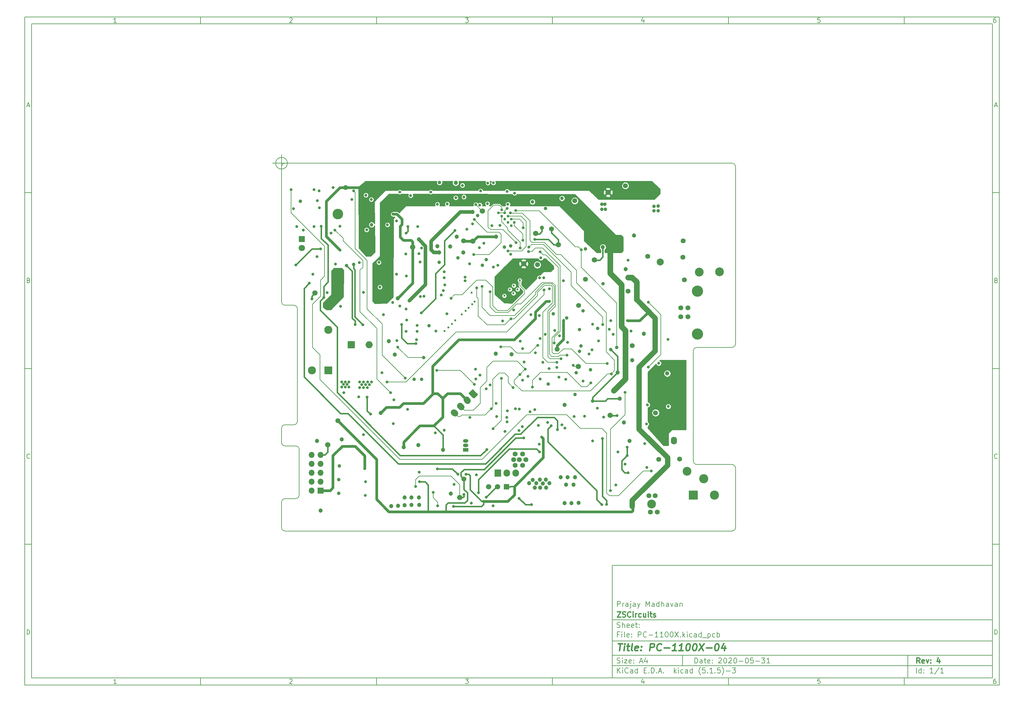
<source format=gbr>
G04 #@! TF.GenerationSoftware,KiCad,Pcbnew,(5.1.5)-3*
G04 #@! TF.CreationDate,2020-12-06T10:31:10+05:30*
G04 #@! TF.ProjectId,PC-1100X,50432d31-3130-4305-982e-6b696361645f,4*
G04 #@! TF.SameCoordinates,Original*
G04 #@! TF.FileFunction,Copper,L4,Bot*
G04 #@! TF.FilePolarity,Positive*
%FSLAX46Y46*%
G04 Gerber Fmt 4.6, Leading zero omitted, Abs format (unit mm)*
G04 Created by KiCad (PCBNEW (5.1.5)-3) date 2020-12-06 10:31:10*
%MOMM*%
%LPD*%
G04 APERTURE LIST*
%ADD10C,0.100000*%
%ADD11C,0.150000*%
%ADD12C,0.300000*%
%ADD13C,0.400000*%
G04 #@! TA.AperFunction,Profile*
%ADD14C,0.150000*%
G04 #@! TD*
G04 #@! TA.AperFunction,ComponentPad*
%ADD15R,1.500000X1.500000*%
G04 #@! TD*
G04 #@! TA.AperFunction,ComponentPad*
%ADD16C,1.500000*%
G04 #@! TD*
G04 #@! TA.AperFunction,ComponentPad*
%ADD17O,2.000000X2.000000*%
G04 #@! TD*
G04 #@! TA.AperFunction,ComponentPad*
%ADD18R,2.000000X2.000000*%
G04 #@! TD*
G04 #@! TA.AperFunction,ComponentPad*
%ADD19C,2.500000*%
G04 #@! TD*
G04 #@! TA.AperFunction,ComponentPad*
%ADD20O,1.740000X2.200000*%
G04 #@! TD*
G04 #@! TA.AperFunction,ComponentPad*
%ADD21C,0.100000*%
G04 #@! TD*
G04 #@! TA.AperFunction,ComponentPad*
%ADD22C,1.740000*%
G04 #@! TD*
G04 #@! TA.AperFunction,BGAPad,CuDef*
%ADD23C,1.500000*%
G04 #@! TD*
G04 #@! TA.AperFunction,ConnectorPad*
%ADD24C,0.787400*%
G04 #@! TD*
G04 #@! TA.AperFunction,ComponentPad*
%ADD25C,1.400000*%
G04 #@! TD*
G04 #@! TA.AperFunction,ComponentPad*
%ADD26C,3.200000*%
G04 #@! TD*
G04 #@! TA.AperFunction,ComponentPad*
%ADD27C,1.800000*%
G04 #@! TD*
G04 #@! TA.AperFunction,ComponentPad*
%ADD28R,1.800000X1.800000*%
G04 #@! TD*
G04 #@! TA.AperFunction,ComponentPad*
%ADD29C,2.300000*%
G04 #@! TD*
G04 #@! TA.AperFunction,ComponentPad*
%ADD30R,2.300000X2.300000*%
G04 #@! TD*
G04 #@! TA.AperFunction,ComponentPad*
%ADD31O,1.500000X1.050000*%
G04 #@! TD*
G04 #@! TA.AperFunction,ComponentPad*
%ADD32R,1.500000X1.050000*%
G04 #@! TD*
G04 #@! TA.AperFunction,ComponentPad*
%ADD33R,1.700000X1.700000*%
G04 #@! TD*
G04 #@! TA.AperFunction,ComponentPad*
%ADD34O,1.700000X1.700000*%
G04 #@! TD*
G04 #@! TA.AperFunction,ComponentPad*
%ADD35C,3.000000*%
G04 #@! TD*
G04 #@! TA.AperFunction,ComponentPad*
%ADD36R,1.905000X2.000000*%
G04 #@! TD*
G04 #@! TA.AperFunction,ComponentPad*
%ADD37O,1.905000X2.000000*%
G04 #@! TD*
G04 #@! TA.AperFunction,ComponentPad*
%ADD38R,2.600000X2.600000*%
G04 #@! TD*
G04 #@! TA.AperFunction,ComponentPad*
%ADD39C,2.600000*%
G04 #@! TD*
G04 #@! TA.AperFunction,ViaPad*
%ADD40C,0.800000*%
G04 #@! TD*
G04 #@! TA.AperFunction,ViaPad*
%ADD41C,1.000000*%
G04 #@! TD*
G04 #@! TA.AperFunction,ViaPad*
%ADD42C,0.600000*%
G04 #@! TD*
G04 #@! TA.AperFunction,ViaPad*
%ADD43C,1.400000*%
G04 #@! TD*
G04 #@! TA.AperFunction,ViaPad*
%ADD44C,1.200000*%
G04 #@! TD*
G04 #@! TA.AperFunction,ViaPad*
%ADD45C,2.000000*%
G04 #@! TD*
G04 #@! TA.AperFunction,Conductor*
%ADD46C,0.200000*%
G04 #@! TD*
G04 #@! TA.AperFunction,Conductor*
%ADD47C,0.400000*%
G04 #@! TD*
G04 #@! TA.AperFunction,Conductor*
%ADD48C,0.800000*%
G04 #@! TD*
G04 #@! TA.AperFunction,Conductor*
%ADD49C,1.000000*%
G04 #@! TD*
G04 #@! TA.AperFunction,Conductor*
%ADD50C,1.600000*%
G04 #@! TD*
G04 #@! TA.AperFunction,Conductor*
%ADD51C,1.500000*%
G04 #@! TD*
G04 #@! TA.AperFunction,Conductor*
%ADD52C,0.150000*%
G04 #@! TD*
G04 #@! TA.AperFunction,Conductor*
%ADD53C,0.254000*%
G04 #@! TD*
G04 APERTURE END LIST*
D10*
D11*
X177002200Y-166007200D02*
X177002200Y-198007200D01*
X285002200Y-198007200D01*
X285002200Y-166007200D01*
X177002200Y-166007200D01*
D10*
D11*
X10000000Y-10000000D02*
X10000000Y-200007200D01*
X287002200Y-200007200D01*
X287002200Y-10000000D01*
X10000000Y-10000000D01*
D10*
D11*
X12000000Y-12000000D02*
X12000000Y-198007200D01*
X285002200Y-198007200D01*
X285002200Y-12000000D01*
X12000000Y-12000000D01*
D10*
D11*
X60000000Y-12000000D02*
X60000000Y-10000000D01*
D10*
D11*
X110000000Y-12000000D02*
X110000000Y-10000000D01*
D10*
D11*
X160000000Y-12000000D02*
X160000000Y-10000000D01*
D10*
D11*
X210000000Y-12000000D02*
X210000000Y-10000000D01*
D10*
D11*
X260000000Y-12000000D02*
X260000000Y-10000000D01*
D10*
D11*
X36065476Y-11588095D02*
X35322619Y-11588095D01*
X35694047Y-11588095D02*
X35694047Y-10288095D01*
X35570238Y-10473809D01*
X35446428Y-10597619D01*
X35322619Y-10659523D01*
D10*
D11*
X85322619Y-10411904D02*
X85384523Y-10350000D01*
X85508333Y-10288095D01*
X85817857Y-10288095D01*
X85941666Y-10350000D01*
X86003571Y-10411904D01*
X86065476Y-10535714D01*
X86065476Y-10659523D01*
X86003571Y-10845238D01*
X85260714Y-11588095D01*
X86065476Y-11588095D01*
D10*
D11*
X135260714Y-10288095D02*
X136065476Y-10288095D01*
X135632142Y-10783333D01*
X135817857Y-10783333D01*
X135941666Y-10845238D01*
X136003571Y-10907142D01*
X136065476Y-11030952D01*
X136065476Y-11340476D01*
X136003571Y-11464285D01*
X135941666Y-11526190D01*
X135817857Y-11588095D01*
X135446428Y-11588095D01*
X135322619Y-11526190D01*
X135260714Y-11464285D01*
D10*
D11*
X185941666Y-10721428D02*
X185941666Y-11588095D01*
X185632142Y-10226190D02*
X185322619Y-11154761D01*
X186127380Y-11154761D01*
D10*
D11*
X236003571Y-10288095D02*
X235384523Y-10288095D01*
X235322619Y-10907142D01*
X235384523Y-10845238D01*
X235508333Y-10783333D01*
X235817857Y-10783333D01*
X235941666Y-10845238D01*
X236003571Y-10907142D01*
X236065476Y-11030952D01*
X236065476Y-11340476D01*
X236003571Y-11464285D01*
X235941666Y-11526190D01*
X235817857Y-11588095D01*
X235508333Y-11588095D01*
X235384523Y-11526190D01*
X235322619Y-11464285D01*
D10*
D11*
X285941666Y-10288095D02*
X285694047Y-10288095D01*
X285570238Y-10350000D01*
X285508333Y-10411904D01*
X285384523Y-10597619D01*
X285322619Y-10845238D01*
X285322619Y-11340476D01*
X285384523Y-11464285D01*
X285446428Y-11526190D01*
X285570238Y-11588095D01*
X285817857Y-11588095D01*
X285941666Y-11526190D01*
X286003571Y-11464285D01*
X286065476Y-11340476D01*
X286065476Y-11030952D01*
X286003571Y-10907142D01*
X285941666Y-10845238D01*
X285817857Y-10783333D01*
X285570238Y-10783333D01*
X285446428Y-10845238D01*
X285384523Y-10907142D01*
X285322619Y-11030952D01*
D10*
D11*
X60000000Y-198007200D02*
X60000000Y-200007200D01*
D10*
D11*
X110000000Y-198007200D02*
X110000000Y-200007200D01*
D10*
D11*
X160000000Y-198007200D02*
X160000000Y-200007200D01*
D10*
D11*
X210000000Y-198007200D02*
X210000000Y-200007200D01*
D10*
D11*
X260000000Y-198007200D02*
X260000000Y-200007200D01*
D10*
D11*
X36065476Y-199595295D02*
X35322619Y-199595295D01*
X35694047Y-199595295D02*
X35694047Y-198295295D01*
X35570238Y-198481009D01*
X35446428Y-198604819D01*
X35322619Y-198666723D01*
D10*
D11*
X85322619Y-198419104D02*
X85384523Y-198357200D01*
X85508333Y-198295295D01*
X85817857Y-198295295D01*
X85941666Y-198357200D01*
X86003571Y-198419104D01*
X86065476Y-198542914D01*
X86065476Y-198666723D01*
X86003571Y-198852438D01*
X85260714Y-199595295D01*
X86065476Y-199595295D01*
D10*
D11*
X135260714Y-198295295D02*
X136065476Y-198295295D01*
X135632142Y-198790533D01*
X135817857Y-198790533D01*
X135941666Y-198852438D01*
X136003571Y-198914342D01*
X136065476Y-199038152D01*
X136065476Y-199347676D01*
X136003571Y-199471485D01*
X135941666Y-199533390D01*
X135817857Y-199595295D01*
X135446428Y-199595295D01*
X135322619Y-199533390D01*
X135260714Y-199471485D01*
D10*
D11*
X185941666Y-198728628D02*
X185941666Y-199595295D01*
X185632142Y-198233390D02*
X185322619Y-199161961D01*
X186127380Y-199161961D01*
D10*
D11*
X236003571Y-198295295D02*
X235384523Y-198295295D01*
X235322619Y-198914342D01*
X235384523Y-198852438D01*
X235508333Y-198790533D01*
X235817857Y-198790533D01*
X235941666Y-198852438D01*
X236003571Y-198914342D01*
X236065476Y-199038152D01*
X236065476Y-199347676D01*
X236003571Y-199471485D01*
X235941666Y-199533390D01*
X235817857Y-199595295D01*
X235508333Y-199595295D01*
X235384523Y-199533390D01*
X235322619Y-199471485D01*
D10*
D11*
X285941666Y-198295295D02*
X285694047Y-198295295D01*
X285570238Y-198357200D01*
X285508333Y-198419104D01*
X285384523Y-198604819D01*
X285322619Y-198852438D01*
X285322619Y-199347676D01*
X285384523Y-199471485D01*
X285446428Y-199533390D01*
X285570238Y-199595295D01*
X285817857Y-199595295D01*
X285941666Y-199533390D01*
X286003571Y-199471485D01*
X286065476Y-199347676D01*
X286065476Y-199038152D01*
X286003571Y-198914342D01*
X285941666Y-198852438D01*
X285817857Y-198790533D01*
X285570238Y-198790533D01*
X285446428Y-198852438D01*
X285384523Y-198914342D01*
X285322619Y-199038152D01*
D10*
D11*
X10000000Y-60000000D02*
X12000000Y-60000000D01*
D10*
D11*
X10000000Y-110000000D02*
X12000000Y-110000000D01*
D10*
D11*
X10000000Y-160000000D02*
X12000000Y-160000000D01*
D10*
D11*
X10690476Y-35216666D02*
X11309523Y-35216666D01*
X10566666Y-35588095D02*
X11000000Y-34288095D01*
X11433333Y-35588095D01*
D10*
D11*
X11092857Y-84907142D02*
X11278571Y-84969047D01*
X11340476Y-85030952D01*
X11402380Y-85154761D01*
X11402380Y-85340476D01*
X11340476Y-85464285D01*
X11278571Y-85526190D01*
X11154761Y-85588095D01*
X10659523Y-85588095D01*
X10659523Y-84288095D01*
X11092857Y-84288095D01*
X11216666Y-84350000D01*
X11278571Y-84411904D01*
X11340476Y-84535714D01*
X11340476Y-84659523D01*
X11278571Y-84783333D01*
X11216666Y-84845238D01*
X11092857Y-84907142D01*
X10659523Y-84907142D01*
D10*
D11*
X11402380Y-135464285D02*
X11340476Y-135526190D01*
X11154761Y-135588095D01*
X11030952Y-135588095D01*
X10845238Y-135526190D01*
X10721428Y-135402380D01*
X10659523Y-135278571D01*
X10597619Y-135030952D01*
X10597619Y-134845238D01*
X10659523Y-134597619D01*
X10721428Y-134473809D01*
X10845238Y-134350000D01*
X11030952Y-134288095D01*
X11154761Y-134288095D01*
X11340476Y-134350000D01*
X11402380Y-134411904D01*
D10*
D11*
X10659523Y-185588095D02*
X10659523Y-184288095D01*
X10969047Y-184288095D01*
X11154761Y-184350000D01*
X11278571Y-184473809D01*
X11340476Y-184597619D01*
X11402380Y-184845238D01*
X11402380Y-185030952D01*
X11340476Y-185278571D01*
X11278571Y-185402380D01*
X11154761Y-185526190D01*
X10969047Y-185588095D01*
X10659523Y-185588095D01*
D10*
D11*
X287002200Y-60000000D02*
X285002200Y-60000000D01*
D10*
D11*
X287002200Y-110000000D02*
X285002200Y-110000000D01*
D10*
D11*
X287002200Y-160000000D02*
X285002200Y-160000000D01*
D10*
D11*
X285692676Y-35216666D02*
X286311723Y-35216666D01*
X285568866Y-35588095D02*
X286002200Y-34288095D01*
X286435533Y-35588095D01*
D10*
D11*
X286095057Y-84907142D02*
X286280771Y-84969047D01*
X286342676Y-85030952D01*
X286404580Y-85154761D01*
X286404580Y-85340476D01*
X286342676Y-85464285D01*
X286280771Y-85526190D01*
X286156961Y-85588095D01*
X285661723Y-85588095D01*
X285661723Y-84288095D01*
X286095057Y-84288095D01*
X286218866Y-84350000D01*
X286280771Y-84411904D01*
X286342676Y-84535714D01*
X286342676Y-84659523D01*
X286280771Y-84783333D01*
X286218866Y-84845238D01*
X286095057Y-84907142D01*
X285661723Y-84907142D01*
D10*
D11*
X286404580Y-135464285D02*
X286342676Y-135526190D01*
X286156961Y-135588095D01*
X286033152Y-135588095D01*
X285847438Y-135526190D01*
X285723628Y-135402380D01*
X285661723Y-135278571D01*
X285599819Y-135030952D01*
X285599819Y-134845238D01*
X285661723Y-134597619D01*
X285723628Y-134473809D01*
X285847438Y-134350000D01*
X286033152Y-134288095D01*
X286156961Y-134288095D01*
X286342676Y-134350000D01*
X286404580Y-134411904D01*
D10*
D11*
X285661723Y-185588095D02*
X285661723Y-184288095D01*
X285971247Y-184288095D01*
X286156961Y-184350000D01*
X286280771Y-184473809D01*
X286342676Y-184597619D01*
X286404580Y-184845238D01*
X286404580Y-185030952D01*
X286342676Y-185278571D01*
X286280771Y-185402380D01*
X286156961Y-185526190D01*
X285971247Y-185588095D01*
X285661723Y-185588095D01*
D10*
D11*
X200434342Y-193785771D02*
X200434342Y-192285771D01*
X200791485Y-192285771D01*
X201005771Y-192357200D01*
X201148628Y-192500057D01*
X201220057Y-192642914D01*
X201291485Y-192928628D01*
X201291485Y-193142914D01*
X201220057Y-193428628D01*
X201148628Y-193571485D01*
X201005771Y-193714342D01*
X200791485Y-193785771D01*
X200434342Y-193785771D01*
X202577200Y-193785771D02*
X202577200Y-193000057D01*
X202505771Y-192857200D01*
X202362914Y-192785771D01*
X202077200Y-192785771D01*
X201934342Y-192857200D01*
X202577200Y-193714342D02*
X202434342Y-193785771D01*
X202077200Y-193785771D01*
X201934342Y-193714342D01*
X201862914Y-193571485D01*
X201862914Y-193428628D01*
X201934342Y-193285771D01*
X202077200Y-193214342D01*
X202434342Y-193214342D01*
X202577200Y-193142914D01*
X203077200Y-192785771D02*
X203648628Y-192785771D01*
X203291485Y-192285771D02*
X203291485Y-193571485D01*
X203362914Y-193714342D01*
X203505771Y-193785771D01*
X203648628Y-193785771D01*
X204720057Y-193714342D02*
X204577200Y-193785771D01*
X204291485Y-193785771D01*
X204148628Y-193714342D01*
X204077200Y-193571485D01*
X204077200Y-193000057D01*
X204148628Y-192857200D01*
X204291485Y-192785771D01*
X204577200Y-192785771D01*
X204720057Y-192857200D01*
X204791485Y-193000057D01*
X204791485Y-193142914D01*
X204077200Y-193285771D01*
X205434342Y-193642914D02*
X205505771Y-193714342D01*
X205434342Y-193785771D01*
X205362914Y-193714342D01*
X205434342Y-193642914D01*
X205434342Y-193785771D01*
X205434342Y-192857200D02*
X205505771Y-192928628D01*
X205434342Y-193000057D01*
X205362914Y-192928628D01*
X205434342Y-192857200D01*
X205434342Y-193000057D01*
X207220057Y-192428628D02*
X207291485Y-192357200D01*
X207434342Y-192285771D01*
X207791485Y-192285771D01*
X207934342Y-192357200D01*
X208005771Y-192428628D01*
X208077200Y-192571485D01*
X208077200Y-192714342D01*
X208005771Y-192928628D01*
X207148628Y-193785771D01*
X208077200Y-193785771D01*
X209005771Y-192285771D02*
X209148628Y-192285771D01*
X209291485Y-192357200D01*
X209362914Y-192428628D01*
X209434342Y-192571485D01*
X209505771Y-192857200D01*
X209505771Y-193214342D01*
X209434342Y-193500057D01*
X209362914Y-193642914D01*
X209291485Y-193714342D01*
X209148628Y-193785771D01*
X209005771Y-193785771D01*
X208862914Y-193714342D01*
X208791485Y-193642914D01*
X208720057Y-193500057D01*
X208648628Y-193214342D01*
X208648628Y-192857200D01*
X208720057Y-192571485D01*
X208791485Y-192428628D01*
X208862914Y-192357200D01*
X209005771Y-192285771D01*
X210077200Y-192428628D02*
X210148628Y-192357200D01*
X210291485Y-192285771D01*
X210648628Y-192285771D01*
X210791485Y-192357200D01*
X210862914Y-192428628D01*
X210934342Y-192571485D01*
X210934342Y-192714342D01*
X210862914Y-192928628D01*
X210005771Y-193785771D01*
X210934342Y-193785771D01*
X211862914Y-192285771D02*
X212005771Y-192285771D01*
X212148628Y-192357200D01*
X212220057Y-192428628D01*
X212291485Y-192571485D01*
X212362914Y-192857200D01*
X212362914Y-193214342D01*
X212291485Y-193500057D01*
X212220057Y-193642914D01*
X212148628Y-193714342D01*
X212005771Y-193785771D01*
X211862914Y-193785771D01*
X211720057Y-193714342D01*
X211648628Y-193642914D01*
X211577200Y-193500057D01*
X211505771Y-193214342D01*
X211505771Y-192857200D01*
X211577200Y-192571485D01*
X211648628Y-192428628D01*
X211720057Y-192357200D01*
X211862914Y-192285771D01*
X213005771Y-193214342D02*
X214148628Y-193214342D01*
X215148628Y-192285771D02*
X215291485Y-192285771D01*
X215434342Y-192357200D01*
X215505771Y-192428628D01*
X215577200Y-192571485D01*
X215648628Y-192857200D01*
X215648628Y-193214342D01*
X215577200Y-193500057D01*
X215505771Y-193642914D01*
X215434342Y-193714342D01*
X215291485Y-193785771D01*
X215148628Y-193785771D01*
X215005771Y-193714342D01*
X214934342Y-193642914D01*
X214862914Y-193500057D01*
X214791485Y-193214342D01*
X214791485Y-192857200D01*
X214862914Y-192571485D01*
X214934342Y-192428628D01*
X215005771Y-192357200D01*
X215148628Y-192285771D01*
X217005771Y-192285771D02*
X216291485Y-192285771D01*
X216220057Y-193000057D01*
X216291485Y-192928628D01*
X216434342Y-192857200D01*
X216791485Y-192857200D01*
X216934342Y-192928628D01*
X217005771Y-193000057D01*
X217077200Y-193142914D01*
X217077200Y-193500057D01*
X217005771Y-193642914D01*
X216934342Y-193714342D01*
X216791485Y-193785771D01*
X216434342Y-193785771D01*
X216291485Y-193714342D01*
X216220057Y-193642914D01*
X217720057Y-193214342D02*
X218862914Y-193214342D01*
X219434342Y-192285771D02*
X220362914Y-192285771D01*
X219862914Y-192857200D01*
X220077200Y-192857200D01*
X220220057Y-192928628D01*
X220291485Y-193000057D01*
X220362914Y-193142914D01*
X220362914Y-193500057D01*
X220291485Y-193642914D01*
X220220057Y-193714342D01*
X220077200Y-193785771D01*
X219648628Y-193785771D01*
X219505771Y-193714342D01*
X219434342Y-193642914D01*
X221791485Y-193785771D02*
X220934342Y-193785771D01*
X221362914Y-193785771D02*
X221362914Y-192285771D01*
X221220057Y-192500057D01*
X221077200Y-192642914D01*
X220934342Y-192714342D01*
D10*
D11*
X177002200Y-194507200D02*
X285002200Y-194507200D01*
D10*
D11*
X178434342Y-196585771D02*
X178434342Y-195085771D01*
X179291485Y-196585771D02*
X178648628Y-195728628D01*
X179291485Y-195085771D02*
X178434342Y-195942914D01*
X179934342Y-196585771D02*
X179934342Y-195585771D01*
X179934342Y-195085771D02*
X179862914Y-195157200D01*
X179934342Y-195228628D01*
X180005771Y-195157200D01*
X179934342Y-195085771D01*
X179934342Y-195228628D01*
X181505771Y-196442914D02*
X181434342Y-196514342D01*
X181220057Y-196585771D01*
X181077200Y-196585771D01*
X180862914Y-196514342D01*
X180720057Y-196371485D01*
X180648628Y-196228628D01*
X180577200Y-195942914D01*
X180577200Y-195728628D01*
X180648628Y-195442914D01*
X180720057Y-195300057D01*
X180862914Y-195157200D01*
X181077200Y-195085771D01*
X181220057Y-195085771D01*
X181434342Y-195157200D01*
X181505771Y-195228628D01*
X182791485Y-196585771D02*
X182791485Y-195800057D01*
X182720057Y-195657200D01*
X182577200Y-195585771D01*
X182291485Y-195585771D01*
X182148628Y-195657200D01*
X182791485Y-196514342D02*
X182648628Y-196585771D01*
X182291485Y-196585771D01*
X182148628Y-196514342D01*
X182077200Y-196371485D01*
X182077200Y-196228628D01*
X182148628Y-196085771D01*
X182291485Y-196014342D01*
X182648628Y-196014342D01*
X182791485Y-195942914D01*
X184148628Y-196585771D02*
X184148628Y-195085771D01*
X184148628Y-196514342D02*
X184005771Y-196585771D01*
X183720057Y-196585771D01*
X183577200Y-196514342D01*
X183505771Y-196442914D01*
X183434342Y-196300057D01*
X183434342Y-195871485D01*
X183505771Y-195728628D01*
X183577200Y-195657200D01*
X183720057Y-195585771D01*
X184005771Y-195585771D01*
X184148628Y-195657200D01*
X186005771Y-195800057D02*
X186505771Y-195800057D01*
X186720057Y-196585771D02*
X186005771Y-196585771D01*
X186005771Y-195085771D01*
X186720057Y-195085771D01*
X187362914Y-196442914D02*
X187434342Y-196514342D01*
X187362914Y-196585771D01*
X187291485Y-196514342D01*
X187362914Y-196442914D01*
X187362914Y-196585771D01*
X188077200Y-196585771D02*
X188077200Y-195085771D01*
X188434342Y-195085771D01*
X188648628Y-195157200D01*
X188791485Y-195300057D01*
X188862914Y-195442914D01*
X188934342Y-195728628D01*
X188934342Y-195942914D01*
X188862914Y-196228628D01*
X188791485Y-196371485D01*
X188648628Y-196514342D01*
X188434342Y-196585771D01*
X188077200Y-196585771D01*
X189577200Y-196442914D02*
X189648628Y-196514342D01*
X189577200Y-196585771D01*
X189505771Y-196514342D01*
X189577200Y-196442914D01*
X189577200Y-196585771D01*
X190220057Y-196157200D02*
X190934342Y-196157200D01*
X190077200Y-196585771D02*
X190577200Y-195085771D01*
X191077200Y-196585771D01*
X191577200Y-196442914D02*
X191648628Y-196514342D01*
X191577200Y-196585771D01*
X191505771Y-196514342D01*
X191577200Y-196442914D01*
X191577200Y-196585771D01*
X194577200Y-196585771D02*
X194577200Y-195085771D01*
X194720057Y-196014342D02*
X195148628Y-196585771D01*
X195148628Y-195585771D02*
X194577200Y-196157200D01*
X195791485Y-196585771D02*
X195791485Y-195585771D01*
X195791485Y-195085771D02*
X195720057Y-195157200D01*
X195791485Y-195228628D01*
X195862914Y-195157200D01*
X195791485Y-195085771D01*
X195791485Y-195228628D01*
X197148628Y-196514342D02*
X197005771Y-196585771D01*
X196720057Y-196585771D01*
X196577200Y-196514342D01*
X196505771Y-196442914D01*
X196434342Y-196300057D01*
X196434342Y-195871485D01*
X196505771Y-195728628D01*
X196577200Y-195657200D01*
X196720057Y-195585771D01*
X197005771Y-195585771D01*
X197148628Y-195657200D01*
X198434342Y-196585771D02*
X198434342Y-195800057D01*
X198362914Y-195657200D01*
X198220057Y-195585771D01*
X197934342Y-195585771D01*
X197791485Y-195657200D01*
X198434342Y-196514342D02*
X198291485Y-196585771D01*
X197934342Y-196585771D01*
X197791485Y-196514342D01*
X197720057Y-196371485D01*
X197720057Y-196228628D01*
X197791485Y-196085771D01*
X197934342Y-196014342D01*
X198291485Y-196014342D01*
X198434342Y-195942914D01*
X199791485Y-196585771D02*
X199791485Y-195085771D01*
X199791485Y-196514342D02*
X199648628Y-196585771D01*
X199362914Y-196585771D01*
X199220057Y-196514342D01*
X199148628Y-196442914D01*
X199077200Y-196300057D01*
X199077200Y-195871485D01*
X199148628Y-195728628D01*
X199220057Y-195657200D01*
X199362914Y-195585771D01*
X199648628Y-195585771D01*
X199791485Y-195657200D01*
X202077200Y-197157200D02*
X202005771Y-197085771D01*
X201862914Y-196871485D01*
X201791485Y-196728628D01*
X201720057Y-196514342D01*
X201648628Y-196157200D01*
X201648628Y-195871485D01*
X201720057Y-195514342D01*
X201791485Y-195300057D01*
X201862914Y-195157200D01*
X202005771Y-194942914D01*
X202077200Y-194871485D01*
X203362914Y-195085771D02*
X202648628Y-195085771D01*
X202577200Y-195800057D01*
X202648628Y-195728628D01*
X202791485Y-195657200D01*
X203148628Y-195657200D01*
X203291485Y-195728628D01*
X203362914Y-195800057D01*
X203434342Y-195942914D01*
X203434342Y-196300057D01*
X203362914Y-196442914D01*
X203291485Y-196514342D01*
X203148628Y-196585771D01*
X202791485Y-196585771D01*
X202648628Y-196514342D01*
X202577200Y-196442914D01*
X204077200Y-196442914D02*
X204148628Y-196514342D01*
X204077200Y-196585771D01*
X204005771Y-196514342D01*
X204077200Y-196442914D01*
X204077200Y-196585771D01*
X205577200Y-196585771D02*
X204720057Y-196585771D01*
X205148628Y-196585771D02*
X205148628Y-195085771D01*
X205005771Y-195300057D01*
X204862914Y-195442914D01*
X204720057Y-195514342D01*
X206220057Y-196442914D02*
X206291485Y-196514342D01*
X206220057Y-196585771D01*
X206148628Y-196514342D01*
X206220057Y-196442914D01*
X206220057Y-196585771D01*
X207648628Y-195085771D02*
X206934342Y-195085771D01*
X206862914Y-195800057D01*
X206934342Y-195728628D01*
X207077200Y-195657200D01*
X207434342Y-195657200D01*
X207577200Y-195728628D01*
X207648628Y-195800057D01*
X207720057Y-195942914D01*
X207720057Y-196300057D01*
X207648628Y-196442914D01*
X207577200Y-196514342D01*
X207434342Y-196585771D01*
X207077200Y-196585771D01*
X206934342Y-196514342D01*
X206862914Y-196442914D01*
X208220057Y-197157200D02*
X208291485Y-197085771D01*
X208434342Y-196871485D01*
X208505771Y-196728628D01*
X208577200Y-196514342D01*
X208648628Y-196157200D01*
X208648628Y-195871485D01*
X208577200Y-195514342D01*
X208505771Y-195300057D01*
X208434342Y-195157200D01*
X208291485Y-194942914D01*
X208220057Y-194871485D01*
X209362914Y-196014342D02*
X210505771Y-196014342D01*
X211077200Y-195085771D02*
X212005771Y-195085771D01*
X211505771Y-195657200D01*
X211720057Y-195657200D01*
X211862914Y-195728628D01*
X211934342Y-195800057D01*
X212005771Y-195942914D01*
X212005771Y-196300057D01*
X211934342Y-196442914D01*
X211862914Y-196514342D01*
X211720057Y-196585771D01*
X211291485Y-196585771D01*
X211148628Y-196514342D01*
X211077200Y-196442914D01*
D10*
D11*
X177002200Y-191507200D02*
X285002200Y-191507200D01*
D10*
D12*
X264411485Y-193785771D02*
X263911485Y-193071485D01*
X263554342Y-193785771D02*
X263554342Y-192285771D01*
X264125771Y-192285771D01*
X264268628Y-192357200D01*
X264340057Y-192428628D01*
X264411485Y-192571485D01*
X264411485Y-192785771D01*
X264340057Y-192928628D01*
X264268628Y-193000057D01*
X264125771Y-193071485D01*
X263554342Y-193071485D01*
X265625771Y-193714342D02*
X265482914Y-193785771D01*
X265197200Y-193785771D01*
X265054342Y-193714342D01*
X264982914Y-193571485D01*
X264982914Y-193000057D01*
X265054342Y-192857200D01*
X265197200Y-192785771D01*
X265482914Y-192785771D01*
X265625771Y-192857200D01*
X265697200Y-193000057D01*
X265697200Y-193142914D01*
X264982914Y-193285771D01*
X266197200Y-192785771D02*
X266554342Y-193785771D01*
X266911485Y-192785771D01*
X267482914Y-193642914D02*
X267554342Y-193714342D01*
X267482914Y-193785771D01*
X267411485Y-193714342D01*
X267482914Y-193642914D01*
X267482914Y-193785771D01*
X267482914Y-192857200D02*
X267554342Y-192928628D01*
X267482914Y-193000057D01*
X267411485Y-192928628D01*
X267482914Y-192857200D01*
X267482914Y-193000057D01*
X269982914Y-192785771D02*
X269982914Y-193785771D01*
X269625771Y-192214342D02*
X269268628Y-193285771D01*
X270197200Y-193285771D01*
D10*
D11*
X178362914Y-193714342D02*
X178577200Y-193785771D01*
X178934342Y-193785771D01*
X179077200Y-193714342D01*
X179148628Y-193642914D01*
X179220057Y-193500057D01*
X179220057Y-193357200D01*
X179148628Y-193214342D01*
X179077200Y-193142914D01*
X178934342Y-193071485D01*
X178648628Y-193000057D01*
X178505771Y-192928628D01*
X178434342Y-192857200D01*
X178362914Y-192714342D01*
X178362914Y-192571485D01*
X178434342Y-192428628D01*
X178505771Y-192357200D01*
X178648628Y-192285771D01*
X179005771Y-192285771D01*
X179220057Y-192357200D01*
X179862914Y-193785771D02*
X179862914Y-192785771D01*
X179862914Y-192285771D02*
X179791485Y-192357200D01*
X179862914Y-192428628D01*
X179934342Y-192357200D01*
X179862914Y-192285771D01*
X179862914Y-192428628D01*
X180434342Y-192785771D02*
X181220057Y-192785771D01*
X180434342Y-193785771D01*
X181220057Y-193785771D01*
X182362914Y-193714342D02*
X182220057Y-193785771D01*
X181934342Y-193785771D01*
X181791485Y-193714342D01*
X181720057Y-193571485D01*
X181720057Y-193000057D01*
X181791485Y-192857200D01*
X181934342Y-192785771D01*
X182220057Y-192785771D01*
X182362914Y-192857200D01*
X182434342Y-193000057D01*
X182434342Y-193142914D01*
X181720057Y-193285771D01*
X183077200Y-193642914D02*
X183148628Y-193714342D01*
X183077200Y-193785771D01*
X183005771Y-193714342D01*
X183077200Y-193642914D01*
X183077200Y-193785771D01*
X183077200Y-192857200D02*
X183148628Y-192928628D01*
X183077200Y-193000057D01*
X183005771Y-192928628D01*
X183077200Y-192857200D01*
X183077200Y-193000057D01*
X184862914Y-193357200D02*
X185577200Y-193357200D01*
X184720057Y-193785771D02*
X185220057Y-192285771D01*
X185720057Y-193785771D01*
X186862914Y-192785771D02*
X186862914Y-193785771D01*
X186505771Y-192214342D02*
X186148628Y-193285771D01*
X187077200Y-193285771D01*
D10*
D11*
X263434342Y-196585771D02*
X263434342Y-195085771D01*
X264791485Y-196585771D02*
X264791485Y-195085771D01*
X264791485Y-196514342D02*
X264648628Y-196585771D01*
X264362914Y-196585771D01*
X264220057Y-196514342D01*
X264148628Y-196442914D01*
X264077200Y-196300057D01*
X264077200Y-195871485D01*
X264148628Y-195728628D01*
X264220057Y-195657200D01*
X264362914Y-195585771D01*
X264648628Y-195585771D01*
X264791485Y-195657200D01*
X265505771Y-196442914D02*
X265577200Y-196514342D01*
X265505771Y-196585771D01*
X265434342Y-196514342D01*
X265505771Y-196442914D01*
X265505771Y-196585771D01*
X265505771Y-195657200D02*
X265577200Y-195728628D01*
X265505771Y-195800057D01*
X265434342Y-195728628D01*
X265505771Y-195657200D01*
X265505771Y-195800057D01*
X268148628Y-196585771D02*
X267291485Y-196585771D01*
X267720057Y-196585771D02*
X267720057Y-195085771D01*
X267577200Y-195300057D01*
X267434342Y-195442914D01*
X267291485Y-195514342D01*
X269862914Y-195014342D02*
X268577200Y-196942914D01*
X271148628Y-196585771D02*
X270291485Y-196585771D01*
X270720057Y-196585771D02*
X270720057Y-195085771D01*
X270577200Y-195300057D01*
X270434342Y-195442914D01*
X270291485Y-195514342D01*
D10*
D11*
X177002200Y-187507200D02*
X285002200Y-187507200D01*
D10*
D13*
X178714580Y-188211961D02*
X179857438Y-188211961D01*
X179036009Y-190211961D02*
X179286009Y-188211961D01*
X180274104Y-190211961D02*
X180440771Y-188878628D01*
X180524104Y-188211961D02*
X180416961Y-188307200D01*
X180500295Y-188402438D01*
X180607438Y-188307200D01*
X180524104Y-188211961D01*
X180500295Y-188402438D01*
X181107438Y-188878628D02*
X181869342Y-188878628D01*
X181476485Y-188211961D02*
X181262200Y-189926247D01*
X181333628Y-190116723D01*
X181512200Y-190211961D01*
X181702676Y-190211961D01*
X182655057Y-190211961D02*
X182476485Y-190116723D01*
X182405057Y-189926247D01*
X182619342Y-188211961D01*
X184190771Y-190116723D02*
X183988390Y-190211961D01*
X183607438Y-190211961D01*
X183428866Y-190116723D01*
X183357438Y-189926247D01*
X183452676Y-189164342D01*
X183571723Y-188973866D01*
X183774104Y-188878628D01*
X184155057Y-188878628D01*
X184333628Y-188973866D01*
X184405057Y-189164342D01*
X184381247Y-189354819D01*
X183405057Y-189545295D01*
X185155057Y-190021485D02*
X185238390Y-190116723D01*
X185131247Y-190211961D01*
X185047914Y-190116723D01*
X185155057Y-190021485D01*
X185131247Y-190211961D01*
X185286009Y-188973866D02*
X185369342Y-189069104D01*
X185262200Y-189164342D01*
X185178866Y-189069104D01*
X185286009Y-188973866D01*
X185262200Y-189164342D01*
X187607438Y-190211961D02*
X187857438Y-188211961D01*
X188619342Y-188211961D01*
X188797914Y-188307200D01*
X188881247Y-188402438D01*
X188952676Y-188592914D01*
X188916961Y-188878628D01*
X188797914Y-189069104D01*
X188690771Y-189164342D01*
X188488390Y-189259580D01*
X187726485Y-189259580D01*
X190774104Y-190021485D02*
X190666961Y-190116723D01*
X190369342Y-190211961D01*
X190178866Y-190211961D01*
X189905057Y-190116723D01*
X189738390Y-189926247D01*
X189666961Y-189735771D01*
X189619342Y-189354819D01*
X189655057Y-189069104D01*
X189797914Y-188688152D01*
X189916961Y-188497676D01*
X190131247Y-188307200D01*
X190428866Y-188211961D01*
X190619342Y-188211961D01*
X190893152Y-188307200D01*
X190976485Y-188402438D01*
X191702676Y-189450057D02*
X193226485Y-189450057D01*
X195131247Y-190211961D02*
X193988390Y-190211961D01*
X194559819Y-190211961D02*
X194809819Y-188211961D01*
X194583628Y-188497676D01*
X194369342Y-188688152D01*
X194166961Y-188783390D01*
X197036009Y-190211961D02*
X195893152Y-190211961D01*
X196464580Y-190211961D02*
X196714580Y-188211961D01*
X196488390Y-188497676D01*
X196274104Y-188688152D01*
X196071723Y-188783390D01*
X198524104Y-188211961D02*
X198714580Y-188211961D01*
X198893152Y-188307200D01*
X198976485Y-188402438D01*
X199047914Y-188592914D01*
X199095533Y-188973866D01*
X199036009Y-189450057D01*
X198893152Y-189831009D01*
X198774104Y-190021485D01*
X198666961Y-190116723D01*
X198464580Y-190211961D01*
X198274104Y-190211961D01*
X198095533Y-190116723D01*
X198012200Y-190021485D01*
X197940771Y-189831009D01*
X197893152Y-189450057D01*
X197952676Y-188973866D01*
X198095533Y-188592914D01*
X198214580Y-188402438D01*
X198321723Y-188307200D01*
X198524104Y-188211961D01*
X200428866Y-188211961D02*
X200619342Y-188211961D01*
X200797914Y-188307200D01*
X200881247Y-188402438D01*
X200952676Y-188592914D01*
X201000295Y-188973866D01*
X200940771Y-189450057D01*
X200797914Y-189831009D01*
X200678866Y-190021485D01*
X200571723Y-190116723D01*
X200369342Y-190211961D01*
X200178866Y-190211961D01*
X200000295Y-190116723D01*
X199916961Y-190021485D01*
X199845533Y-189831009D01*
X199797914Y-189450057D01*
X199857438Y-188973866D01*
X200000295Y-188592914D01*
X200119342Y-188402438D01*
X200226485Y-188307200D01*
X200428866Y-188211961D01*
X201762200Y-188211961D02*
X202845533Y-190211961D01*
X203095533Y-188211961D02*
X201512200Y-190211961D01*
X203702676Y-189450057D02*
X205226485Y-189450057D01*
X206714580Y-188211961D02*
X206905057Y-188211961D01*
X207083628Y-188307200D01*
X207166961Y-188402438D01*
X207238390Y-188592914D01*
X207286009Y-188973866D01*
X207226485Y-189450057D01*
X207083628Y-189831009D01*
X206964580Y-190021485D01*
X206857438Y-190116723D01*
X206655057Y-190211961D01*
X206464580Y-190211961D01*
X206286009Y-190116723D01*
X206202676Y-190021485D01*
X206131247Y-189831009D01*
X206083628Y-189450057D01*
X206143152Y-188973866D01*
X206286009Y-188592914D01*
X206405057Y-188402438D01*
X206512200Y-188307200D01*
X206714580Y-188211961D01*
X209012200Y-188878628D02*
X208845533Y-190211961D01*
X208631247Y-188116723D02*
X207976485Y-189545295D01*
X209214580Y-189545295D01*
D10*
D11*
X178934342Y-185600057D02*
X178434342Y-185600057D01*
X178434342Y-186385771D02*
X178434342Y-184885771D01*
X179148628Y-184885771D01*
X179720057Y-186385771D02*
X179720057Y-185385771D01*
X179720057Y-184885771D02*
X179648628Y-184957200D01*
X179720057Y-185028628D01*
X179791485Y-184957200D01*
X179720057Y-184885771D01*
X179720057Y-185028628D01*
X180648628Y-186385771D02*
X180505771Y-186314342D01*
X180434342Y-186171485D01*
X180434342Y-184885771D01*
X181791485Y-186314342D02*
X181648628Y-186385771D01*
X181362914Y-186385771D01*
X181220057Y-186314342D01*
X181148628Y-186171485D01*
X181148628Y-185600057D01*
X181220057Y-185457200D01*
X181362914Y-185385771D01*
X181648628Y-185385771D01*
X181791485Y-185457200D01*
X181862914Y-185600057D01*
X181862914Y-185742914D01*
X181148628Y-185885771D01*
X182505771Y-186242914D02*
X182577200Y-186314342D01*
X182505771Y-186385771D01*
X182434342Y-186314342D01*
X182505771Y-186242914D01*
X182505771Y-186385771D01*
X182505771Y-185457200D02*
X182577200Y-185528628D01*
X182505771Y-185600057D01*
X182434342Y-185528628D01*
X182505771Y-185457200D01*
X182505771Y-185600057D01*
X184362914Y-186385771D02*
X184362914Y-184885771D01*
X184934342Y-184885771D01*
X185077200Y-184957200D01*
X185148628Y-185028628D01*
X185220057Y-185171485D01*
X185220057Y-185385771D01*
X185148628Y-185528628D01*
X185077200Y-185600057D01*
X184934342Y-185671485D01*
X184362914Y-185671485D01*
X186720057Y-186242914D02*
X186648628Y-186314342D01*
X186434342Y-186385771D01*
X186291485Y-186385771D01*
X186077200Y-186314342D01*
X185934342Y-186171485D01*
X185862914Y-186028628D01*
X185791485Y-185742914D01*
X185791485Y-185528628D01*
X185862914Y-185242914D01*
X185934342Y-185100057D01*
X186077200Y-184957200D01*
X186291485Y-184885771D01*
X186434342Y-184885771D01*
X186648628Y-184957200D01*
X186720057Y-185028628D01*
X187362914Y-185814342D02*
X188505771Y-185814342D01*
X190005771Y-186385771D02*
X189148628Y-186385771D01*
X189577200Y-186385771D02*
X189577200Y-184885771D01*
X189434342Y-185100057D01*
X189291485Y-185242914D01*
X189148628Y-185314342D01*
X191434342Y-186385771D02*
X190577200Y-186385771D01*
X191005771Y-186385771D02*
X191005771Y-184885771D01*
X190862914Y-185100057D01*
X190720057Y-185242914D01*
X190577200Y-185314342D01*
X192362914Y-184885771D02*
X192505771Y-184885771D01*
X192648628Y-184957200D01*
X192720057Y-185028628D01*
X192791485Y-185171485D01*
X192862914Y-185457200D01*
X192862914Y-185814342D01*
X192791485Y-186100057D01*
X192720057Y-186242914D01*
X192648628Y-186314342D01*
X192505771Y-186385771D01*
X192362914Y-186385771D01*
X192220057Y-186314342D01*
X192148628Y-186242914D01*
X192077200Y-186100057D01*
X192005771Y-185814342D01*
X192005771Y-185457200D01*
X192077200Y-185171485D01*
X192148628Y-185028628D01*
X192220057Y-184957200D01*
X192362914Y-184885771D01*
X193791485Y-184885771D02*
X193934342Y-184885771D01*
X194077200Y-184957200D01*
X194148628Y-185028628D01*
X194220057Y-185171485D01*
X194291485Y-185457200D01*
X194291485Y-185814342D01*
X194220057Y-186100057D01*
X194148628Y-186242914D01*
X194077200Y-186314342D01*
X193934342Y-186385771D01*
X193791485Y-186385771D01*
X193648628Y-186314342D01*
X193577200Y-186242914D01*
X193505771Y-186100057D01*
X193434342Y-185814342D01*
X193434342Y-185457200D01*
X193505771Y-185171485D01*
X193577200Y-185028628D01*
X193648628Y-184957200D01*
X193791485Y-184885771D01*
X194791485Y-184885771D02*
X195791485Y-186385771D01*
X195791485Y-184885771D02*
X194791485Y-186385771D01*
X196362914Y-186242914D02*
X196434342Y-186314342D01*
X196362914Y-186385771D01*
X196291485Y-186314342D01*
X196362914Y-186242914D01*
X196362914Y-186385771D01*
X197077200Y-186385771D02*
X197077200Y-184885771D01*
X197220057Y-185814342D02*
X197648628Y-186385771D01*
X197648628Y-185385771D02*
X197077200Y-185957200D01*
X198291485Y-186385771D02*
X198291485Y-185385771D01*
X198291485Y-184885771D02*
X198220057Y-184957200D01*
X198291485Y-185028628D01*
X198362914Y-184957200D01*
X198291485Y-184885771D01*
X198291485Y-185028628D01*
X199648628Y-186314342D02*
X199505771Y-186385771D01*
X199220057Y-186385771D01*
X199077200Y-186314342D01*
X199005771Y-186242914D01*
X198934342Y-186100057D01*
X198934342Y-185671485D01*
X199005771Y-185528628D01*
X199077200Y-185457200D01*
X199220057Y-185385771D01*
X199505771Y-185385771D01*
X199648628Y-185457200D01*
X200934342Y-186385771D02*
X200934342Y-185600057D01*
X200862914Y-185457200D01*
X200720057Y-185385771D01*
X200434342Y-185385771D01*
X200291485Y-185457200D01*
X200934342Y-186314342D02*
X200791485Y-186385771D01*
X200434342Y-186385771D01*
X200291485Y-186314342D01*
X200220057Y-186171485D01*
X200220057Y-186028628D01*
X200291485Y-185885771D01*
X200434342Y-185814342D01*
X200791485Y-185814342D01*
X200934342Y-185742914D01*
X202291485Y-186385771D02*
X202291485Y-184885771D01*
X202291485Y-186314342D02*
X202148628Y-186385771D01*
X201862914Y-186385771D01*
X201720057Y-186314342D01*
X201648628Y-186242914D01*
X201577200Y-186100057D01*
X201577200Y-185671485D01*
X201648628Y-185528628D01*
X201720057Y-185457200D01*
X201862914Y-185385771D01*
X202148628Y-185385771D01*
X202291485Y-185457200D01*
X202648628Y-186528628D02*
X203791485Y-186528628D01*
X204148628Y-185385771D02*
X204148628Y-186885771D01*
X204148628Y-185457200D02*
X204291485Y-185385771D01*
X204577200Y-185385771D01*
X204720057Y-185457200D01*
X204791485Y-185528628D01*
X204862914Y-185671485D01*
X204862914Y-186100057D01*
X204791485Y-186242914D01*
X204720057Y-186314342D01*
X204577200Y-186385771D01*
X204291485Y-186385771D01*
X204148628Y-186314342D01*
X206148628Y-186314342D02*
X206005771Y-186385771D01*
X205720057Y-186385771D01*
X205577200Y-186314342D01*
X205505771Y-186242914D01*
X205434342Y-186100057D01*
X205434342Y-185671485D01*
X205505771Y-185528628D01*
X205577200Y-185457200D01*
X205720057Y-185385771D01*
X206005771Y-185385771D01*
X206148628Y-185457200D01*
X206791485Y-186385771D02*
X206791485Y-184885771D01*
X206791485Y-185457200D02*
X206934342Y-185385771D01*
X207220057Y-185385771D01*
X207362914Y-185457200D01*
X207434342Y-185528628D01*
X207505771Y-185671485D01*
X207505771Y-186100057D01*
X207434342Y-186242914D01*
X207362914Y-186314342D01*
X207220057Y-186385771D01*
X206934342Y-186385771D01*
X206791485Y-186314342D01*
D10*
D11*
X177002200Y-181507200D02*
X285002200Y-181507200D01*
D10*
D11*
X178362914Y-183614342D02*
X178577200Y-183685771D01*
X178934342Y-183685771D01*
X179077200Y-183614342D01*
X179148628Y-183542914D01*
X179220057Y-183400057D01*
X179220057Y-183257200D01*
X179148628Y-183114342D01*
X179077200Y-183042914D01*
X178934342Y-182971485D01*
X178648628Y-182900057D01*
X178505771Y-182828628D01*
X178434342Y-182757200D01*
X178362914Y-182614342D01*
X178362914Y-182471485D01*
X178434342Y-182328628D01*
X178505771Y-182257200D01*
X178648628Y-182185771D01*
X179005771Y-182185771D01*
X179220057Y-182257200D01*
X179862914Y-183685771D02*
X179862914Y-182185771D01*
X180505771Y-183685771D02*
X180505771Y-182900057D01*
X180434342Y-182757200D01*
X180291485Y-182685771D01*
X180077200Y-182685771D01*
X179934342Y-182757200D01*
X179862914Y-182828628D01*
X181791485Y-183614342D02*
X181648628Y-183685771D01*
X181362914Y-183685771D01*
X181220057Y-183614342D01*
X181148628Y-183471485D01*
X181148628Y-182900057D01*
X181220057Y-182757200D01*
X181362914Y-182685771D01*
X181648628Y-182685771D01*
X181791485Y-182757200D01*
X181862914Y-182900057D01*
X181862914Y-183042914D01*
X181148628Y-183185771D01*
X183077200Y-183614342D02*
X182934342Y-183685771D01*
X182648628Y-183685771D01*
X182505771Y-183614342D01*
X182434342Y-183471485D01*
X182434342Y-182900057D01*
X182505771Y-182757200D01*
X182648628Y-182685771D01*
X182934342Y-182685771D01*
X183077200Y-182757200D01*
X183148628Y-182900057D01*
X183148628Y-183042914D01*
X182434342Y-183185771D01*
X183577200Y-182685771D02*
X184148628Y-182685771D01*
X183791485Y-182185771D02*
X183791485Y-183471485D01*
X183862914Y-183614342D01*
X184005771Y-183685771D01*
X184148628Y-183685771D01*
X184648628Y-183542914D02*
X184720057Y-183614342D01*
X184648628Y-183685771D01*
X184577200Y-183614342D01*
X184648628Y-183542914D01*
X184648628Y-183685771D01*
X184648628Y-182757200D02*
X184720057Y-182828628D01*
X184648628Y-182900057D01*
X184577200Y-182828628D01*
X184648628Y-182757200D01*
X184648628Y-182900057D01*
D10*
D12*
X178411485Y-179185771D02*
X179411485Y-179185771D01*
X178411485Y-180685771D01*
X179411485Y-180685771D01*
X179911485Y-180614342D02*
X180125771Y-180685771D01*
X180482914Y-180685771D01*
X180625771Y-180614342D01*
X180697200Y-180542914D01*
X180768628Y-180400057D01*
X180768628Y-180257200D01*
X180697200Y-180114342D01*
X180625771Y-180042914D01*
X180482914Y-179971485D01*
X180197200Y-179900057D01*
X180054342Y-179828628D01*
X179982914Y-179757200D01*
X179911485Y-179614342D01*
X179911485Y-179471485D01*
X179982914Y-179328628D01*
X180054342Y-179257200D01*
X180197200Y-179185771D01*
X180554342Y-179185771D01*
X180768628Y-179257200D01*
X182268628Y-180542914D02*
X182197200Y-180614342D01*
X181982914Y-180685771D01*
X181840057Y-180685771D01*
X181625771Y-180614342D01*
X181482914Y-180471485D01*
X181411485Y-180328628D01*
X181340057Y-180042914D01*
X181340057Y-179828628D01*
X181411485Y-179542914D01*
X181482914Y-179400057D01*
X181625771Y-179257200D01*
X181840057Y-179185771D01*
X181982914Y-179185771D01*
X182197200Y-179257200D01*
X182268628Y-179328628D01*
X182911485Y-180685771D02*
X182911485Y-179685771D01*
X182911485Y-179185771D02*
X182840057Y-179257200D01*
X182911485Y-179328628D01*
X182982914Y-179257200D01*
X182911485Y-179185771D01*
X182911485Y-179328628D01*
X183625771Y-180685771D02*
X183625771Y-179685771D01*
X183625771Y-179971485D02*
X183697200Y-179828628D01*
X183768628Y-179757200D01*
X183911485Y-179685771D01*
X184054342Y-179685771D01*
X185197200Y-180614342D02*
X185054342Y-180685771D01*
X184768628Y-180685771D01*
X184625771Y-180614342D01*
X184554342Y-180542914D01*
X184482914Y-180400057D01*
X184482914Y-179971485D01*
X184554342Y-179828628D01*
X184625771Y-179757200D01*
X184768628Y-179685771D01*
X185054342Y-179685771D01*
X185197200Y-179757200D01*
X186482914Y-179685771D02*
X186482914Y-180685771D01*
X185840057Y-179685771D02*
X185840057Y-180471485D01*
X185911485Y-180614342D01*
X186054342Y-180685771D01*
X186268628Y-180685771D01*
X186411485Y-180614342D01*
X186482914Y-180542914D01*
X187197200Y-180685771D02*
X187197200Y-179685771D01*
X187197200Y-179185771D02*
X187125771Y-179257200D01*
X187197200Y-179328628D01*
X187268628Y-179257200D01*
X187197200Y-179185771D01*
X187197200Y-179328628D01*
X187697200Y-179685771D02*
X188268628Y-179685771D01*
X187911485Y-179185771D02*
X187911485Y-180471485D01*
X187982914Y-180614342D01*
X188125771Y-180685771D01*
X188268628Y-180685771D01*
X188697200Y-180614342D02*
X188840057Y-180685771D01*
X189125771Y-180685771D01*
X189268628Y-180614342D01*
X189340057Y-180471485D01*
X189340057Y-180400057D01*
X189268628Y-180257200D01*
X189125771Y-180185771D01*
X188911485Y-180185771D01*
X188768628Y-180114342D01*
X188697200Y-179971485D01*
X188697200Y-179900057D01*
X188768628Y-179757200D01*
X188911485Y-179685771D01*
X189125771Y-179685771D01*
X189268628Y-179757200D01*
D10*
D11*
X178434342Y-177685771D02*
X178434342Y-176185771D01*
X179005771Y-176185771D01*
X179148628Y-176257200D01*
X179220057Y-176328628D01*
X179291485Y-176471485D01*
X179291485Y-176685771D01*
X179220057Y-176828628D01*
X179148628Y-176900057D01*
X179005771Y-176971485D01*
X178434342Y-176971485D01*
X179934342Y-177685771D02*
X179934342Y-176685771D01*
X179934342Y-176971485D02*
X180005771Y-176828628D01*
X180077200Y-176757200D01*
X180220057Y-176685771D01*
X180362914Y-176685771D01*
X181505771Y-177685771D02*
X181505771Y-176900057D01*
X181434342Y-176757200D01*
X181291485Y-176685771D01*
X181005771Y-176685771D01*
X180862914Y-176757200D01*
X181505771Y-177614342D02*
X181362914Y-177685771D01*
X181005771Y-177685771D01*
X180862914Y-177614342D01*
X180791485Y-177471485D01*
X180791485Y-177328628D01*
X180862914Y-177185771D01*
X181005771Y-177114342D01*
X181362914Y-177114342D01*
X181505771Y-177042914D01*
X182220057Y-176685771D02*
X182220057Y-177971485D01*
X182148628Y-178114342D01*
X182005771Y-178185771D01*
X181934342Y-178185771D01*
X182220057Y-176185771D02*
X182148628Y-176257200D01*
X182220057Y-176328628D01*
X182291485Y-176257200D01*
X182220057Y-176185771D01*
X182220057Y-176328628D01*
X183577200Y-177685771D02*
X183577200Y-176900057D01*
X183505771Y-176757200D01*
X183362914Y-176685771D01*
X183077200Y-176685771D01*
X182934342Y-176757200D01*
X183577200Y-177614342D02*
X183434342Y-177685771D01*
X183077200Y-177685771D01*
X182934342Y-177614342D01*
X182862914Y-177471485D01*
X182862914Y-177328628D01*
X182934342Y-177185771D01*
X183077200Y-177114342D01*
X183434342Y-177114342D01*
X183577200Y-177042914D01*
X184148628Y-176685771D02*
X184505771Y-177685771D01*
X184862914Y-176685771D02*
X184505771Y-177685771D01*
X184362914Y-178042914D01*
X184291485Y-178114342D01*
X184148628Y-178185771D01*
X186577200Y-177685771D02*
X186577200Y-176185771D01*
X187077200Y-177257200D01*
X187577200Y-176185771D01*
X187577200Y-177685771D01*
X188934342Y-177685771D02*
X188934342Y-176900057D01*
X188862914Y-176757200D01*
X188720057Y-176685771D01*
X188434342Y-176685771D01*
X188291485Y-176757200D01*
X188934342Y-177614342D02*
X188791485Y-177685771D01*
X188434342Y-177685771D01*
X188291485Y-177614342D01*
X188220057Y-177471485D01*
X188220057Y-177328628D01*
X188291485Y-177185771D01*
X188434342Y-177114342D01*
X188791485Y-177114342D01*
X188934342Y-177042914D01*
X190291485Y-177685771D02*
X190291485Y-176185771D01*
X190291485Y-177614342D02*
X190148628Y-177685771D01*
X189862914Y-177685771D01*
X189720057Y-177614342D01*
X189648628Y-177542914D01*
X189577200Y-177400057D01*
X189577200Y-176971485D01*
X189648628Y-176828628D01*
X189720057Y-176757200D01*
X189862914Y-176685771D01*
X190148628Y-176685771D01*
X190291485Y-176757200D01*
X191005771Y-177685771D02*
X191005771Y-176185771D01*
X191648628Y-177685771D02*
X191648628Y-176900057D01*
X191577200Y-176757200D01*
X191434342Y-176685771D01*
X191220057Y-176685771D01*
X191077200Y-176757200D01*
X191005771Y-176828628D01*
X193005771Y-177685771D02*
X193005771Y-176900057D01*
X192934342Y-176757200D01*
X192791485Y-176685771D01*
X192505771Y-176685771D01*
X192362914Y-176757200D01*
X193005771Y-177614342D02*
X192862914Y-177685771D01*
X192505771Y-177685771D01*
X192362914Y-177614342D01*
X192291485Y-177471485D01*
X192291485Y-177328628D01*
X192362914Y-177185771D01*
X192505771Y-177114342D01*
X192862914Y-177114342D01*
X193005771Y-177042914D01*
X193577200Y-176685771D02*
X193934342Y-177685771D01*
X194291485Y-176685771D01*
X195505771Y-177685771D02*
X195505771Y-176900057D01*
X195434342Y-176757200D01*
X195291485Y-176685771D01*
X195005771Y-176685771D01*
X194862914Y-176757200D01*
X195505771Y-177614342D02*
X195362914Y-177685771D01*
X195005771Y-177685771D01*
X194862914Y-177614342D01*
X194791485Y-177471485D01*
X194791485Y-177328628D01*
X194862914Y-177185771D01*
X195005771Y-177114342D01*
X195362914Y-177114342D01*
X195505771Y-177042914D01*
X196220057Y-176685771D02*
X196220057Y-177685771D01*
X196220057Y-176828628D02*
X196291485Y-176757200D01*
X196434342Y-176685771D01*
X196648628Y-176685771D01*
X196791485Y-176757200D01*
X196862914Y-176900057D01*
X196862914Y-177685771D01*
D10*
D11*
X197002200Y-191507200D02*
X197002200Y-194507200D01*
D10*
D11*
X261002200Y-191507200D02*
X261002200Y-198007200D01*
D14*
X84666666Y-51600000D02*
G75*
G03X84666666Y-51600000I-1666666J0D01*
G01*
X80500000Y-51600000D02*
X85500000Y-51600000D01*
X83000000Y-49100000D02*
X83000000Y-54100000D01*
X86500000Y-92000000D02*
G75*
G02X87500000Y-93000000I0J-1000000D01*
G01*
X211000000Y-51600000D02*
G75*
G02X212000000Y-52600000I0J-1000000D01*
G01*
X212000000Y-103000000D02*
G75*
G02X211000000Y-104000000I-1000000J0D01*
G01*
X200000000Y-105000000D02*
G75*
G02X201000000Y-104000000I1000000J0D01*
G01*
X201000000Y-137300000D02*
G75*
G02X200000000Y-136300000I0J1000000D01*
G01*
X211000000Y-137300000D02*
G75*
G02X212000000Y-138300000I0J-1000000D01*
G01*
X212000000Y-155200000D02*
G75*
G02X211000000Y-156200000I-1000000J0D01*
G01*
X84000000Y-156200000D02*
G75*
G02X83000000Y-155200000I0J1000000D01*
G01*
X83000000Y-148000000D02*
G75*
G02X84000000Y-147000000I1000000J0D01*
G01*
X88000000Y-146000000D02*
G75*
G02X87000000Y-147000000I-1000000J0D01*
G01*
X87000000Y-132000000D02*
G75*
G02X88000000Y-133000000I0J-1000000D01*
G01*
X86500000Y-126000000D02*
X84000000Y-126000000D01*
X87500000Y-125000000D02*
G75*
G02X86500000Y-126000000I-1000000J0D01*
G01*
X83000000Y-127000000D02*
G75*
G02X84000000Y-126000000I1000000J0D01*
G01*
X84000000Y-132000000D02*
G75*
G02X83000000Y-131000000I0J1000000D01*
G01*
X84000000Y-92000000D02*
G75*
G02X83000000Y-91000000I0J1000000D01*
G01*
X83000000Y-52600000D02*
G75*
G02X84000000Y-51600000I1000000J0D01*
G01*
X87000000Y-132000000D02*
X84000000Y-132000000D01*
X83000000Y-127000000D02*
X83000000Y-131000000D01*
X83000000Y-148000000D02*
X83000000Y-155200000D01*
X84000000Y-147000000D02*
X87000000Y-147000000D01*
X88000000Y-146000000D02*
X88000000Y-133000000D01*
X212000000Y-138300000D02*
X212000000Y-155200000D01*
X201000000Y-104000000D02*
X211000000Y-104000000D01*
X200000000Y-136300000D02*
X200000000Y-105000000D01*
X211000000Y-137300000D02*
X201000000Y-137300000D01*
X86500000Y-92000000D02*
X84000000Y-92000000D01*
X87500000Y-125000000D02*
X87500000Y-93000000D01*
X211000000Y-51600000D02*
X84000000Y-51600000D01*
X212000000Y-103000000D02*
X212000000Y-52600000D01*
X84000000Y-156200000D02*
X211000000Y-156200000D01*
X83000000Y-52600000D02*
X83000000Y-91000000D01*
D15*
G04 #@! TO.P,U33,1*
G04 #@! TO.N,+12V*
X146900000Y-143600000D03*
D16*
G04 #@! TO.P,U33,3*
G04 #@! TO.N,GNDREF*
X141820000Y-143600000D03*
G04 #@! TO.P,U33,2*
G04 #@! TO.N,Net-(R143-Pad2)*
X144360000Y-143600000D03*
G04 #@! TD*
D17*
G04 #@! TO.P,R205,2*
G04 #@! TO.N,/ADC_System/SENSE_P*
X107880000Y-103200000D03*
D18*
G04 #@! TO.P,R205,1*
G04 #@! TO.N,/ADC_System/SENSE_M*
X102800000Y-103200000D03*
G04 #@! TD*
D19*
G04 #@! TO.P,TP33,1*
G04 #@! TO.N,Net-(C45-Pad1)*
X207500000Y-82475000D03*
G04 #@! TD*
D20*
G04 #@! TO.P,J8,2*
G04 #@! TO.N,Net-(D12-Pad2)*
X194540000Y-130499999D03*
G04 #@! TA.AperFunction,ComponentPad*
D21*
G04 #@! TO.P,J8,1*
G04 #@! TO.N,+12P*
G36*
X192644505Y-129401203D02*
G01*
X192668773Y-129404803D01*
X192692572Y-129410764D01*
X192715671Y-129419029D01*
X192737850Y-129429519D01*
X192758893Y-129442131D01*
X192778599Y-129456746D01*
X192796777Y-129473222D01*
X192813253Y-129491400D01*
X192827868Y-129511106D01*
X192840480Y-129532149D01*
X192850970Y-129554328D01*
X192859235Y-129577427D01*
X192865196Y-129601226D01*
X192868796Y-129625494D01*
X192870000Y-129649998D01*
X192870000Y-131350000D01*
X192868796Y-131374504D01*
X192865196Y-131398772D01*
X192859235Y-131422571D01*
X192850970Y-131445670D01*
X192840480Y-131467849D01*
X192827868Y-131488892D01*
X192813253Y-131508598D01*
X192796777Y-131526776D01*
X192778599Y-131543252D01*
X192758893Y-131557867D01*
X192737850Y-131570479D01*
X192715671Y-131580969D01*
X192692572Y-131589234D01*
X192668773Y-131595195D01*
X192644505Y-131598795D01*
X192620001Y-131599999D01*
X191379999Y-131599999D01*
X191355495Y-131598795D01*
X191331227Y-131595195D01*
X191307428Y-131589234D01*
X191284329Y-131580969D01*
X191262150Y-131570479D01*
X191241107Y-131557867D01*
X191221401Y-131543252D01*
X191203223Y-131526776D01*
X191186747Y-131508598D01*
X191172132Y-131488892D01*
X191159520Y-131467849D01*
X191149030Y-131445670D01*
X191140765Y-131422571D01*
X191134804Y-131398772D01*
X191131204Y-131374504D01*
X191130000Y-131350000D01*
X191130000Y-129649998D01*
X191131204Y-129625494D01*
X191134804Y-129601226D01*
X191140765Y-129577427D01*
X191149030Y-129554328D01*
X191159520Y-129532149D01*
X191172132Y-129511106D01*
X191186747Y-129491400D01*
X191203223Y-129473222D01*
X191221401Y-129456746D01*
X191241107Y-129442131D01*
X191262150Y-129429519D01*
X191284329Y-129419029D01*
X191307428Y-129410764D01*
X191331227Y-129404803D01*
X191355495Y-129401203D01*
X191379999Y-129399999D01*
X192620001Y-129399999D01*
X192644505Y-129401203D01*
G37*
G04 #@! TD.AperFunction*
G04 #@! TD*
D22*
G04 #@! TO.P,J3,4*
G04 #@! TO.N,/ADC_System/I2C_SDA_3V3*
X132274481Y-122750789D02*
X131949211Y-122425519D01*
G04 #@! TO.P,J3,3*
G04 #@! TO.N,/ADC_System/I2C_SCL_3V3*
X134070533Y-120954737D02*
X133745263Y-120629467D01*
G04 #@! TO.P,J3,2*
G04 #@! TO.N,VCCIO*
X135866584Y-119158686D02*
X135541314Y-118833416D01*
G04 #@! TA.AperFunction,ComponentPad*
D21*
G04 #@! TO.P,J3,1*
G04 #@! TO.N,GND*
G36*
X137361869Y-115911757D02*
G01*
X137386137Y-115915357D01*
X137409936Y-115921318D01*
X137433035Y-115929583D01*
X137455214Y-115940073D01*
X137476257Y-115952685D01*
X137495963Y-115967300D01*
X137514141Y-115983776D01*
X138716224Y-117185859D01*
X138732700Y-117204037D01*
X138747315Y-117223743D01*
X138759927Y-117244786D01*
X138770417Y-117266965D01*
X138778682Y-117290064D01*
X138784643Y-117313863D01*
X138788243Y-117338131D01*
X138789447Y-117362635D01*
X138788243Y-117387139D01*
X138784643Y-117411407D01*
X138778682Y-117435206D01*
X138770417Y-117458305D01*
X138759927Y-117480484D01*
X138747315Y-117501527D01*
X138732700Y-117521233D01*
X138716224Y-117539411D01*
X137839411Y-118416224D01*
X137821233Y-118432700D01*
X137801527Y-118447315D01*
X137780484Y-118459927D01*
X137758305Y-118470417D01*
X137735206Y-118478682D01*
X137711407Y-118484643D01*
X137687139Y-118488243D01*
X137662635Y-118489447D01*
X137638131Y-118488243D01*
X137613863Y-118484643D01*
X137590064Y-118478682D01*
X137566965Y-118470417D01*
X137544786Y-118459927D01*
X137523743Y-118447315D01*
X137504037Y-118432700D01*
X137485859Y-118416224D01*
X136283776Y-117214141D01*
X136267300Y-117195963D01*
X136252685Y-117176257D01*
X136240073Y-117155214D01*
X136229583Y-117133035D01*
X136221318Y-117109936D01*
X136215357Y-117086137D01*
X136211757Y-117061869D01*
X136210553Y-117037365D01*
X136211757Y-117012861D01*
X136215357Y-116988593D01*
X136221318Y-116964794D01*
X136229583Y-116941695D01*
X136240073Y-116919516D01*
X136252685Y-116898473D01*
X136267300Y-116878767D01*
X136283776Y-116860589D01*
X137160589Y-115983776D01*
X137178767Y-115967300D01*
X137198473Y-115952685D01*
X137219516Y-115940073D01*
X137241695Y-115929583D01*
X137264794Y-115921318D01*
X137288593Y-115915357D01*
X137312861Y-115911757D01*
X137337365Y-115910553D01*
X137361869Y-115911757D01*
G37*
G04 #@! TD.AperFunction*
G04 #@! TD*
D23*
G04 #@! TO.P,TP28,1*
G04 #@! TO.N,+12P*
X193300000Y-125800000D03*
G04 #@! TD*
D19*
G04 #@! TO.P,TP32,1*
G04 #@! TO.N,+15V*
X188200000Y-148500000D03*
G04 #@! TD*
G04 #@! TO.P,TP31,1*
G04 #@! TO.N,Net-(F1-Pad2)*
X198200000Y-139200000D03*
G04 #@! TD*
G04 #@! TO.P,TP29,1*
G04 #@! TO.N,GND*
X201700000Y-82600000D03*
G04 #@! TD*
D23*
G04 #@! TO.P,TP26,1*
G04 #@! TO.N,Net-(C109-Pad1)*
X92500000Y-88500000D03*
G04 #@! TD*
G04 #@! TO.P,TP17,1*
G04 #@! TO.N,/OutputDriver/FAN_CTRL*
X133600000Y-146700000D03*
G04 #@! TD*
G04 #@! TO.P,TP16,1*
G04 #@! TO.N,/CPLD_USB/CLK_OUT*
X96100000Y-131700000D03*
G04 #@! TD*
G04 #@! TO.P,TP27,1*
G04 #@! TO.N,Net-(C90-Pad1)*
X176400000Y-123300000D03*
G04 #@! TD*
G04 #@! TO.P,TP25,1*
G04 #@! TO.N,+3V3*
X171900000Y-79100000D03*
G04 #@! TD*
G04 #@! TO.P,TP8,1*
G04 #@! TO.N,Net-(C113-Pad1)*
X140100000Y-65200000D03*
G04 #@! TD*
D24*
G04 #@! TO.P,J5,1*
G04 #@! TO.N,/CPLD_USB/TCK*
X145552962Y-64854936D03*
G04 #@! TO.P,J5,2*
G04 #@! TO.N,GND*
X146450987Y-65752962D03*
G04 #@! TO.P,J5,3*
G04 #@! TO.N,/CPLD_USB/TDO*
X147349013Y-66650987D03*
G04 #@! TO.P,J5,4*
G04 #@! TO.N,VCCIO*
X148247038Y-67549013D03*
G04 #@! TO.P,J5,5*
G04 #@! TO.N,/CPLD_USB/TMS*
X149145064Y-68447038D03*
G04 #@! TO.P,J5,6*
G04 #@! TO.N,N/C*
X148247038Y-69345064D03*
G04 #@! TO.P,J5,7*
X147349013Y-68447038D03*
G04 #@! TO.P,J5,8*
X146450987Y-67549013D03*
G04 #@! TO.P,J5,9*
G04 #@! TO.N,/CPLD_USB/TDI*
X145552962Y-66650987D03*
G04 #@! TO.P,J5,10*
G04 #@! TO.N,GND*
X144654936Y-65752962D03*
G04 #@! TD*
D25*
G04 #@! TO.P,J2,1*
G04 #@! TO.N,VBUS5V*
X196500000Y-92750000D03*
G04 #@! TO.P,J2,2*
G04 #@! TO.N,/CPLD_USB/USB_D-*
X196500000Y-95250000D03*
D26*
G04 #@! TO.P,J2,5*
G04 #@! TO.N,Net-(C45-Pad1)*
X201210000Y-87980000D03*
D25*
G04 #@! TO.P,J2,3*
G04 #@! TO.N,/CPLD_USB/USB_D+*
X198500000Y-95250000D03*
G04 #@! TO.P,J2,4*
G04 #@! TO.N,GND*
X198500000Y-92750000D03*
D26*
G04 #@! TO.P,J2,5*
G04 #@! TO.N,Net-(C45-Pad1)*
X201210000Y-100170000D03*
G04 #@! TD*
D27*
G04 #@! TO.P,D11,2*
G04 #@! TO.N,Net-(D11-Pad2)*
X88800000Y-75740000D03*
D28*
G04 #@! TO.P,D11,1*
G04 #@! TO.N,Net-(D11-Pad1)*
X88800000Y-73200000D03*
G04 #@! TD*
D29*
G04 #@! TO.P,K1,5*
G04 #@! TO.N,VBUS5V*
X91600000Y-110500000D03*
G04 #@! TO.P,K1,3*
G04 #@! TO.N,/OutputDriver/OUTPUT*
X96300000Y-92000000D03*
G04 #@! TO.P,K1,2*
G04 #@! TO.N,/ADC_System/SENSE_M*
X96300000Y-99000000D03*
D30*
G04 #@! TO.P,K1,1*
G04 #@! TO.N,Net-(D11-Pad1)*
X96300000Y-110500000D03*
G04 #@! TD*
D31*
G04 #@! TO.P,Q2,2*
G04 #@! TO.N,Net-(Q2-Pad2)*
X135300000Y-131830000D03*
G04 #@! TO.P,Q2,3*
G04 #@! TO.N,GND*
X135300000Y-130560000D03*
D32*
G04 #@! TO.P,Q2,1*
G04 #@! TO.N,Net-(Q2-Pad1)*
X135300000Y-133100000D03*
G04 #@! TD*
D33*
G04 #@! TO.P,J1,1*
G04 #@! TO.N,/CPLD_USB/LOGIC_VCC*
X94100000Y-144700000D03*
D34*
G04 #@! TO.P,J1,2*
G04 #@! TO.N,Net-(J1-Pad2)*
X91560000Y-144700000D03*
G04 #@! TO.P,J1,3*
G04 #@! TO.N,/CPLD_USB/DIG1_IN*
X94100000Y-142160000D03*
G04 #@! TO.P,J1,4*
G04 #@! TO.N,/CPLD_USB/DIG0_IN*
X91560000Y-142160000D03*
G04 #@! TO.P,J1,5*
G04 #@! TO.N,/CPLD_USB/DIG3_IN*
X94100000Y-139620000D03*
G04 #@! TO.P,J1,6*
G04 #@! TO.N,/CPLD_USB/DIG2_IN*
X91560000Y-139620000D03*
G04 #@! TO.P,J1,7*
G04 #@! TO.N,/CPLD_USB/DIG5_IN*
X94100000Y-137080000D03*
G04 #@! TO.P,J1,8*
G04 #@! TO.N,/CPLD_USB/DIG4_IN*
X91560000Y-137080000D03*
G04 #@! TO.P,J1,9*
G04 #@! TO.N,/CPLD_USB/CLK_OUT*
X94100000Y-134540000D03*
G04 #@! TO.P,J1,10*
G04 #@! TO.N,GND*
X91560000Y-134540000D03*
G04 #@! TD*
D35*
G04 #@! TO.P,TP12,1*
G04 #@! TO.N,GNDREF*
X99000000Y-66100000D03*
G04 #@! TD*
D36*
G04 #@! TO.P,Q4,1*
G04 #@! TO.N,Net-(D29-Pad2)*
X144450000Y-139700000D03*
D37*
G04 #@! TO.P,Q4,2*
G04 #@! TO.N,+15V*
X146990000Y-139700000D03*
G04 #@! TO.P,Q4,3*
G04 #@! TO.N,/ADC_System/SENSE_P*
X149530000Y-139700000D03*
G04 #@! TD*
D38*
G04 #@! TO.P,J4,1*
G04 #@! TO.N,Net-(F1-Pad2)*
X200000000Y-146000000D03*
D39*
G04 #@! TO.P,J4,2*
G04 #@! TO.N,GNDREF*
X206000000Y-146000000D03*
G04 #@! TO.P,J4,3*
X203000000Y-141300000D03*
G04 #@! TD*
D35*
G04 #@! TO.P,TP5,1*
G04 #@! TO.N,/OutputDriver/OUTPUT*
X99000000Y-83000000D03*
G04 #@! TD*
D23*
G04 #@! TO.P,TP19,1*
G04 #@! TO.N,VAA*
X155200000Y-71600000D03*
G04 #@! TD*
G04 #@! TO.P,TP13,1*
G04 #@! TO.N,/ADC_System/ADC_REF_3V*
X137399992Y-73800008D03*
G04 #@! TD*
G04 #@! TO.P,TP18,1*
G04 #@! TO.N,/ADC_System/SAR1_BUF_REF*
X120300000Y-75500000D03*
G04 #@! TD*
G04 #@! TO.P,TP21,1*
G04 #@! TO.N,VCCIO*
X161650000Y-74800000D03*
G04 #@! TD*
G04 #@! TO.P,TP22,1*
G04 #@! TO.N,-12V*
X172100000Y-74200000D03*
G04 #@! TD*
G04 #@! TO.P,TP24,1*
G04 #@! TO.N,+12V*
X175800000Y-59900000D03*
G04 #@! TD*
G04 #@! TO.P,TP23,1*
G04 #@! TO.N,USB3V3*
X167300000Y-109450000D03*
G04 #@! TD*
G04 #@! TO.P,TP20,1*
G04 #@! TO.N,+1V8*
X151800000Y-80200000D03*
G04 #@! TD*
D40*
G04 #@! TO.N,/CPLD_USB/TMS*
X151550000Y-73500000D03*
G04 #@! TO.N,/CPLD_USB/TDI*
X150801260Y-75700420D03*
G04 #@! TO.N,/CPLD_USB/TCK*
X149600000Y-74200000D03*
G04 #@! TO.N,/CPLD_USB/TDO*
X147352981Y-76563061D03*
G04 #@! TO.N,GND*
X126724621Y-128306245D03*
X156500000Y-101500000D03*
X163100000Y-85000000D03*
X108500000Y-61900000D03*
X121500000Y-99400000D03*
D41*
X140100000Y-80600000D03*
D40*
X162000000Y-100700000D03*
X155100000Y-105500000D03*
D41*
X158800000Y-114400000D03*
X167700000Y-105100000D03*
D42*
X147900000Y-87500000D03*
X149000000Y-86400000D03*
X148900000Y-88600000D03*
X150100000Y-87500000D03*
D40*
X159150001Y-87350000D03*
D43*
X155700000Y-80500000D03*
D41*
X170800000Y-110375588D03*
D40*
X145800000Y-96500000D03*
X156200000Y-94900000D03*
D41*
X167704601Y-98904601D03*
D44*
X143900000Y-105800000D03*
X148350001Y-105949997D03*
D40*
X153899990Y-94700000D03*
D41*
X120700000Y-113100000D03*
X122800006Y-113100000D03*
D40*
X137270974Y-68881623D03*
X119700000Y-60800000D03*
X121700000Y-69600000D03*
D41*
X146315957Y-75446108D03*
X133100000Y-78500000D03*
D40*
X123500006Y-89400000D03*
X159000000Y-110000000D03*
D41*
X166700000Y-111200008D03*
D40*
X161200000Y-109700000D03*
X173100000Y-102099982D03*
D41*
X172800000Y-98600000D03*
D40*
X170341720Y-105864604D03*
X176600000Y-96400000D03*
X163800000Y-113100000D03*
D41*
X99300000Y-145500000D03*
D40*
X122399994Y-79700000D03*
X118500000Y-83700000D03*
X115700000Y-68000000D03*
X156500002Y-113000000D03*
X151900000Y-108135894D03*
X106800000Y-146100000D03*
X140500000Y-74400000D03*
X135200000Y-83999996D03*
X135200000Y-85000000D03*
X139200000Y-75600000D03*
X142800004Y-69399996D03*
D44*
X134686107Y-76965249D03*
D41*
X108600000Y-69100000D03*
D40*
X148141421Y-77499992D03*
D41*
X163989665Y-95605599D03*
D40*
X115804911Y-102055799D03*
D41*
X127800000Y-79800000D03*
D40*
X118400000Y-93100000D03*
X106990000Y-60700000D03*
X115699998Y-83200002D03*
X121333107Y-101759359D03*
X122000000Y-77300000D03*
X113100000Y-69100002D03*
D44*
X132800000Y-72500000D03*
D40*
X107187500Y-70562500D03*
X129227395Y-82506062D03*
D44*
X130950022Y-75266564D03*
D40*
X122832527Y-75717467D03*
X114774521Y-125689954D03*
X106900003Y-142200000D03*
X118800004Y-121600000D03*
D44*
X94100000Y-150400000D03*
X100100000Y-130200000D03*
D40*
X106300000Y-128800000D03*
X130100000Y-63200000D03*
X86425000Y-64550000D03*
D41*
X99400000Y-137700000D03*
D40*
X143180706Y-81150111D03*
D42*
X129300000Y-99300000D03*
X130400000Y-98300000D03*
X131400000Y-97300000D03*
X132400000Y-96300000D03*
X134200000Y-94600000D03*
X135300000Y-93600000D03*
X136200000Y-92700000D03*
X137200000Y-91700000D03*
X137900000Y-91000000D03*
D41*
X127900000Y-57100000D03*
D40*
X126900000Y-99300000D03*
X106249990Y-88299997D03*
X192821758Y-101721758D03*
D43*
X182700000Y-103500000D03*
X197500000Y-84800000D03*
D40*
X129200000Y-84200021D03*
X104900000Y-118050010D03*
X114900000Y-118900000D03*
D41*
X138700000Y-66500000D03*
X168700000Y-93600000D03*
D40*
X156300000Y-84200000D03*
X145100000Y-69299982D03*
X147300000Y-63300000D03*
X147100000Y-59600000D03*
X147100000Y-64500000D03*
X129400000Y-86200000D03*
D43*
X181500000Y-88000000D03*
D41*
X162700000Y-61599996D03*
D43*
X197100000Y-73700000D03*
X169399992Y-84599992D03*
D41*
X188800000Y-63900000D03*
X190000000Y-63800000D03*
X188800000Y-65100000D03*
X190000000Y-65100000D03*
X174000000Y-63300000D03*
X174900000Y-63300000D03*
X174000000Y-64700000D03*
X175000000Y-64700000D03*
D44*
X183200000Y-72200000D03*
X180800000Y-81700000D03*
D41*
X154300000Y-62600000D03*
D43*
X180700008Y-58000000D03*
X197018902Y-78349990D03*
D41*
X166400000Y-117400000D03*
D40*
X168700000Y-113550000D03*
X151499996Y-104300000D03*
X135700000Y-70400000D03*
D41*
X168100000Y-103600000D03*
D40*
X139349999Y-63495059D03*
X103000000Y-61900000D03*
D41*
X158000000Y-64500004D03*
D40*
X177200000Y-100279998D03*
X110940000Y-86830000D03*
X110660000Y-79820000D03*
D43*
X187050000Y-78050000D03*
D40*
X160650000Y-99200000D03*
X164300000Y-102600000D03*
X172750000Y-121250000D03*
D41*
X99300000Y-141600000D03*
D44*
X93100000Y-130600000D03*
D40*
X129199994Y-127500000D03*
X176129982Y-98849538D03*
X92200000Y-69625000D03*
X111999990Y-94700000D03*
D44*
X113500000Y-102249994D03*
D40*
X138099994Y-110200000D03*
X138200000Y-113000000D03*
X139400000Y-111900000D03*
X142300000Y-114700000D03*
X141200000Y-115800010D03*
D42*
X137000000Y-88400000D03*
D40*
X130000000Y-94450000D03*
X149470000Y-121400000D03*
X136500000Y-123900000D03*
X93199998Y-62300000D03*
X114600000Y-91200000D03*
X118599998Y-96200000D03*
X121500000Y-97700000D03*
X111500000Y-111200000D03*
X97650010Y-58499995D03*
X144100000Y-123600000D03*
X134800000Y-61200000D03*
X139550000Y-59500000D03*
X141625000Y-57225000D03*
X87299998Y-69625000D03*
X105100000Y-79900000D03*
X116600000Y-59800000D03*
D41*
G04 #@! TO.N,USB3V3*
X160200000Y-94400000D03*
D40*
X157300000Y-108200000D03*
X150800000Y-102200000D03*
X148999992Y-93300000D03*
X165900008Y-109100000D03*
X161800000Y-112500000D03*
D44*
X178500000Y-111100000D03*
X179100000Y-118600000D03*
D43*
X167400000Y-92100000D03*
D40*
X157950000Y-100300000D03*
D41*
X171400000Y-119200000D03*
D40*
X171200000Y-104700000D03*
D41*
X176550000Y-104600000D03*
D40*
X171400000Y-97400000D03*
D42*
X146300000Y-89300000D03*
D40*
X153000000Y-112200000D03*
X151500000Y-113300000D03*
D41*
G04 #@! TO.N,VCCIO*
X141200000Y-79000000D03*
D40*
X159150000Y-90850000D03*
D41*
X148117514Y-75126346D03*
D40*
X151700000Y-70000000D03*
X155000000Y-73300000D03*
X126300000Y-126300000D03*
D44*
X111200000Y-122600000D03*
X117700000Y-132400000D03*
D40*
X144500000Y-80600000D03*
D43*
X159700000Y-70299998D03*
D40*
X129000000Y-87850002D03*
X156701649Y-78549485D03*
X157499994Y-84200000D03*
D44*
X128900000Y-133100000D03*
D40*
X147100000Y-125200000D03*
D43*
G04 #@! TO.N,+1V8*
X158600000Y-80300006D03*
D40*
X148099992Y-80300008D03*
D42*
X147600000Y-90400000D03*
D44*
G04 #@! TO.N,+3V3*
X174300000Y-75500000D03*
D40*
X119300000Y-90700000D03*
D44*
X122000000Y-73299998D03*
D40*
X141500000Y-63100000D03*
X143200000Y-57200000D03*
D44*
X132500000Y-57200000D03*
G04 #@! TO.N,VAA*
X156999996Y-70000000D03*
X137300000Y-65500000D03*
X127800010Y-77000000D03*
D40*
G04 #@! TO.N,+5V*
X118400000Y-99400000D03*
D41*
X124900000Y-97799998D03*
D44*
X127300000Y-75200000D03*
D45*
X190600000Y-79700000D03*
D44*
X186000000Y-100100000D03*
X115199998Y-106000000D03*
D40*
X116600004Y-92200000D03*
G04 #@! TO.N,/ADC_System/SAR1_BUF_REF*
X114700000Y-66100000D03*
D44*
X116000000Y-90000000D03*
D40*
X93700000Y-59500000D03*
G04 #@! TO.N,Net-(C13-Pad1)*
X117100000Y-97500000D03*
X121200002Y-102900000D03*
D41*
G04 #@! TO.N,Net-(R5-Pad2)*
X123400000Y-106899998D03*
D40*
X116000000Y-103900000D03*
D43*
G04 #@! TO.N,VBUS5V*
X181475001Y-84125000D03*
X166300000Y-62300000D03*
D41*
X174400000Y-85900000D03*
X169400000Y-76000000D03*
D40*
X181500000Y-79200000D03*
D43*
X134850000Y-141450000D03*
D40*
X87062500Y-80537500D03*
X94100000Y-76000000D03*
D43*
X99000000Y-124800006D03*
D40*
X181299997Y-96400003D03*
X151800000Y-129700000D03*
X150600006Y-121500000D03*
X122200000Y-142200000D03*
G04 #@! TO.N,VDD*
X163200000Y-96300000D03*
D43*
X161300000Y-104500000D03*
D40*
G04 #@! TO.N,/CPLD_USB/IO_12*
X153200000Y-76700000D03*
X145300000Y-103800000D03*
X155800000Y-103400000D03*
X160500000Y-102700000D03*
X127400000Y-149000000D03*
X145500000Y-112800000D03*
X143100010Y-127100000D03*
X126100000Y-145200000D03*
G04 #@! TO.N,+12V*
X133425000Y-58975000D03*
D43*
X184200000Y-59800000D03*
D40*
X118300000Y-77400000D03*
D41*
X88350000Y-62450000D03*
D40*
X99600000Y-76300000D03*
D44*
X108400006Y-58500000D03*
D40*
X181250000Y-134699999D03*
X131900000Y-149199996D03*
X156000000Y-126200000D03*
X181475000Y-139625000D03*
X135444662Y-140094662D03*
X181250000Y-132325000D03*
X169150000Y-123575000D03*
X156950000Y-129500000D03*
X127250000Y-138550000D03*
D44*
X107500000Y-76600000D03*
D43*
X101200000Y-58500000D03*
D40*
X140400000Y-147800000D03*
X133100000Y-140100000D03*
G04 #@! TO.N,-12V*
X113000000Y-72700000D03*
X177400000Y-116300000D03*
D43*
X176400000Y-75000000D03*
D40*
X156300000Y-133700000D03*
D44*
X109680000Y-88800000D03*
D40*
X174569669Y-123830331D03*
X153600000Y-122300000D03*
X89200000Y-70650000D03*
X162690000Y-126015000D03*
X139000008Y-145300000D03*
G04 #@! TO.N,/ADC_System/ADC_REF_3V*
X136400001Y-80200000D03*
D44*
X144000000Y-72500000D03*
D43*
X134707526Y-73707534D03*
D40*
G04 #@! TO.N,Net-(C90-Pad1)*
X178331552Y-123386310D03*
G04 #@! TO.N,/CPLD_USB/BCBUS4*
X127100000Y-110500000D03*
X137816745Y-114532386D03*
G04 #@! TO.N,/CPLD_USB/BCBUS5*
X148226198Y-95847633D03*
X138500000Y-87100000D03*
X161210000Y-108210000D03*
G04 #@! TO.N,/CPLD_USB/BCBUS6*
X162400000Y-107225010D03*
X140000000Y-86599996D03*
G04 #@! TO.N,/CPLD_USB/BCBUS7*
X164100000Y-106200000D03*
X142300000Y-88150000D03*
G04 #@! TO.N,Net-(C42-Pad1)*
X118899996Y-69600000D03*
X118400000Y-71500000D03*
G04 #@! TO.N,Net-(C83-Pad1)*
X122455799Y-89504911D03*
G04 #@! TO.N,/CPLD_USB/IO_13*
X153300000Y-75500000D03*
X174300006Y-97500000D03*
X182300000Y-99300000D03*
G04 #@! TO.N,Net-(R20-Pad2)*
X122700000Y-94200000D03*
X132300000Y-70700000D03*
D41*
G04 #@! TO.N,/ADC_System/SENSE_M*
X101500000Y-80700000D03*
D40*
X103900000Y-97500000D03*
G04 #@! TO.N,/ADC_System/SENSE_P*
X105200000Y-113800000D03*
X106900000Y-114600000D03*
X105800000Y-114600000D03*
D43*
X149400000Y-137500000D03*
X150550000Y-135900000D03*
X152450000Y-135900000D03*
X151500000Y-137500000D03*
X149400000Y-134300000D03*
X151500000Y-134300000D03*
X149000000Y-135900000D03*
D40*
X106100000Y-97600000D03*
X107400000Y-115400000D03*
X105200000Y-115400000D03*
X106300000Y-115400000D03*
X108000000Y-114600000D03*
X108600000Y-113800000D03*
X107500000Y-113800000D03*
X106300000Y-113800000D03*
D41*
X103454750Y-80337440D03*
D43*
G04 #@! TO.N,+15V*
X187800000Y-150800000D03*
D44*
X156500000Y-143900000D03*
D43*
X189800000Y-150800000D03*
D44*
X158200000Y-143900000D03*
X155000000Y-143900000D03*
X159100000Y-142600000D03*
X157300000Y-142700000D03*
X155400000Y-142600000D03*
D43*
X189200000Y-146200000D03*
X187400000Y-146200000D03*
D44*
X154400000Y-141700000D03*
X156400000Y-141600000D03*
X153400000Y-142600000D03*
X158100000Y-141600000D03*
D40*
X178600000Y-133700000D03*
D43*
X189300000Y-122600000D03*
D40*
X190200000Y-108500000D03*
G04 #@! TO.N,Net-(D18-Pad1)*
X92200000Y-59100000D03*
X118100000Y-112700000D03*
X103500000Y-59500000D03*
X151400000Y-126500000D03*
G04 #@! TO.N,Net-(R143-Pad2)*
X141200000Y-146600000D03*
G04 #@! TO.N,/OutputDriver/V_FB*
X141300000Y-133000002D03*
X95000000Y-89800000D03*
X94300000Y-69500000D03*
G04 #@! TO.N,/OutputDriver/FAN_EN_3V3*
X187200000Y-91100000D03*
X187200000Y-109600000D03*
G04 #@! TO.N,/OutputDriver/CLAMP_IN*
X137650000Y-77600000D03*
X155000000Y-121700006D03*
X137825000Y-67600000D03*
X128399968Y-89100000D03*
G04 #@! TO.N,GNDREF*
X132012500Y-142912500D03*
X158600000Y-125300000D03*
D44*
X162300000Y-140900000D03*
X167400000Y-148200000D03*
X182700000Y-107600000D03*
D40*
X97100000Y-71500000D03*
D44*
X118000000Y-146700000D03*
X122000000Y-146700000D03*
X118000000Y-148900000D03*
X122100000Y-148800000D03*
D40*
X99599997Y-69500003D03*
X100700000Y-116900000D03*
D44*
X163900000Y-143000000D03*
X163400000Y-148300000D03*
X165400000Y-148300000D03*
X119900000Y-146700000D03*
X119900000Y-148800000D03*
X116100000Y-149000000D03*
X114200000Y-149100000D03*
X163400000Y-120300000D03*
D40*
X100100000Y-113800000D03*
X101100000Y-113800000D03*
X102100000Y-113800000D03*
X100100000Y-115300000D03*
X101100000Y-115300000D03*
X102100000Y-115300000D03*
D44*
X166000000Y-143000000D03*
X164300000Y-140900000D03*
X166400000Y-140900000D03*
X181899994Y-130600000D03*
X180300000Y-125300000D03*
D43*
X196150000Y-135750000D03*
X190200000Y-135800000D03*
D40*
X171399998Y-130600000D03*
X192900000Y-120800000D03*
X187000000Y-120300000D03*
X99800000Y-92300000D03*
X100600000Y-114500000D03*
X101600000Y-114500000D03*
D44*
X192600000Y-111400000D03*
D40*
X156200000Y-131500000D03*
X98349998Y-80250000D03*
X93099998Y-78200000D03*
X96000000Y-88400000D03*
X91899998Y-83200000D03*
X186175000Y-131325002D03*
X186794243Y-138155751D03*
X136975000Y-148275000D03*
X180625000Y-137225000D03*
D44*
X131075000Y-145600000D03*
D40*
X166125000Y-123600000D03*
X163525000Y-126975000D03*
X177975000Y-143100000D03*
X122100000Y-139500000D03*
X143100000Y-149000000D03*
X150500000Y-127618264D03*
X138400004Y-140200000D03*
X186699990Y-125800006D03*
G04 #@! TO.N,+12P*
X193250000Y-123950000D03*
X192500000Y-113500000D03*
X194000000Y-113500000D03*
X192500000Y-115900000D03*
X194000000Y-115900000D03*
X192500000Y-118000000D03*
X194000000Y-118000000D03*
X197500000Y-118000000D03*
X197500000Y-116000000D03*
X197500000Y-113500000D03*
G04 #@! TO.N,/CPLD_USB/IO_02*
X113000000Y-113849996D03*
X157600000Y-87700000D03*
G04 #@! TO.N,/OutputDriver/GND_SENSE*
X125400000Y-59800000D03*
X93800000Y-64300000D03*
X146500000Y-127900000D03*
X127300000Y-63300000D03*
G04 #@! TO.N,Net-(R45-Pad2)*
X159600000Y-126300000D03*
X174000000Y-148700000D03*
G04 #@! TO.N,Net-(R129-Pad1)*
X107315000Y-118115000D03*
X108300000Y-123000000D03*
G04 #@! TO.N,Net-(C113-Pad1)*
X138200000Y-63400002D03*
G04 #@! TO.N,/OutputDriver/MUX_CONTROL*
X98200000Y-70600000D03*
X114000000Y-116900000D03*
D42*
G04 #@! TO.N,/CPLD_USB/IO_10*
X150710704Y-84900000D03*
D40*
X131150000Y-90000000D03*
G04 #@! TO.N,/CPLD_USB/IO_09*
X156500000Y-76800000D03*
X180600000Y-116800000D03*
X175517058Y-108545168D03*
X176500000Y-144700000D03*
G04 #@! TO.N,/OutputDriver/VBUFF_SENSE*
X85700000Y-59100000D03*
X188100000Y-139175000D03*
G04 #@! TO.N,/CPLD_USB/LOGIC_VCC*
X106600000Y-134800000D03*
X106600000Y-138500000D03*
D44*
X121850000Y-131750000D03*
D40*
X103100000Y-132100000D03*
G04 #@! TO.N,Net-(D28-Pad2)*
X174200000Y-129900000D03*
X175400000Y-148600000D03*
G04 #@! TO.N,Net-(D29-Pad1)*
X154012500Y-148712500D03*
X150500000Y-146900000D03*
G04 #@! TO.N,/OutputDriver/C_FB*
X90890440Y-85747642D03*
X161400000Y-127400000D03*
G04 #@! TO.N,Net-(C109-Pad1)*
X91600000Y-90200000D03*
G04 #@! TO.N,/ADC_System/I2C_SDA_3V3*
X148800000Y-115400000D03*
X168150000Y-76200000D03*
X149549730Y-65031594D03*
X149200000Y-60100000D03*
D41*
X178249480Y-103984955D03*
D40*
X170900000Y-114100000D03*
X147000000Y-123900000D03*
X142600000Y-121400000D03*
X134400000Y-57900000D03*
X154300000Y-115300000D03*
G04 #@! TO.N,/ADC_System/I2C_SCL_3V3*
X152300002Y-110200000D03*
X147999998Y-65700000D03*
X150700000Y-111714106D03*
X176694449Y-111550010D03*
X144000000Y-119900000D03*
X132500000Y-61400000D03*
X147200000Y-122000000D03*
G04 #@! TO.N,/OutputDriver/FAN_CTRL*
X121100000Y-143500000D03*
X134800000Y-145800000D03*
G04 #@! TD*
D46*
G04 #@! TO.N,/CPLD_USB/TMS*
X149145064Y-69345064D02*
X151550000Y-71750000D01*
X151550000Y-71750000D02*
X151550000Y-73500000D01*
X149145064Y-68447038D02*
X149145064Y-69345064D01*
G04 #@! TO.N,/CPLD_USB/TDI*
X147278497Y-70021503D02*
X147278497Y-70578497D01*
X147278497Y-70578497D02*
X150801260Y-74101260D01*
X145552962Y-66650987D02*
X145552962Y-68295969D01*
X150801260Y-74101260D02*
X150801260Y-75700420D01*
X145552962Y-68295969D02*
X147278497Y-70021503D01*
G04 #@! TO.N,/CPLD_USB/TCK*
X145900000Y-70500000D02*
X149600000Y-74200000D01*
X145552962Y-64152962D02*
X144900000Y-63500000D01*
X142400000Y-70500000D02*
X145900000Y-70500000D01*
X145552962Y-64854936D02*
X145552962Y-64152962D01*
X141700000Y-69800000D02*
X142400000Y-70500000D01*
X141700000Y-65100000D02*
X141700000Y-69800000D01*
X144900000Y-63500000D02*
X143300000Y-63500000D01*
X143300000Y-63500000D02*
X141700000Y-65100000D01*
G04 #@! TO.N,/CPLD_USB/TDO*
X147352981Y-76563061D02*
X151274927Y-76563061D01*
X151050987Y-66650987D02*
X147349013Y-66650987D01*
X151274927Y-76563061D02*
X152525000Y-75312988D01*
X152525000Y-75312988D02*
X152525000Y-68125000D01*
X152525000Y-68125000D02*
X151050987Y-66650987D01*
G04 #@! TO.N,GND*
X144654936Y-65752962D02*
X146450987Y-65752962D01*
X146450987Y-65149013D02*
X147100000Y-64500000D01*
X146450987Y-65752962D02*
X146450987Y-65149013D01*
G04 #@! TO.N,USB3V3*
X165700004Y-109300010D02*
X165700000Y-109300010D01*
X166250000Y-109450000D02*
X165900008Y-109100008D01*
X167300000Y-109450000D02*
X166250000Y-109450000D01*
X165900008Y-109100008D02*
X165900008Y-109100000D01*
D47*
X175000000Y-119200000D02*
X171400000Y-119200000D01*
X179100000Y-118600000D02*
X175600000Y-118600000D01*
X175600000Y-118600000D02*
X175000000Y-119200000D01*
X171400000Y-118200000D02*
X171400000Y-119200000D01*
X178500000Y-111100000D02*
X171400000Y-118200000D01*
X178500000Y-106550000D02*
X176550000Y-104600000D01*
X178500000Y-111100000D02*
X178500000Y-106550000D01*
D46*
G04 #@! TO.N,VCCIO*
X148247038Y-67549013D02*
X150649013Y-67549013D01*
X151700000Y-68600000D02*
X151700000Y-70000000D01*
X150649013Y-67549013D02*
X151700000Y-68600000D01*
D47*
X117599999Y-132000001D02*
X117700000Y-132100002D01*
D48*
X117700000Y-130900000D02*
X117700000Y-132400000D01*
X126300000Y-126300000D02*
X122300000Y-126300000D01*
X122300000Y-126300000D02*
X117700000Y-130900000D01*
D47*
X158900000Y-73300000D02*
X155000000Y-73300000D01*
X161700000Y-74800000D02*
X160400000Y-74800000D01*
X160400000Y-74800000D02*
X158900000Y-73300000D01*
D48*
X126100000Y-117100000D02*
X127400000Y-117100000D01*
X127400000Y-117100000D02*
X128800000Y-118500000D01*
X112800000Y-121000000D02*
X111200000Y-122600000D01*
X116500000Y-121000000D02*
X112800000Y-121000000D01*
X126100000Y-117100000D02*
X123300000Y-119900000D01*
X117600000Y-119900000D02*
X116500000Y-121000000D01*
X123300000Y-119900000D02*
X117600000Y-119900000D01*
X126300000Y-126300000D02*
X128800000Y-123800000D01*
X128800000Y-118500000D02*
X128800000Y-123800000D01*
X155100000Y-95800000D02*
X155100000Y-93910051D01*
X125900000Y-116900000D02*
X125900000Y-109300000D01*
X126100000Y-117100000D02*
X125900000Y-116900000D01*
X158160051Y-90850000D02*
X159150000Y-90850000D01*
X155100000Y-93910051D02*
X158160051Y-90850000D01*
X133400000Y-101800000D02*
X149100000Y-101800000D01*
X125900000Y-109300000D02*
X133400000Y-101800000D01*
X149100000Y-101800000D02*
X155100000Y-95800000D01*
D47*
X128900000Y-128900000D02*
X128900000Y-133100000D01*
X126300000Y-126300000D02*
X128900000Y-128900000D01*
D48*
X135696051Y-118996051D02*
X135703949Y-118996051D01*
X133800000Y-117100000D02*
X135696051Y-118996051D01*
X128800000Y-118500000D02*
X130200000Y-117100000D01*
X130200000Y-117100000D02*
X133800000Y-117100000D01*
D47*
X159700000Y-71400000D02*
X159700000Y-70299998D01*
X161650000Y-74800000D02*
X161650000Y-73350000D01*
X161650000Y-73350000D02*
X159700000Y-71400000D01*
D49*
G04 #@! TO.N,+3V3*
X119300000Y-90700000D02*
X123900000Y-86100000D01*
X123900000Y-86100000D02*
X123900000Y-75199998D01*
X123900000Y-75199998D02*
X122000000Y-73299998D01*
D47*
X173400000Y-79200000D02*
X171900000Y-79200000D01*
X174300000Y-75500000D02*
X174300000Y-78300000D01*
X174300000Y-78300000D02*
X173400000Y-79200000D01*
G04 #@! TO.N,VAA*
X155300000Y-71700000D02*
X156300000Y-71700000D01*
X156999996Y-70999996D02*
X156999996Y-70000000D01*
X157000000Y-71000000D02*
X156999996Y-70999996D01*
X156300000Y-71700000D02*
X157000000Y-71000000D01*
D49*
X125500000Y-76200000D02*
X126300000Y-77000000D01*
X126300000Y-77000000D02*
X127800010Y-77000000D01*
X125500000Y-73800000D02*
X125500000Y-76200000D01*
X137300000Y-65500000D02*
X133800000Y-65500000D01*
X133800000Y-65500000D02*
X125500000Y-73800000D01*
D48*
G04 #@! TO.N,/ADC_System/SAR1_BUF_REF*
X115800000Y-66100000D02*
X114700000Y-66100000D01*
X117200000Y-67500000D02*
X115800000Y-66100000D01*
X117200000Y-69000000D02*
X117200000Y-67500000D01*
X116700000Y-69500000D02*
X117200000Y-69000000D01*
X120300000Y-75500000D02*
X120300000Y-74000000D01*
X120300000Y-74000000D02*
X119800000Y-73500000D01*
X119800000Y-73500000D02*
X117600000Y-73500000D01*
X117600000Y-73500000D02*
X116700000Y-72600000D01*
X116700000Y-72600000D02*
X116700000Y-69500000D01*
X120300000Y-85700000D02*
X116000000Y-90000000D01*
X120300000Y-75500000D02*
X120300000Y-85700000D01*
D47*
G04 #@! TO.N,Net-(C13-Pad1)*
X118734317Y-102900000D02*
X121200002Y-102900000D01*
X117100000Y-97500000D02*
X117100000Y-101265683D01*
X117100000Y-101265683D02*
X118734317Y-102900000D01*
D46*
G04 #@! TO.N,Net-(R5-Pad2)*
X123400000Y-106899998D02*
X118999998Y-106899998D01*
X116399999Y-104299999D02*
X116000000Y-103900000D01*
X118999998Y-106899998D02*
X116399999Y-104299999D01*
D50*
G04 #@! TO.N,VBUS5V*
X181500001Y-84100000D02*
X181475001Y-84125000D01*
X182600000Y-84100000D02*
X181500001Y-84100000D01*
X183900000Y-85400000D02*
X182600000Y-84100000D01*
X183900000Y-90400000D02*
X183900000Y-85400000D01*
D47*
X91600000Y-76000000D02*
X94100000Y-76000000D01*
X87062500Y-80537500D02*
X91600000Y-76000000D01*
D48*
X110000000Y-147200000D02*
X110000000Y-135800000D01*
X113500000Y-150700000D02*
X110000000Y-147200000D01*
X99000000Y-124800006D02*
X99000006Y-124800006D01*
X99000006Y-124800006D02*
X110000000Y-135800000D01*
X187400000Y-93800000D02*
X184799997Y-96400003D01*
X184799997Y-96400003D02*
X181299997Y-96400003D01*
D47*
X124700000Y-143100000D02*
X124700000Y-150700000D01*
X123800000Y-142200000D02*
X124700000Y-143100000D01*
X122200000Y-142200000D02*
X123800000Y-142200000D01*
D48*
X126500000Y-150700000D02*
X124700000Y-150700000D01*
X124700000Y-150700000D02*
X113500000Y-150700000D01*
X129700000Y-150700000D02*
X126600000Y-150700000D01*
X182800000Y-149300000D02*
X182800000Y-150400000D01*
X182800000Y-150400000D02*
X182500000Y-150700000D01*
X182500000Y-150700000D02*
X129700000Y-150700000D01*
D47*
X134850000Y-141450000D02*
X134850000Y-142950000D01*
X149561085Y-129700000D02*
X151800000Y-129700000D01*
X134850000Y-141450000D02*
X134000000Y-140600000D01*
X134000000Y-140600000D02*
X134000000Y-139600000D01*
X134925000Y-138675000D02*
X140586085Y-138675000D01*
X134000000Y-139600000D02*
X134925000Y-138675000D01*
X140586085Y-138675000D02*
X149561085Y-129700000D01*
X129700000Y-148800000D02*
X129700000Y-150700000D01*
X130300000Y-148200000D02*
X129700000Y-148800000D01*
X134850000Y-144350000D02*
X135800000Y-145300000D01*
X135800000Y-147500000D02*
X135100000Y-148200000D01*
X134850000Y-141450000D02*
X134850000Y-144350000D01*
X135800000Y-145300000D02*
X135800000Y-147500000D01*
X135100000Y-148200000D02*
X130300000Y-148200000D01*
D51*
X189200000Y-95700000D02*
X183900000Y-90400000D01*
X189200000Y-105000000D02*
X189200000Y-95700000D01*
X182700000Y-147500000D02*
X192700000Y-137500000D01*
X192700000Y-137500000D02*
X192700000Y-135350000D01*
X182700000Y-149200000D02*
X182700000Y-147500000D01*
X192700000Y-135350000D02*
X184600000Y-127250000D01*
X184600000Y-109600000D02*
X189200000Y-105000000D01*
X184600000Y-127250000D02*
X184600000Y-109600000D01*
D48*
G04 #@! TO.N,VDD*
X161300000Y-103510051D02*
X161300000Y-104500000D01*
X163100000Y-101710051D02*
X161300000Y-103510051D01*
X163100000Y-96300000D02*
X163100000Y-101710051D01*
D52*
G04 #@! TO.N,/CPLD_USB/IO_12*
X145300000Y-103800000D02*
X148100000Y-103800000D01*
X148100000Y-103800000D02*
X149900000Y-105600000D01*
X149900000Y-105600000D02*
X153500000Y-105600000D01*
X153500000Y-105600000D02*
X155700000Y-103400000D01*
X155700000Y-103400000D02*
X155800000Y-103400000D01*
X160500000Y-101100000D02*
X160500000Y-102700000D01*
X162200000Y-99400000D02*
X160500000Y-101100000D01*
X154110000Y-76700000D02*
X155110000Y-75700000D01*
X153200000Y-76700000D02*
X154110000Y-76700000D01*
X155110000Y-75700000D02*
X157200000Y-75700000D01*
X157200000Y-75700000D02*
X162200000Y-80700000D01*
X162200000Y-80700000D02*
X162200000Y-99400000D01*
D46*
X127400000Y-149000000D02*
X127400000Y-148000000D01*
X127400000Y-148000000D02*
X126100000Y-146700000D01*
X126100000Y-146700000D02*
X126100000Y-145200000D01*
D52*
X145500000Y-112800000D02*
X145500000Y-124700010D01*
X145500000Y-124700010D02*
X143100010Y-127100000D01*
D47*
G04 #@! TO.N,+12V*
X133725000Y-59100000D02*
X133675000Y-59050000D01*
X188800000Y-58900000D02*
X188600000Y-58700000D01*
X180550000Y-139625000D02*
X181475000Y-139625000D01*
X179675000Y-138750000D02*
X180550000Y-139625000D01*
X181250000Y-134699999D02*
X179675000Y-136274999D01*
X179675000Y-136274999D02*
X179675000Y-138750000D01*
X181250000Y-134699999D02*
X181250000Y-132325000D01*
D48*
X108400006Y-58500000D02*
X101200000Y-58500000D01*
X99639967Y-58500000D02*
X101200000Y-58500000D01*
X95700000Y-62439967D02*
X99639967Y-58500000D01*
X99600000Y-76300000D02*
X95700000Y-72400000D01*
X95700000Y-72400000D02*
X95700000Y-62439967D01*
D47*
X131550000Y-138550000D02*
X133100000Y-140100000D01*
X127250000Y-138550000D02*
X131550000Y-138550000D01*
X136244662Y-140094662D02*
X135444662Y-140094662D01*
X136600000Y-140450000D02*
X136244662Y-140094662D01*
X136600000Y-144500000D02*
X136600000Y-140450000D01*
X140375000Y-147775000D02*
X139875000Y-147775000D01*
X139875000Y-147775000D02*
X136600000Y-144500000D01*
X140375000Y-148625000D02*
X140375000Y-147775000D01*
X131900000Y-149199996D02*
X139800004Y-149199996D01*
X139800004Y-149199996D02*
X140375000Y-148625000D01*
D48*
X157349999Y-129899999D02*
X157349999Y-135350001D01*
X149200000Y-143500000D02*
X149200000Y-145900000D01*
X156950000Y-129500000D02*
X157349999Y-129899999D01*
X147300000Y-147800000D02*
X140400000Y-147800000D01*
X157349999Y-135350001D02*
X149200000Y-143500000D01*
X149200000Y-145900000D02*
X147300000Y-147800000D01*
D47*
X148150000Y-143500000D02*
X149200000Y-143500000D01*
X148050000Y-143600000D02*
X148150000Y-143500000D01*
X146900000Y-143600000D02*
X148050000Y-143600000D01*
G04 #@! TO.N,-12V*
X156300000Y-133700000D02*
X155500000Y-132900000D01*
X139000008Y-141599992D02*
X139000008Y-145300000D01*
X147700000Y-132900000D02*
X139000008Y-141599992D01*
X155500000Y-132900000D02*
X147700000Y-132900000D01*
D50*
X176400000Y-82900000D02*
X179600000Y-86100000D01*
X176400000Y-75000000D02*
X176400000Y-82900000D01*
X179600000Y-98100000D02*
X180700000Y-99200000D01*
X180700000Y-113000000D02*
X177400000Y-116300000D01*
X179600000Y-86100000D02*
X179600000Y-98100000D01*
X180700000Y-99200000D02*
X180700000Y-113000000D01*
D48*
G04 #@! TO.N,/ADC_System/ADC_REF_3V*
X138700000Y-72500000D02*
X144000000Y-72500000D01*
X136400001Y-80200000D02*
X136400000Y-80199999D01*
X137399992Y-73800008D02*
X138700000Y-72500000D01*
X134800000Y-73800008D02*
X134707526Y-73707534D01*
X137399992Y-73800008D02*
X134800000Y-73800008D01*
D47*
G04 #@! TO.N,Net-(C90-Pad1)*
X176486310Y-123386310D02*
X176400000Y-123300000D01*
X178331552Y-123386310D02*
X176486310Y-123386310D01*
D52*
G04 #@! TO.N,/CPLD_USB/BCBUS4*
X133784359Y-110500000D02*
X137816745Y-114532386D01*
X127100000Y-110500000D02*
X133784359Y-110500000D01*
G04 #@! TO.N,/CPLD_USB/BCBUS5*
X158610000Y-108210000D02*
X161210000Y-108210000D01*
X160000000Y-91350000D02*
X157300000Y-94050000D01*
X157300000Y-94050000D02*
X157300000Y-106900000D01*
X159700000Y-86400000D02*
X160000000Y-86700000D01*
X149152367Y-95847633D02*
X155749280Y-89250720D01*
X155749280Y-89250720D02*
X155749280Y-88350720D01*
X148226198Y-95847633D02*
X149152367Y-95847633D01*
X155749280Y-88350720D02*
X157700000Y-86400000D01*
X157300000Y-106900000D02*
X158610000Y-108210000D01*
X160000000Y-86700000D02*
X160000000Y-91350000D01*
X157700000Y-86400000D02*
X159700000Y-86400000D01*
X138900000Y-90100000D02*
X138500000Y-89700000D01*
X138500000Y-89700000D02*
X138500000Y-87100000D01*
X148152367Y-95847633D02*
X146400000Y-97600000D01*
X146400000Y-97600000D02*
X141400000Y-97600000D01*
X148226198Y-95847633D02*
X148152367Y-95847633D01*
X141400000Y-97600000D02*
X138900000Y-95100000D01*
X138900000Y-95100000D02*
X138900000Y-90100000D01*
G04 #@! TO.N,/CPLD_USB/BCBUS6*
X142300000Y-94900000D02*
X140000000Y-92600000D01*
X160499989Y-91800011D02*
X160499989Y-86599989D01*
X158700000Y-93600000D02*
X160499989Y-91800011D01*
X140000000Y-92600000D02*
X140000000Y-86599996D01*
X158700000Y-106600000D02*
X158700000Y-93600000D01*
X160499989Y-86599989D02*
X159800000Y-85900000D01*
X162400000Y-107225010D02*
X159325010Y-107225010D01*
X159325010Y-107225010D02*
X158700000Y-106600000D01*
X155189646Y-88910354D02*
X149200000Y-94900000D01*
X149200000Y-94900000D02*
X142300000Y-94900000D01*
X155189646Y-88210354D02*
X155189646Y-88910354D01*
X159800000Y-85900000D02*
X157500000Y-85900000D01*
X157500000Y-85900000D02*
X155189646Y-88210354D01*
G04 #@! TO.N,/CPLD_USB/BCBUS7*
X162100000Y-106200000D02*
X164100000Y-106200000D01*
X159800000Y-106600000D02*
X161700000Y-106600000D01*
X159100000Y-105900000D02*
X159800000Y-106600000D01*
X147400000Y-94000000D02*
X149800000Y-91600000D01*
X142300000Y-88150000D02*
X142300000Y-92500000D01*
X159100000Y-94037139D02*
X159100000Y-105900000D01*
X149800000Y-91600000D02*
X151000000Y-91600000D01*
X161700000Y-106600000D02*
X162100000Y-106200000D01*
X143800000Y-94000000D02*
X147400000Y-94000000D01*
X160000000Y-85500000D02*
X160800000Y-86300000D01*
X151000000Y-91600000D02*
X157100000Y-85500000D01*
X157100000Y-85500000D02*
X160000000Y-85500000D01*
X142300000Y-92500000D02*
X143800000Y-94000000D01*
X160800000Y-86300000D02*
X160800000Y-92337139D01*
X160800000Y-92337139D02*
X159100000Y-94037139D01*
D47*
G04 #@! TO.N,Net-(C42-Pad1)*
X118899996Y-71000004D02*
X118899996Y-69600000D01*
X118400000Y-71500000D02*
X118899996Y-71000004D01*
D52*
G04 #@! TO.N,/CPLD_USB/IO_13*
X174300006Y-95400006D02*
X174300006Y-97500000D01*
X154100000Y-74700000D02*
X157390000Y-74700000D01*
X153300000Y-75500000D02*
X154100000Y-74700000D01*
X157390000Y-74700000D02*
X165300000Y-82610000D01*
X165300000Y-82610000D02*
X165300000Y-86400000D01*
X165300000Y-86400000D02*
X174300006Y-95400006D01*
D47*
G04 #@! TO.N,Net-(R20-Pad2)*
X129300000Y-80500000D02*
X129300000Y-73700000D01*
X126800000Y-83000000D02*
X129300000Y-80500000D01*
X122700000Y-94200000D02*
X126800000Y-90100000D01*
X129300000Y-73700000D02*
X132300000Y-70700000D01*
X126800000Y-90100000D02*
X126800000Y-83000000D01*
G04 #@! TO.N,/ADC_System/SENSE_M*
X103900000Y-96500000D02*
X103900000Y-97500000D01*
X103100000Y-95700000D02*
X103900000Y-96500000D01*
X101500000Y-80700000D02*
X103100000Y-82300000D01*
X103100000Y-82300000D02*
X103100000Y-95700000D01*
G04 #@! TO.N,/ADC_System/SENSE_P*
X103454750Y-81554750D02*
X103454750Y-80337440D01*
X103800000Y-81900000D02*
X103454750Y-81554750D01*
X106100000Y-97600000D02*
X103800000Y-95300000D01*
X103800000Y-95300000D02*
X103800000Y-81900000D01*
D46*
G04 #@! TO.N,Net-(D18-Pad1)*
X111600000Y-106200000D02*
X111600000Y-97350000D01*
X107300000Y-93050000D02*
X107300000Y-79300000D01*
X103899999Y-59899999D02*
X103500000Y-59500000D01*
X111600000Y-97350000D02*
X107300000Y-93050000D01*
X103899999Y-75899999D02*
X103899999Y-59899999D01*
X118100000Y-112700000D02*
X111600000Y-106200000D01*
X107300000Y-79300000D02*
X103899999Y-75899999D01*
D47*
G04 #@! TO.N,Net-(R143-Pad2)*
X144430000Y-143370000D02*
X141200000Y-146600000D01*
X144430000Y-143200000D02*
X144430000Y-143370000D01*
G04 #@! TO.N,/OutputDriver/V_FB*
X94300000Y-73000000D02*
X94300000Y-69500000D01*
X96200000Y-85400000D02*
X96200000Y-74900000D01*
X95000000Y-89800000D02*
X95000000Y-86600000D01*
X96200000Y-74900000D02*
X94300000Y-73000000D01*
X95000000Y-86600000D02*
X96200000Y-85400000D01*
X94000000Y-93400000D02*
X94000000Y-90800000D01*
X139600002Y-134700000D02*
X116700000Y-134700000D01*
X98800000Y-116800000D02*
X98800000Y-98200000D01*
X141300000Y-133000002D02*
X139600002Y-134700000D01*
X116700000Y-134700000D02*
X98800000Y-116800000D01*
X94000000Y-90800000D02*
X95000000Y-89800000D01*
X98800000Y-98200000D02*
X94000000Y-93400000D01*
D52*
G04 #@! TO.N,/OutputDriver/FAN_EN_3V3*
X190800000Y-94700000D02*
X190800000Y-106000000D01*
X187200000Y-91100000D02*
X190800000Y-94700000D01*
X190800000Y-106000000D02*
X187200000Y-109600000D01*
D46*
G04 #@! TO.N,/OutputDriver/CLAMP_IN*
X141425000Y-71200000D02*
X137825000Y-67600000D01*
X142000000Y-77600000D02*
X145400000Y-74200000D01*
X137650000Y-77600000D02*
X142000000Y-77600000D01*
X145400000Y-74200000D02*
X145400000Y-71800000D01*
X144800000Y-71200000D02*
X141425000Y-71200000D01*
X145400000Y-71800000D02*
X144800000Y-71200000D01*
D47*
G04 #@! TO.N,+12P*
X193250000Y-125750000D02*
X193300000Y-125800000D01*
X193250000Y-123950000D02*
X193250000Y-125750000D01*
D46*
G04 #@! TO.N,/CPLD_USB/IO_02*
X157600000Y-89000000D02*
X157600000Y-87700000D01*
X147000000Y-99600000D02*
X157600000Y-89000000D01*
X113000000Y-113849996D02*
X113049996Y-113800000D01*
X118400000Y-113800000D02*
X132600000Y-99600000D01*
X113049996Y-113800000D02*
X118400000Y-113800000D01*
X132600000Y-99600000D02*
X147000000Y-99600000D01*
D47*
G04 #@! TO.N,Net-(R45-Pad2)*
X172600000Y-144700000D02*
X172600000Y-147300000D01*
X158700000Y-130800000D02*
X172600000Y-144700000D01*
X172600000Y-147300000D02*
X174000000Y-148700000D01*
X159600000Y-126300000D02*
X158700000Y-127200000D01*
X158700000Y-127200000D02*
X158700000Y-130800000D01*
G04 #@! TO.N,Net-(R129-Pad1)*
X107315000Y-122015000D02*
X107315000Y-118115000D01*
X108300000Y-123000000D02*
X107315000Y-122015000D01*
D46*
G04 #@! TO.N,Net-(C113-Pad1)*
X138200002Y-63400002D02*
X138200000Y-63400002D01*
X140100000Y-65200000D02*
X140000000Y-65200000D01*
X140000000Y-65200000D02*
X138200002Y-63400002D01*
G04 #@! TO.N,/OutputDriver/MUX_CONTROL*
X106100000Y-79300000D02*
X100500000Y-73700000D01*
X100500000Y-72900000D02*
X98200000Y-70600000D01*
X106100000Y-81200000D02*
X106100000Y-79300000D01*
X110100000Y-113000000D02*
X110100000Y-98600000D01*
X105300000Y-82000000D02*
X106100000Y-81200000D01*
X100500000Y-73700000D02*
X100500000Y-72900000D01*
X114000000Y-116900000D02*
X110100000Y-113000000D01*
X110100000Y-98600000D02*
X105300000Y-93800000D01*
X105300000Y-93800000D02*
X105300000Y-82000000D01*
D52*
G04 #@! TO.N,/CPLD_USB/IO_10*
X132150000Y-89000000D02*
X131150000Y-90000000D01*
X152000000Y-87700000D02*
X152000000Y-88750000D01*
X147250000Y-93500000D02*
X144350000Y-93500000D01*
X143000000Y-92150000D02*
X143000000Y-86800000D01*
X152000000Y-88750000D02*
X147250000Y-93500000D01*
X150710704Y-84900000D02*
X150710704Y-86410704D01*
X144350000Y-93500000D02*
X143000000Y-92150000D01*
X150710704Y-86410704D02*
X152000000Y-87700000D01*
X143000000Y-86800000D02*
X141100000Y-84900000D01*
X138450000Y-84900000D02*
X134350000Y-89000000D01*
X141100000Y-84900000D02*
X138450000Y-84900000D01*
X134350000Y-89000000D02*
X132150000Y-89000000D01*
G04 #@! TO.N,/CPLD_USB/IO_09*
X176500000Y-127250000D02*
X176500000Y-144700000D01*
X180600000Y-123150000D02*
X176500000Y-127250000D01*
X180600000Y-116800000D02*
X180600000Y-123150000D01*
X157340000Y-77640000D02*
X156500000Y-76800000D01*
X175517058Y-108545168D02*
X169545168Y-108545168D01*
X165400000Y-104400000D02*
X163100000Y-104400000D01*
X160300000Y-105800000D02*
X159874999Y-105374999D01*
X163100000Y-104400000D02*
X161700000Y-105800000D01*
X161700000Y-105800000D02*
X160300000Y-105800000D01*
X159874999Y-101225001D02*
X161700000Y-99400000D01*
X161700000Y-99400000D02*
X161700000Y-81200000D01*
X169545168Y-108545168D02*
X165400000Y-104400000D01*
X159874999Y-105374999D02*
X159874999Y-101225001D01*
X161700000Y-81200000D02*
X158140000Y-77640000D01*
X158140000Y-77640000D02*
X157340000Y-77640000D01*
D46*
G04 #@! TO.N,/OutputDriver/VBUFF_SENSE*
X85700000Y-65750000D02*
X85700000Y-59100000D01*
X95200000Y-75250000D02*
X85700000Y-65750000D01*
X94100000Y-89400000D02*
X94100000Y-84900000D01*
X91800000Y-91700000D02*
X94100000Y-89400000D01*
X91800000Y-104000000D02*
X91800000Y-91700000D01*
X93925000Y-113125000D02*
X93925000Y-106125000D01*
X116650000Y-135850000D02*
X93925000Y-113125000D01*
X174050000Y-127000000D02*
X167912998Y-127000000D01*
X164012998Y-123100000D02*
X152700000Y-123100000D01*
X175400000Y-145400000D02*
X175400000Y-128350000D01*
X176200000Y-146200000D02*
X175400000Y-145400000D01*
X185825000Y-139175000D02*
X178800000Y-146200000D01*
X93925000Y-106125000D02*
X91800000Y-104000000D01*
X178800000Y-146200000D02*
X176200000Y-146200000D01*
X188100000Y-139175000D02*
X185825000Y-139175000D01*
X94100000Y-84900000D02*
X95200000Y-83800000D01*
X175400000Y-128350000D02*
X174050000Y-127000000D01*
X167912998Y-127000000D02*
X164012998Y-123100000D01*
X95200000Y-83800000D02*
X95200000Y-75250000D01*
X152700000Y-123100000D02*
X139950000Y-135850000D01*
X139950000Y-135850000D02*
X116650000Y-135850000D01*
D48*
G04 #@! TO.N,/CPLD_USB/LOGIC_VCC*
X106600000Y-138500000D02*
X106600000Y-134800000D01*
X106600000Y-134800000D02*
X106500000Y-134700000D01*
X103900000Y-132100000D02*
X103100000Y-132100000D01*
X106600000Y-134800000D02*
X103900000Y-132100000D01*
X97600000Y-134750000D02*
X100250000Y-132100000D01*
X100250000Y-132100000D02*
X103100000Y-132100000D01*
X97600000Y-143890000D02*
X97600000Y-134750000D01*
X94100000Y-144700000D02*
X96790000Y-144700000D01*
X96790000Y-144700000D02*
X97600000Y-143890000D01*
D47*
G04 #@! TO.N,/CPLD_USB/CLK_OUT*
X96100000Y-133700000D02*
X96100000Y-131700000D01*
X94100000Y-134540000D02*
X95260000Y-134540000D01*
X95260000Y-134540000D02*
X96100000Y-133700000D01*
G04 #@! TO.N,Net-(D28-Pad2)*
X175400000Y-147500000D02*
X175400000Y-148600000D01*
X174200000Y-129900000D02*
X174200000Y-146300000D01*
X174200000Y-146300000D02*
X175400000Y-147500000D01*
G04 #@! TO.N,Net-(D29-Pad1)*
X152312500Y-148712500D02*
X150500000Y-146900000D01*
X154012500Y-148712500D02*
X152312500Y-148712500D01*
G04 #@! TO.N,/OutputDriver/C_FB*
X160500000Y-123900000D02*
X155700000Y-123900000D01*
X116200000Y-137100000D02*
X101900000Y-122800000D01*
X89400000Y-87238082D02*
X90890440Y-85747642D01*
X161400000Y-127400000D02*
X161400000Y-124800000D01*
X155700000Y-123900000D02*
X150925000Y-128675000D01*
X161400000Y-124800000D02*
X160500000Y-123900000D01*
X149425000Y-128675000D02*
X141000000Y-137100000D01*
X141000000Y-137100000D02*
X116200000Y-137100000D01*
X89400000Y-112400000D02*
X89400000Y-87238082D01*
X150925000Y-128675000D02*
X149425000Y-128675000D01*
X101900000Y-122800000D02*
X99800000Y-122800000D01*
X99800000Y-122800000D02*
X89400000Y-112400000D01*
G04 #@! TO.N,Net-(C109-Pad1)*
X91600000Y-89400000D02*
X91600000Y-90200000D01*
X92500000Y-88500000D02*
X91600000Y-89400000D01*
D46*
G04 #@! TO.N,/ADC_System/I2C_SDA_3V3*
X167300000Y-75350000D02*
X168150000Y-76200000D01*
X166450000Y-75350000D02*
X167300000Y-75350000D01*
X156200000Y-65100000D02*
X166450000Y-75350000D01*
X149400000Y-65100000D02*
X156200000Y-65100000D01*
D47*
X149400000Y-65100000D02*
X149481324Y-65100000D01*
X149481324Y-65100000D02*
X149549730Y-65031594D01*
D46*
X178250000Y-91350000D02*
X178250000Y-103984435D01*
X168150000Y-76200000D02*
X168150000Y-81250000D01*
X178250000Y-103984435D02*
X178249480Y-103984955D01*
X168150000Y-81250000D02*
X178250000Y-91350000D01*
X144800000Y-111300000D02*
X142999999Y-113100001D01*
X147400000Y-114000000D02*
X147400000Y-112300000D01*
X148800000Y-115400000D02*
X147400000Y-114000000D01*
X142999999Y-121000001D02*
X142600000Y-121400000D01*
X146400000Y-111300000D02*
X144800000Y-111300000D01*
X142999999Y-113100001D02*
X142999999Y-121000001D01*
X147400000Y-112300000D02*
X146400000Y-111300000D01*
X140800000Y-123200000D02*
X142600000Y-121400000D01*
X134200000Y-123200000D02*
X140800000Y-123200000D01*
X133800000Y-123600000D02*
X134200000Y-123200000D01*
X132111846Y-122588154D02*
X133123692Y-123600000D01*
X133123692Y-123600000D02*
X133800000Y-123600000D01*
X169800000Y-115200000D02*
X170900000Y-114100000D01*
X154300000Y-115300000D02*
X154300000Y-113400000D01*
X164200000Y-111100000D02*
X168300000Y-115200000D01*
X168300000Y-115200000D02*
X169800000Y-115200000D01*
X154300000Y-113400000D02*
X156600000Y-111100000D01*
X156600000Y-111100000D02*
X164200000Y-111100000D01*
G04 #@! TO.N,/ADC_System/I2C_SCL_3V3*
X152214106Y-110200000D02*
X152300002Y-110200000D01*
X150700000Y-111714106D02*
X152214106Y-110200000D01*
X150000002Y-107900000D02*
X152300002Y-110200000D01*
X141300000Y-109700000D02*
X143100000Y-107900000D01*
X141300000Y-113600000D02*
X141300000Y-109700000D01*
X135015796Y-121900000D02*
X137500000Y-121900000D01*
X133907898Y-120792102D02*
X135015796Y-121900000D01*
X143100000Y-107900000D02*
X150000002Y-107900000D01*
X137500000Y-121900000D02*
X139500000Y-119900000D01*
X139500000Y-119900000D02*
X139500000Y-115400000D01*
X139500000Y-115400000D02*
X141300000Y-113600000D01*
X175649990Y-111550010D02*
X176694449Y-111550010D01*
X149143153Y-113270953D02*
X149143153Y-114243153D01*
X150700000Y-111714106D02*
X149143153Y-113270953D01*
X170800000Y-116400000D02*
X175649990Y-111550010D01*
X149143153Y-114243153D02*
X151300000Y-116400000D01*
X151300000Y-116400000D02*
X170800000Y-116400000D01*
X177600000Y-110644459D02*
X176694449Y-111550010D01*
X175300000Y-105300000D02*
X177600000Y-107600000D01*
X153600000Y-73600000D02*
X154100000Y-74100000D01*
X151400000Y-65800000D02*
X153600000Y-68000000D01*
X153600000Y-68000000D02*
X153600000Y-73600000D01*
X175300000Y-94100000D02*
X175300000Y-105300000D01*
X166800000Y-85600000D02*
X175300000Y-94100000D01*
X148099998Y-65800000D02*
X151400000Y-65800000D01*
X154100000Y-74100000D02*
X157690000Y-74100000D01*
X177600000Y-107600000D02*
X177600000Y-110644459D01*
X157690000Y-74100000D02*
X161190000Y-77600000D01*
X161190000Y-77600000D02*
X162296681Y-77600000D01*
X162296681Y-77600000D02*
X166800000Y-82103319D01*
X147999998Y-65700000D02*
X148099998Y-65800000D01*
X166800000Y-82103319D02*
X166800000Y-85600000D01*
G04 #@! TO.N,/OutputDriver/FAN_CTRL*
X131200000Y-140600000D02*
X133600000Y-143000000D01*
X122100000Y-140600000D02*
X131200000Y-140600000D01*
X121100000Y-143500000D02*
X121100000Y-141600000D01*
X133600000Y-143000000D02*
X133600000Y-146700000D01*
X121100000Y-141600000D02*
X122100000Y-140600000D01*
D47*
X134800000Y-146400000D02*
X134800000Y-145800000D01*
X133600000Y-146700000D02*
X134500000Y-146700000D01*
X134500000Y-146700000D02*
X134800000Y-146400000D01*
G04 #@! TD*
D53*
G04 #@! TO.N,+1V8*
G36*
X155906431Y-78790712D02*
G01*
X155968772Y-78941216D01*
X156059277Y-79076666D01*
X156174468Y-79191857D01*
X156309918Y-79282362D01*
X156460422Y-79344703D01*
X156620197Y-79376485D01*
X156783101Y-79376485D01*
X156942876Y-79344703D01*
X157093380Y-79282362D01*
X157228830Y-79191857D01*
X157344021Y-79076666D01*
X157434526Y-78941216D01*
X157496867Y-78790712D01*
X157505521Y-78747207D01*
X158017820Y-78753652D01*
X160207858Y-80831086D01*
X160268682Y-81646807D01*
X159451715Y-82373000D01*
X157500000Y-82373000D01*
X157475224Y-82375440D01*
X157451399Y-82382667D01*
X157429443Y-82394403D01*
X157410197Y-82410197D01*
X156910197Y-82910197D01*
X156910193Y-82910202D01*
X156436493Y-83383949D01*
X156381452Y-83373000D01*
X156218548Y-83373000D01*
X156058773Y-83404782D01*
X155908269Y-83467123D01*
X155772819Y-83557628D01*
X155657628Y-83672819D01*
X155567123Y-83808269D01*
X155504782Y-83958773D01*
X155473000Y-84118548D01*
X155473000Y-84281452D01*
X155483964Y-84336572D01*
X152411154Y-87409687D01*
X152356684Y-87343316D01*
X152337538Y-87327603D01*
X151212704Y-86202770D01*
X151212704Y-85426134D01*
X151275402Y-85363436D01*
X151354963Y-85244364D01*
X151409766Y-85112058D01*
X151437704Y-84971603D01*
X151437704Y-84828397D01*
X151409766Y-84687942D01*
X151354963Y-84555636D01*
X151275402Y-84436564D01*
X151174140Y-84335302D01*
X151055068Y-84255741D01*
X150922762Y-84200938D01*
X150782307Y-84173000D01*
X150639101Y-84173000D01*
X150498646Y-84200938D01*
X150366340Y-84255741D01*
X150247268Y-84335302D01*
X150146006Y-84436564D01*
X150066445Y-84555636D01*
X150011642Y-84687942D01*
X149983704Y-84828397D01*
X149983704Y-84971603D01*
X150011642Y-85112058D01*
X150066445Y-85244364D01*
X150146006Y-85363436D01*
X150208704Y-85426134D01*
X150208705Y-86386051D01*
X150206277Y-86410704D01*
X150215969Y-86509113D01*
X150244674Y-86603740D01*
X150291288Y-86690949D01*
X150338305Y-86748239D01*
X150338308Y-86748242D01*
X150354021Y-86767388D01*
X150373167Y-86783101D01*
X150448712Y-86858647D01*
X150444364Y-86855741D01*
X150312058Y-86800938D01*
X150171603Y-86773000D01*
X150028397Y-86773000D01*
X149887942Y-86800938D01*
X149755636Y-86855741D01*
X149636564Y-86935302D01*
X149535302Y-87036564D01*
X149455741Y-87155636D01*
X149400938Y-87287942D01*
X149373000Y-87428397D01*
X149373000Y-87571603D01*
X149400938Y-87712058D01*
X149455741Y-87844364D01*
X149535302Y-87963436D01*
X149636564Y-88064698D01*
X149755636Y-88144259D01*
X149887942Y-88199062D01*
X150028397Y-88227000D01*
X150171603Y-88227000D01*
X150312058Y-88199062D01*
X150444364Y-88144259D01*
X150563436Y-88064698D01*
X150664698Y-87963436D01*
X150744259Y-87844364D01*
X150799062Y-87712058D01*
X150827000Y-87571603D01*
X150827000Y-87428397D01*
X150799062Y-87287942D01*
X150744259Y-87155636D01*
X150741354Y-87151288D01*
X151498000Y-87907935D01*
X151498001Y-88322932D01*
X148428154Y-91393083D01*
X146343799Y-91338280D01*
X144017978Y-89228397D01*
X145573000Y-89228397D01*
X145573000Y-89371603D01*
X145600938Y-89512058D01*
X145655741Y-89644364D01*
X145735302Y-89763436D01*
X145836564Y-89864698D01*
X145955636Y-89944259D01*
X146087942Y-89999062D01*
X146228397Y-90027000D01*
X146371603Y-90027000D01*
X146512058Y-89999062D01*
X146644364Y-89944259D01*
X146763436Y-89864698D01*
X146864698Y-89763436D01*
X146944259Y-89644364D01*
X146999062Y-89512058D01*
X147027000Y-89371603D01*
X147027000Y-89228397D01*
X146999062Y-89087942D01*
X146944259Y-88955636D01*
X146864698Y-88836564D01*
X146763436Y-88735302D01*
X146644364Y-88655741D01*
X146512058Y-88600938D01*
X146371603Y-88573000D01*
X146228397Y-88573000D01*
X146087942Y-88600938D01*
X145955636Y-88655741D01*
X145836564Y-88735302D01*
X145735302Y-88836564D01*
X145655741Y-88955636D01*
X145600938Y-89087942D01*
X145573000Y-89228397D01*
X144017978Y-89228397D01*
X143633517Y-88879631D01*
X143632758Y-88528397D01*
X148173000Y-88528397D01*
X148173000Y-88671603D01*
X148200938Y-88812058D01*
X148255741Y-88944364D01*
X148335302Y-89063436D01*
X148436564Y-89164698D01*
X148555636Y-89244259D01*
X148687942Y-89299062D01*
X148828397Y-89327000D01*
X148971603Y-89327000D01*
X149112058Y-89299062D01*
X149244364Y-89244259D01*
X149363436Y-89164698D01*
X149464698Y-89063436D01*
X149544259Y-88944364D01*
X149599062Y-88812058D01*
X149627000Y-88671603D01*
X149627000Y-88528397D01*
X149599062Y-88387942D01*
X149544259Y-88255636D01*
X149464698Y-88136564D01*
X149363436Y-88035302D01*
X149244364Y-87955741D01*
X149112058Y-87900938D01*
X148971603Y-87873000D01*
X148828397Y-87873000D01*
X148687942Y-87900938D01*
X148555636Y-87955741D01*
X148436564Y-88035302D01*
X148335302Y-88136564D01*
X148255741Y-88255636D01*
X148200938Y-88387942D01*
X148173000Y-88528397D01*
X143632758Y-88528397D01*
X143630379Y-87428397D01*
X147173000Y-87428397D01*
X147173000Y-87571603D01*
X147200938Y-87712058D01*
X147255741Y-87844364D01*
X147335302Y-87963436D01*
X147436564Y-88064698D01*
X147555636Y-88144259D01*
X147687942Y-88199062D01*
X147828397Y-88227000D01*
X147971603Y-88227000D01*
X148112058Y-88199062D01*
X148244364Y-88144259D01*
X148363436Y-88064698D01*
X148464698Y-87963436D01*
X148544259Y-87844364D01*
X148599062Y-87712058D01*
X148627000Y-87571603D01*
X148627000Y-87428397D01*
X148599062Y-87287942D01*
X148544259Y-87155636D01*
X148464698Y-87036564D01*
X148363436Y-86935302D01*
X148244364Y-86855741D01*
X148112058Y-86800938D01*
X147971603Y-86773000D01*
X147828397Y-86773000D01*
X147687942Y-86800938D01*
X147555636Y-86855741D01*
X147436564Y-86935302D01*
X147335302Y-87036564D01*
X147255741Y-87155636D01*
X147200938Y-87287942D01*
X147173000Y-87428397D01*
X143630379Y-87428397D01*
X143628000Y-86328397D01*
X148273000Y-86328397D01*
X148273000Y-86471603D01*
X148300938Y-86612058D01*
X148355741Y-86744364D01*
X148435302Y-86863436D01*
X148536564Y-86964698D01*
X148655636Y-87044259D01*
X148787942Y-87099062D01*
X148928397Y-87127000D01*
X149071603Y-87127000D01*
X149212058Y-87099062D01*
X149344364Y-87044259D01*
X149463436Y-86964698D01*
X149564698Y-86863436D01*
X149644259Y-86744364D01*
X149699062Y-86612058D01*
X149727000Y-86471603D01*
X149727000Y-86328397D01*
X149699062Y-86187942D01*
X149644259Y-86055636D01*
X149564698Y-85936564D01*
X149463436Y-85835302D01*
X149344364Y-85755741D01*
X149212058Y-85700938D01*
X149071603Y-85673000D01*
X148928397Y-85673000D01*
X148787942Y-85700938D01*
X148655636Y-85755741D01*
X148536564Y-85835302D01*
X148435302Y-85936564D01*
X148355741Y-86055636D01*
X148300938Y-86187942D01*
X148273000Y-86328397D01*
X143628000Y-86328397D01*
X143622813Y-83930801D01*
X146357453Y-81156993D01*
X151022612Y-81156993D01*
X151088137Y-81395860D01*
X151335116Y-81511760D01*
X151599960Y-81577250D01*
X151872492Y-81589812D01*
X152142238Y-81548965D01*
X152398832Y-81456277D01*
X152511863Y-81395860D01*
X152577388Y-81156993D01*
X151800000Y-80379605D01*
X151022612Y-81156993D01*
X146357453Y-81156993D01*
X147229465Y-80272492D01*
X150410188Y-80272492D01*
X150451035Y-80542238D01*
X150543723Y-80798832D01*
X150604140Y-80911863D01*
X150843007Y-80977388D01*
X151620395Y-80200000D01*
X151979605Y-80200000D01*
X152756993Y-80977388D01*
X152995860Y-80911863D01*
X153111760Y-80664884D01*
X153177250Y-80400040D01*
X153177758Y-80389000D01*
X154573000Y-80389000D01*
X154573000Y-80611000D01*
X154616310Y-80828734D01*
X154701266Y-81033835D01*
X154824602Y-81218421D01*
X154981579Y-81375398D01*
X155166165Y-81498734D01*
X155371266Y-81583690D01*
X155589000Y-81627000D01*
X155811000Y-81627000D01*
X156028734Y-81583690D01*
X156233835Y-81498734D01*
X156418421Y-81375398D01*
X156575398Y-81218421D01*
X156698734Y-81033835D01*
X156783690Y-80828734D01*
X156827000Y-80611000D01*
X156827000Y-80389000D01*
X156783690Y-80171266D01*
X156698734Y-79966165D01*
X156575398Y-79781579D01*
X156418421Y-79624602D01*
X156233835Y-79501266D01*
X156028734Y-79416310D01*
X155811000Y-79373000D01*
X155589000Y-79373000D01*
X155371266Y-79416310D01*
X155166165Y-79501266D01*
X154981579Y-79624602D01*
X154824602Y-79781579D01*
X154701266Y-79966165D01*
X154616310Y-80171266D01*
X154573000Y-80389000D01*
X153177758Y-80389000D01*
X153189812Y-80127508D01*
X153148965Y-79857762D01*
X153056277Y-79601168D01*
X152995860Y-79488137D01*
X152756993Y-79422612D01*
X151979605Y-80200000D01*
X151620395Y-80200000D01*
X150843007Y-79422612D01*
X150604140Y-79488137D01*
X150488240Y-79735116D01*
X150422750Y-79999960D01*
X150410188Y-80272492D01*
X147229465Y-80272492D01*
X148244413Y-79243007D01*
X151022612Y-79243007D01*
X151800000Y-80020395D01*
X152577388Y-79243007D01*
X152511863Y-79004140D01*
X152264884Y-78888240D01*
X152000040Y-78822750D01*
X151727508Y-78810188D01*
X151457762Y-78851035D01*
X151201168Y-78943723D01*
X151088137Y-79004140D01*
X151022612Y-79243007D01*
X148244413Y-79243007D01*
X148753135Y-78727000D01*
X155893758Y-78727000D01*
X155906431Y-78790712D01*
G37*
X155906431Y-78790712D02*
X155968772Y-78941216D01*
X156059277Y-79076666D01*
X156174468Y-79191857D01*
X156309918Y-79282362D01*
X156460422Y-79344703D01*
X156620197Y-79376485D01*
X156783101Y-79376485D01*
X156942876Y-79344703D01*
X157093380Y-79282362D01*
X157228830Y-79191857D01*
X157344021Y-79076666D01*
X157434526Y-78941216D01*
X157496867Y-78790712D01*
X157505521Y-78747207D01*
X158017820Y-78753652D01*
X160207858Y-80831086D01*
X160268682Y-81646807D01*
X159451715Y-82373000D01*
X157500000Y-82373000D01*
X157475224Y-82375440D01*
X157451399Y-82382667D01*
X157429443Y-82394403D01*
X157410197Y-82410197D01*
X156910197Y-82910197D01*
X156910193Y-82910202D01*
X156436493Y-83383949D01*
X156381452Y-83373000D01*
X156218548Y-83373000D01*
X156058773Y-83404782D01*
X155908269Y-83467123D01*
X155772819Y-83557628D01*
X155657628Y-83672819D01*
X155567123Y-83808269D01*
X155504782Y-83958773D01*
X155473000Y-84118548D01*
X155473000Y-84281452D01*
X155483964Y-84336572D01*
X152411154Y-87409687D01*
X152356684Y-87343316D01*
X152337538Y-87327603D01*
X151212704Y-86202770D01*
X151212704Y-85426134D01*
X151275402Y-85363436D01*
X151354963Y-85244364D01*
X151409766Y-85112058D01*
X151437704Y-84971603D01*
X151437704Y-84828397D01*
X151409766Y-84687942D01*
X151354963Y-84555636D01*
X151275402Y-84436564D01*
X151174140Y-84335302D01*
X151055068Y-84255741D01*
X150922762Y-84200938D01*
X150782307Y-84173000D01*
X150639101Y-84173000D01*
X150498646Y-84200938D01*
X150366340Y-84255741D01*
X150247268Y-84335302D01*
X150146006Y-84436564D01*
X150066445Y-84555636D01*
X150011642Y-84687942D01*
X149983704Y-84828397D01*
X149983704Y-84971603D01*
X150011642Y-85112058D01*
X150066445Y-85244364D01*
X150146006Y-85363436D01*
X150208704Y-85426134D01*
X150208705Y-86386051D01*
X150206277Y-86410704D01*
X150215969Y-86509113D01*
X150244674Y-86603740D01*
X150291288Y-86690949D01*
X150338305Y-86748239D01*
X150338308Y-86748242D01*
X150354021Y-86767388D01*
X150373167Y-86783101D01*
X150448712Y-86858647D01*
X150444364Y-86855741D01*
X150312058Y-86800938D01*
X150171603Y-86773000D01*
X150028397Y-86773000D01*
X149887942Y-86800938D01*
X149755636Y-86855741D01*
X149636564Y-86935302D01*
X149535302Y-87036564D01*
X149455741Y-87155636D01*
X149400938Y-87287942D01*
X149373000Y-87428397D01*
X149373000Y-87571603D01*
X149400938Y-87712058D01*
X149455741Y-87844364D01*
X149535302Y-87963436D01*
X149636564Y-88064698D01*
X149755636Y-88144259D01*
X149887942Y-88199062D01*
X150028397Y-88227000D01*
X150171603Y-88227000D01*
X150312058Y-88199062D01*
X150444364Y-88144259D01*
X150563436Y-88064698D01*
X150664698Y-87963436D01*
X150744259Y-87844364D01*
X150799062Y-87712058D01*
X150827000Y-87571603D01*
X150827000Y-87428397D01*
X150799062Y-87287942D01*
X150744259Y-87155636D01*
X150741354Y-87151288D01*
X151498000Y-87907935D01*
X151498001Y-88322932D01*
X148428154Y-91393083D01*
X146343799Y-91338280D01*
X144017978Y-89228397D01*
X145573000Y-89228397D01*
X145573000Y-89371603D01*
X145600938Y-89512058D01*
X145655741Y-89644364D01*
X145735302Y-89763436D01*
X145836564Y-89864698D01*
X145955636Y-89944259D01*
X146087942Y-89999062D01*
X146228397Y-90027000D01*
X146371603Y-90027000D01*
X146512058Y-89999062D01*
X146644364Y-89944259D01*
X146763436Y-89864698D01*
X146864698Y-89763436D01*
X146944259Y-89644364D01*
X146999062Y-89512058D01*
X147027000Y-89371603D01*
X147027000Y-89228397D01*
X146999062Y-89087942D01*
X146944259Y-88955636D01*
X146864698Y-88836564D01*
X146763436Y-88735302D01*
X146644364Y-88655741D01*
X146512058Y-88600938D01*
X146371603Y-88573000D01*
X146228397Y-88573000D01*
X146087942Y-88600938D01*
X145955636Y-88655741D01*
X145836564Y-88735302D01*
X145735302Y-88836564D01*
X145655741Y-88955636D01*
X145600938Y-89087942D01*
X145573000Y-89228397D01*
X144017978Y-89228397D01*
X143633517Y-88879631D01*
X143632758Y-88528397D01*
X148173000Y-88528397D01*
X148173000Y-88671603D01*
X148200938Y-88812058D01*
X148255741Y-88944364D01*
X148335302Y-89063436D01*
X148436564Y-89164698D01*
X148555636Y-89244259D01*
X148687942Y-89299062D01*
X148828397Y-89327000D01*
X148971603Y-89327000D01*
X149112058Y-89299062D01*
X149244364Y-89244259D01*
X149363436Y-89164698D01*
X149464698Y-89063436D01*
X149544259Y-88944364D01*
X149599062Y-88812058D01*
X149627000Y-88671603D01*
X149627000Y-88528397D01*
X149599062Y-88387942D01*
X149544259Y-88255636D01*
X149464698Y-88136564D01*
X149363436Y-88035302D01*
X149244364Y-87955741D01*
X149112058Y-87900938D01*
X148971603Y-87873000D01*
X148828397Y-87873000D01*
X148687942Y-87900938D01*
X148555636Y-87955741D01*
X148436564Y-88035302D01*
X148335302Y-88136564D01*
X148255741Y-88255636D01*
X148200938Y-88387942D01*
X148173000Y-88528397D01*
X143632758Y-88528397D01*
X143630379Y-87428397D01*
X147173000Y-87428397D01*
X147173000Y-87571603D01*
X147200938Y-87712058D01*
X147255741Y-87844364D01*
X147335302Y-87963436D01*
X147436564Y-88064698D01*
X147555636Y-88144259D01*
X147687942Y-88199062D01*
X147828397Y-88227000D01*
X147971603Y-88227000D01*
X148112058Y-88199062D01*
X148244364Y-88144259D01*
X148363436Y-88064698D01*
X148464698Y-87963436D01*
X148544259Y-87844364D01*
X148599062Y-87712058D01*
X148627000Y-87571603D01*
X148627000Y-87428397D01*
X148599062Y-87287942D01*
X148544259Y-87155636D01*
X148464698Y-87036564D01*
X148363436Y-86935302D01*
X148244364Y-86855741D01*
X148112058Y-86800938D01*
X147971603Y-86773000D01*
X147828397Y-86773000D01*
X147687942Y-86800938D01*
X147555636Y-86855741D01*
X147436564Y-86935302D01*
X147335302Y-87036564D01*
X147255741Y-87155636D01*
X147200938Y-87287942D01*
X147173000Y-87428397D01*
X143630379Y-87428397D01*
X143628000Y-86328397D01*
X148273000Y-86328397D01*
X148273000Y-86471603D01*
X148300938Y-86612058D01*
X148355741Y-86744364D01*
X148435302Y-86863436D01*
X148536564Y-86964698D01*
X148655636Y-87044259D01*
X148787942Y-87099062D01*
X148928397Y-87127000D01*
X149071603Y-87127000D01*
X149212058Y-87099062D01*
X149344364Y-87044259D01*
X149463436Y-86964698D01*
X149564698Y-86863436D01*
X149644259Y-86744364D01*
X149699062Y-86612058D01*
X149727000Y-86471603D01*
X149727000Y-86328397D01*
X149699062Y-86187942D01*
X149644259Y-86055636D01*
X149564698Y-85936564D01*
X149463436Y-85835302D01*
X149344364Y-85755741D01*
X149212058Y-85700938D01*
X149071603Y-85673000D01*
X148928397Y-85673000D01*
X148787942Y-85700938D01*
X148655636Y-85755741D01*
X148536564Y-85835302D01*
X148435302Y-85936564D01*
X148355741Y-86055636D01*
X148300938Y-86187942D01*
X148273000Y-86328397D01*
X143628000Y-86328397D01*
X143622813Y-83930801D01*
X146357453Y-81156993D01*
X151022612Y-81156993D01*
X151088137Y-81395860D01*
X151335116Y-81511760D01*
X151599960Y-81577250D01*
X151872492Y-81589812D01*
X152142238Y-81548965D01*
X152398832Y-81456277D01*
X152511863Y-81395860D01*
X152577388Y-81156993D01*
X151800000Y-80379605D01*
X151022612Y-81156993D01*
X146357453Y-81156993D01*
X147229465Y-80272492D01*
X150410188Y-80272492D01*
X150451035Y-80542238D01*
X150543723Y-80798832D01*
X150604140Y-80911863D01*
X150843007Y-80977388D01*
X151620395Y-80200000D01*
X151979605Y-80200000D01*
X152756993Y-80977388D01*
X152995860Y-80911863D01*
X153111760Y-80664884D01*
X153177250Y-80400040D01*
X153177758Y-80389000D01*
X154573000Y-80389000D01*
X154573000Y-80611000D01*
X154616310Y-80828734D01*
X154701266Y-81033835D01*
X154824602Y-81218421D01*
X154981579Y-81375398D01*
X155166165Y-81498734D01*
X155371266Y-81583690D01*
X155589000Y-81627000D01*
X155811000Y-81627000D01*
X156028734Y-81583690D01*
X156233835Y-81498734D01*
X156418421Y-81375398D01*
X156575398Y-81218421D01*
X156698734Y-81033835D01*
X156783690Y-80828734D01*
X156827000Y-80611000D01*
X156827000Y-80389000D01*
X156783690Y-80171266D01*
X156698734Y-79966165D01*
X156575398Y-79781579D01*
X156418421Y-79624602D01*
X156233835Y-79501266D01*
X156028734Y-79416310D01*
X155811000Y-79373000D01*
X155589000Y-79373000D01*
X155371266Y-79416310D01*
X155166165Y-79501266D01*
X154981579Y-79624602D01*
X154824602Y-79781579D01*
X154701266Y-79966165D01*
X154616310Y-80171266D01*
X154573000Y-80389000D01*
X153177758Y-80389000D01*
X153189812Y-80127508D01*
X153148965Y-79857762D01*
X153056277Y-79601168D01*
X152995860Y-79488137D01*
X152756993Y-79422612D01*
X151979605Y-80200000D01*
X151620395Y-80200000D01*
X150843007Y-79422612D01*
X150604140Y-79488137D01*
X150488240Y-79735116D01*
X150422750Y-79999960D01*
X150410188Y-80272492D01*
X147229465Y-80272492D01*
X148244413Y-79243007D01*
X151022612Y-79243007D01*
X151800000Y-80020395D01*
X152577388Y-79243007D01*
X152511863Y-79004140D01*
X152264884Y-78888240D01*
X152000040Y-78822750D01*
X151727508Y-78810188D01*
X151457762Y-78851035D01*
X151201168Y-78943723D01*
X151088137Y-79004140D01*
X151022612Y-79243007D01*
X148244413Y-79243007D01*
X148753135Y-78727000D01*
X155893758Y-78727000D01*
X155906431Y-78790712D01*
G04 #@! TO.N,/OutputDriver/OUTPUT*
G36*
X100599333Y-82039671D02*
G01*
X100573181Y-89647213D01*
X96947394Y-93273000D01*
X95792868Y-93273000D01*
X94827000Y-92537100D01*
X94827000Y-91352606D01*
X97189803Y-88989803D01*
X97205597Y-88970557D01*
X97217333Y-88948601D01*
X97224560Y-88924776D01*
X97227000Y-88899770D01*
X97214864Y-82200779D01*
X97894605Y-81488523D01*
X100102741Y-81465518D01*
X100599333Y-82039671D01*
G37*
X100599333Y-82039671D02*
X100573181Y-89647213D01*
X96947394Y-93273000D01*
X95792868Y-93273000D01*
X94827000Y-92537100D01*
X94827000Y-91352606D01*
X97189803Y-88989803D01*
X97205597Y-88970557D01*
X97217333Y-88948601D01*
X97224560Y-88924776D01*
X97227000Y-88899770D01*
X97214864Y-82200779D01*
X97894605Y-81488523D01*
X100102741Y-81465518D01*
X100599333Y-82039671D01*
G04 #@! TO.N,-12V*
G36*
X116120102Y-60413833D02*
G01*
X116231952Y-60488569D01*
X116373357Y-60547141D01*
X116523472Y-60577000D01*
X116676528Y-60577000D01*
X116826643Y-60547141D01*
X116968048Y-60488569D01*
X117078669Y-60414654D01*
X119021877Y-60416319D01*
X119011431Y-60431952D01*
X118952859Y-60573357D01*
X118923000Y-60723472D01*
X118923000Y-60876528D01*
X118952859Y-61026643D01*
X119011431Y-61168048D01*
X119096464Y-61295309D01*
X119204691Y-61403536D01*
X119331952Y-61488569D01*
X119473357Y-61547141D01*
X119623472Y-61577000D01*
X119776528Y-61577000D01*
X119926643Y-61547141D01*
X120068048Y-61488569D01*
X120195309Y-61403536D01*
X120275373Y-61323472D01*
X131723000Y-61323472D01*
X131723000Y-61476528D01*
X131752859Y-61626643D01*
X131811431Y-61768048D01*
X131896464Y-61895309D01*
X132004691Y-62003536D01*
X132131952Y-62088569D01*
X132273357Y-62147141D01*
X132423472Y-62177000D01*
X132576528Y-62177000D01*
X132726643Y-62147141D01*
X132868048Y-62088569D01*
X132995309Y-62003536D01*
X133103536Y-61895309D01*
X133188569Y-61768048D01*
X133247141Y-61626643D01*
X133277000Y-61476528D01*
X133277000Y-61323472D01*
X133247141Y-61173357D01*
X133188569Y-61031952D01*
X133103536Y-60904691D01*
X132995309Y-60796464D01*
X132868048Y-60711431D01*
X132726643Y-60652859D01*
X132576528Y-60623000D01*
X132423472Y-60623000D01*
X132273357Y-60652859D01*
X132131952Y-60711431D01*
X132004691Y-60796464D01*
X131896464Y-60904691D01*
X131811431Y-61031952D01*
X131752859Y-61173357D01*
X131723000Y-61323472D01*
X120275373Y-61323472D01*
X120303536Y-61295309D01*
X120388569Y-61168048D01*
X120447141Y-61026643D01*
X120477000Y-60876528D01*
X120477000Y-60723472D01*
X120447141Y-60573357D01*
X120388569Y-60431952D01*
X120378900Y-60417481D01*
X124931397Y-60421380D01*
X125031952Y-60488569D01*
X125173357Y-60547141D01*
X125323472Y-60577000D01*
X125476528Y-60577000D01*
X125626643Y-60547141D01*
X125768048Y-60488569D01*
X125867403Y-60422182D01*
X134689595Y-60429738D01*
X134573357Y-60452859D01*
X134431952Y-60511431D01*
X134304691Y-60596464D01*
X134196464Y-60704691D01*
X134111431Y-60831952D01*
X134052859Y-60973357D01*
X134023000Y-61123472D01*
X134023000Y-61276528D01*
X134052859Y-61426643D01*
X134111431Y-61568048D01*
X134196464Y-61695309D01*
X134304691Y-61803536D01*
X134431952Y-61888569D01*
X134573357Y-61947141D01*
X134723472Y-61977000D01*
X134876528Y-61977000D01*
X135026643Y-61947141D01*
X135168048Y-61888569D01*
X135295309Y-61803536D01*
X135403536Y-61695309D01*
X135488569Y-61568048D01*
X135511114Y-61513619D01*
X161823000Y-61513619D01*
X161823000Y-61686373D01*
X161856703Y-61855807D01*
X161922813Y-62015411D01*
X162018790Y-62159051D01*
X162140945Y-62281206D01*
X162284585Y-62377183D01*
X162444189Y-62443293D01*
X162613623Y-62476996D01*
X162786377Y-62476996D01*
X162955811Y-62443293D01*
X163115415Y-62377183D01*
X163259055Y-62281206D01*
X163346336Y-62193925D01*
X165223000Y-62193925D01*
X165223000Y-62406075D01*
X165264389Y-62614149D01*
X165345575Y-62810151D01*
X165463440Y-62986547D01*
X165613453Y-63136560D01*
X165789849Y-63254425D01*
X165985851Y-63335611D01*
X166193925Y-63377000D01*
X166406075Y-63377000D01*
X166614149Y-63335611D01*
X166810151Y-63254425D01*
X166986547Y-63136560D01*
X167136560Y-62986547D01*
X167254425Y-62810151D01*
X167335611Y-62614149D01*
X167377000Y-62406075D01*
X167377000Y-62193925D01*
X167335611Y-61985851D01*
X167254425Y-61789849D01*
X167136560Y-61613453D01*
X166986547Y-61463440D01*
X166810151Y-61345575D01*
X166614149Y-61264389D01*
X166406075Y-61223000D01*
X166193925Y-61223000D01*
X165985851Y-61264389D01*
X165789849Y-61345575D01*
X165613453Y-61463440D01*
X165463440Y-61613453D01*
X165345575Y-61789849D01*
X165264389Y-61985851D01*
X165223000Y-62193925D01*
X163346336Y-62193925D01*
X163381210Y-62159051D01*
X163477187Y-62015411D01*
X163543297Y-61855807D01*
X163577000Y-61686373D01*
X163577000Y-61513619D01*
X163543297Y-61344185D01*
X163477187Y-61184581D01*
X163381210Y-61040941D01*
X163259055Y-60918786D01*
X163115415Y-60822809D01*
X162955811Y-60756699D01*
X162786377Y-60722996D01*
X162613623Y-60722996D01*
X162444189Y-60756699D01*
X162284585Y-60822809D01*
X162140945Y-60918786D01*
X162018790Y-61040941D01*
X161922813Y-61184581D01*
X161856703Y-61344185D01*
X161823000Y-61513619D01*
X135511114Y-61513619D01*
X135547141Y-61426643D01*
X135577000Y-61276528D01*
X135577000Y-61123472D01*
X135547141Y-60973357D01*
X135488569Y-60831952D01*
X135403536Y-60704691D01*
X135295309Y-60596464D01*
X135168048Y-60511431D01*
X135026643Y-60452859D01*
X134911360Y-60429928D01*
X148500462Y-60441568D01*
X148511431Y-60468048D01*
X148596464Y-60595309D01*
X148704691Y-60703536D01*
X148831952Y-60788569D01*
X148973357Y-60847141D01*
X149123472Y-60877000D01*
X149276528Y-60877000D01*
X149426643Y-60847141D01*
X149568048Y-60788569D01*
X149695309Y-60703536D01*
X149803536Y-60595309D01*
X149888569Y-60468048D01*
X149899041Y-60442766D01*
X166316034Y-60456827D01*
X177941563Y-72075337D01*
X177960812Y-72091125D01*
X177982773Y-72102854D01*
X178006599Y-72110074D01*
X178032486Y-72112502D01*
X179431447Y-72099858D01*
X180073000Y-72657857D01*
X180073000Y-76447070D01*
X179544735Y-76970740D01*
X174877000Y-76982146D01*
X174877000Y-76289488D01*
X174922801Y-76258885D01*
X175058885Y-76122801D01*
X175165806Y-75962783D01*
X175239454Y-75784980D01*
X175277000Y-75596226D01*
X175277000Y-75403774D01*
X175239454Y-75215020D01*
X175165806Y-75037217D01*
X175058885Y-74877199D01*
X174922801Y-74741115D01*
X174762783Y-74634194D01*
X174584980Y-74560546D01*
X174396226Y-74523000D01*
X174203774Y-74523000D01*
X174015020Y-74560546D01*
X173837217Y-74634194D01*
X173677199Y-74741115D01*
X173541115Y-74877199D01*
X173434194Y-75037217D01*
X173360546Y-75215020D01*
X173323000Y-75403774D01*
X173323000Y-75596226D01*
X173360546Y-75784980D01*
X173434194Y-75962783D01*
X173541115Y-76122801D01*
X173677199Y-76258885D01*
X173723000Y-76289489D01*
X173723000Y-76984966D01*
X172620893Y-76987659D01*
X169023796Y-73673037D01*
X169030335Y-70871709D01*
X169027952Y-70846927D01*
X169020781Y-70823086D01*
X169009096Y-70801102D01*
X168993544Y-70782018D01*
X161996057Y-63720831D01*
X161976883Y-63704950D01*
X161954980Y-63693115D01*
X161931189Y-63685780D01*
X161905908Y-63683226D01*
X158315758Y-63681538D01*
X158255811Y-63656707D01*
X158086377Y-63623004D01*
X157913623Y-63623004D01*
X157744189Y-63656707D01*
X157684958Y-63681241D01*
X147982802Y-63676678D01*
X147988569Y-63668048D01*
X148047141Y-63526643D01*
X148077000Y-63376528D01*
X148077000Y-63223472D01*
X148047141Y-63073357D01*
X147988569Y-62931952D01*
X147903536Y-62804691D01*
X147795309Y-62696464D01*
X147668048Y-62611431D01*
X147526643Y-62552859D01*
X147376528Y-62523000D01*
X147223472Y-62523000D01*
X147073357Y-62552859D01*
X146931952Y-62611431D01*
X146804691Y-62696464D01*
X146696464Y-62804691D01*
X146611431Y-62931952D01*
X146552859Y-63073357D01*
X146523000Y-63223472D01*
X146523000Y-63376528D01*
X146552859Y-63526643D01*
X146611431Y-63668048D01*
X146616768Y-63676036D01*
X145750208Y-63675629D01*
X145253855Y-63179276D01*
X145238921Y-63161079D01*
X145166289Y-63101471D01*
X145083423Y-63057178D01*
X144993508Y-63029903D01*
X144923423Y-63023000D01*
X144923415Y-63023000D01*
X144900000Y-63020694D01*
X144876585Y-63023000D01*
X143323415Y-63023000D01*
X143300000Y-63020694D01*
X143276585Y-63023000D01*
X143276577Y-63023000D01*
X143206492Y-63029903D01*
X143116577Y-63057178D01*
X143033711Y-63101471D01*
X143002591Y-63127011D01*
X142961079Y-63161079D01*
X142946149Y-63179271D01*
X142451343Y-63674077D01*
X142024968Y-63673877D01*
X142103536Y-63595309D01*
X142188569Y-63468048D01*
X142247141Y-63326643D01*
X142277000Y-63176528D01*
X142277000Y-63023472D01*
X142247141Y-62873357D01*
X142188569Y-62731952D01*
X142103536Y-62604691D01*
X142012468Y-62513623D01*
X153423000Y-62513623D01*
X153423000Y-62686377D01*
X153456703Y-62855811D01*
X153522813Y-63015415D01*
X153618790Y-63159055D01*
X153740945Y-63281210D01*
X153884585Y-63377187D01*
X154044189Y-63443297D01*
X154213623Y-63477000D01*
X154386377Y-63477000D01*
X154555811Y-63443297D01*
X154715415Y-63377187D01*
X154859055Y-63281210D01*
X154981210Y-63159055D01*
X155077187Y-63015415D01*
X155143297Y-62855811D01*
X155177000Y-62686377D01*
X155177000Y-62513623D01*
X155143297Y-62344189D01*
X155077187Y-62184585D01*
X154981210Y-62040945D01*
X154859055Y-61918790D01*
X154715415Y-61822813D01*
X154555811Y-61756703D01*
X154386377Y-61723000D01*
X154213623Y-61723000D01*
X154044189Y-61756703D01*
X153884585Y-61822813D01*
X153740945Y-61918790D01*
X153618790Y-62040945D01*
X153522813Y-62184585D01*
X153456703Y-62344189D01*
X153423000Y-62513623D01*
X142012468Y-62513623D01*
X141995309Y-62496464D01*
X141868048Y-62411431D01*
X141726643Y-62352859D01*
X141576528Y-62323000D01*
X141423472Y-62323000D01*
X141273357Y-62352859D01*
X141131952Y-62411431D01*
X141004691Y-62496464D01*
X140896464Y-62604691D01*
X140811431Y-62731952D01*
X140752859Y-62873357D01*
X140723000Y-63023472D01*
X140723000Y-63176528D01*
X140752859Y-63326643D01*
X140811431Y-63468048D01*
X140896464Y-63595309D01*
X140974538Y-63673383D01*
X140106832Y-63672975D01*
X140126999Y-63571587D01*
X140126999Y-63418531D01*
X140097140Y-63268416D01*
X140038568Y-63127011D01*
X139953535Y-62999750D01*
X139845308Y-62891523D01*
X139718047Y-62806490D01*
X139576642Y-62747918D01*
X139426527Y-62718059D01*
X139273471Y-62718059D01*
X139123356Y-62747918D01*
X138981951Y-62806490D01*
X138854690Y-62891523D01*
X138818750Y-62927463D01*
X138803536Y-62904693D01*
X138695309Y-62796466D01*
X138568048Y-62711433D01*
X138426643Y-62652861D01*
X138276528Y-62623002D01*
X138123472Y-62623002D01*
X137973357Y-62652861D01*
X137831952Y-62711433D01*
X137704691Y-62796466D01*
X137596464Y-62904693D01*
X137511431Y-63031954D01*
X137452859Y-63173359D01*
X137423000Y-63323474D01*
X137423000Y-63476530D01*
X137452859Y-63626645D01*
X137471536Y-63671735D01*
X130721408Y-63668561D01*
X130788569Y-63568048D01*
X130847141Y-63426643D01*
X130877000Y-63276528D01*
X130877000Y-63123472D01*
X130847141Y-62973357D01*
X130788569Y-62831952D01*
X130703536Y-62704691D01*
X130595309Y-62596464D01*
X130468048Y-62511431D01*
X130326643Y-62452859D01*
X130176528Y-62423000D01*
X130023472Y-62423000D01*
X129873357Y-62452859D01*
X129731952Y-62511431D01*
X129604691Y-62596464D01*
X129496464Y-62704691D01*
X129411431Y-62831952D01*
X129352859Y-62973357D01*
X129323000Y-63123472D01*
X129323000Y-63276528D01*
X129352859Y-63426643D01*
X129411431Y-63568048D01*
X129478201Y-63667976D01*
X127988889Y-63667276D01*
X128047141Y-63526643D01*
X128077000Y-63376528D01*
X128077000Y-63223472D01*
X128047141Y-63073357D01*
X127988569Y-62931952D01*
X127903536Y-62804691D01*
X127795309Y-62696464D01*
X127668048Y-62611431D01*
X127526643Y-62552859D01*
X127376528Y-62523000D01*
X127223472Y-62523000D01*
X127073357Y-62552859D01*
X126931952Y-62611431D01*
X126804691Y-62696464D01*
X126696464Y-62804691D01*
X126611431Y-62931952D01*
X126552859Y-63073357D01*
X126523000Y-63223472D01*
X126523000Y-63376528D01*
X126552859Y-63526643D01*
X126610843Y-63666628D01*
X118417359Y-63662775D01*
X118392581Y-63665204D01*
X118368753Y-63672419D01*
X118346791Y-63684145D01*
X118326657Y-63700820D01*
X116431136Y-65632293D01*
X116376412Y-65577569D01*
X116352080Y-65547920D01*
X116233766Y-65450823D01*
X116098784Y-65378673D01*
X115952319Y-65334243D01*
X115838166Y-65323000D01*
X115838163Y-65323000D01*
X115800000Y-65319241D01*
X115761837Y-65323000D01*
X114623472Y-65323000D01*
X114585846Y-65330484D01*
X114547681Y-65334243D01*
X114510987Y-65345374D01*
X114473357Y-65352859D01*
X114437908Y-65367543D01*
X114401216Y-65378673D01*
X114367402Y-65396747D01*
X114331952Y-65411431D01*
X114300045Y-65432750D01*
X114266234Y-65450823D01*
X114236598Y-65475144D01*
X114204691Y-65496464D01*
X114177558Y-65523597D01*
X114147920Y-65547920D01*
X114123597Y-65577558D01*
X114096464Y-65604691D01*
X114075144Y-65636598D01*
X114050823Y-65666234D01*
X114032750Y-65700045D01*
X114011431Y-65731952D01*
X113996747Y-65767402D01*
X113978673Y-65801216D01*
X113967543Y-65837908D01*
X113952859Y-65873357D01*
X113945374Y-65910987D01*
X113934243Y-65947681D01*
X113930484Y-65985846D01*
X113923000Y-66023472D01*
X113923000Y-66061834D01*
X113919241Y-66100000D01*
X113923000Y-66138166D01*
X113923000Y-66176528D01*
X113930484Y-66214154D01*
X113934243Y-66252319D01*
X113945374Y-66289013D01*
X113952859Y-66326643D01*
X113967543Y-66362092D01*
X113978673Y-66398784D01*
X113996747Y-66432598D01*
X114011431Y-66468048D01*
X114032750Y-66499955D01*
X114050823Y-66533766D01*
X114075144Y-66563402D01*
X114096464Y-66595309D01*
X114123597Y-66622442D01*
X114147920Y-66652080D01*
X114177558Y-66676403D01*
X114204691Y-66703536D01*
X114236598Y-66724856D01*
X114266234Y-66749177D01*
X114300045Y-66767250D01*
X114331952Y-66788569D01*
X114367402Y-66803253D01*
X114401216Y-66821327D01*
X114437908Y-66832457D01*
X114473357Y-66847141D01*
X114510987Y-66854626D01*
X114547681Y-66865757D01*
X114585846Y-66869516D01*
X114623472Y-66877000D01*
X115209598Y-66877000D01*
X114753585Y-67341662D01*
X114737972Y-67361055D01*
X114726443Y-67383121D01*
X114719440Y-67407012D01*
X114717228Y-67430114D01*
X114628983Y-89716180D01*
X112912330Y-91414842D01*
X109486105Y-91431447D01*
X108896439Y-90791827D01*
X108907915Y-86753472D01*
X110163000Y-86753472D01*
X110163000Y-86906528D01*
X110192859Y-87056643D01*
X110251431Y-87198048D01*
X110336464Y-87325309D01*
X110444691Y-87433536D01*
X110571952Y-87518569D01*
X110713357Y-87577141D01*
X110863472Y-87607000D01*
X111016528Y-87607000D01*
X111166643Y-87577141D01*
X111308048Y-87518569D01*
X111435309Y-87433536D01*
X111543536Y-87325309D01*
X111628569Y-87198048D01*
X111687141Y-87056643D01*
X111717000Y-86906528D01*
X111717000Y-86753472D01*
X111687141Y-86603357D01*
X111628569Y-86461952D01*
X111543536Y-86334691D01*
X111435309Y-86226464D01*
X111308048Y-86141431D01*
X111166643Y-86082859D01*
X111016528Y-86053000D01*
X110863472Y-86053000D01*
X110713357Y-86082859D01*
X110571952Y-86141431D01*
X110444691Y-86226464D01*
X110336464Y-86334691D01*
X110251431Y-86461952D01*
X110192859Y-86603357D01*
X110163000Y-86753472D01*
X108907915Y-86753472D01*
X108926849Y-80091058D01*
X109278935Y-79743472D01*
X109883000Y-79743472D01*
X109883000Y-79896528D01*
X109912859Y-80046643D01*
X109971431Y-80188048D01*
X110056464Y-80315309D01*
X110164691Y-80423536D01*
X110291952Y-80508569D01*
X110433357Y-80567141D01*
X110583472Y-80597000D01*
X110736528Y-80597000D01*
X110886643Y-80567141D01*
X111028048Y-80508569D01*
X111155309Y-80423536D01*
X111263536Y-80315309D01*
X111348569Y-80188048D01*
X111407141Y-80046643D01*
X111437000Y-79896528D01*
X111437000Y-79743472D01*
X111407141Y-79593357D01*
X111348569Y-79451952D01*
X111263536Y-79324691D01*
X111155309Y-79216464D01*
X111028048Y-79131431D01*
X110886643Y-79072859D01*
X110736528Y-79043000D01*
X110583472Y-79043000D01*
X110433357Y-79072859D01*
X110291952Y-79131431D01*
X110164691Y-79216464D01*
X110056464Y-79324691D01*
X109971431Y-79451952D01*
X109912859Y-79593357D01*
X109883000Y-79743472D01*
X109278935Y-79743472D01*
X110991751Y-78052553D01*
X111007669Y-78033410D01*
X111019546Y-78011530D01*
X111026926Y-77987752D01*
X111029528Y-77962154D01*
X111028034Y-69023474D01*
X112323000Y-69023474D01*
X112323000Y-69176530D01*
X112352859Y-69326645D01*
X112411431Y-69468050D01*
X112496464Y-69595311D01*
X112604691Y-69703538D01*
X112731952Y-69788571D01*
X112873357Y-69847143D01*
X113023472Y-69877002D01*
X113176528Y-69877002D01*
X113326643Y-69847143D01*
X113468048Y-69788571D01*
X113595309Y-69703538D01*
X113703536Y-69595311D01*
X113788569Y-69468050D01*
X113847141Y-69326645D01*
X113877000Y-69176530D01*
X113877000Y-69023474D01*
X113847141Y-68873359D01*
X113788569Y-68731954D01*
X113703536Y-68604693D01*
X113595309Y-68496466D01*
X113468048Y-68411433D01*
X113326643Y-68352861D01*
X113176528Y-68323002D01*
X113023472Y-68323002D01*
X112873357Y-68352861D01*
X112731952Y-68411433D01*
X112604691Y-68496466D01*
X112496464Y-68604693D01*
X112411431Y-68731954D01*
X112352859Y-68873359D01*
X112323000Y-69023474D01*
X111028034Y-69023474D01*
X111027009Y-62891389D01*
X113593358Y-60411669D01*
X116120102Y-60413833D01*
G37*
X116120102Y-60413833D02*
X116231952Y-60488569D01*
X116373357Y-60547141D01*
X116523472Y-60577000D01*
X116676528Y-60577000D01*
X116826643Y-60547141D01*
X116968048Y-60488569D01*
X117078669Y-60414654D01*
X119021877Y-60416319D01*
X119011431Y-60431952D01*
X118952859Y-60573357D01*
X118923000Y-60723472D01*
X118923000Y-60876528D01*
X118952859Y-61026643D01*
X119011431Y-61168048D01*
X119096464Y-61295309D01*
X119204691Y-61403536D01*
X119331952Y-61488569D01*
X119473357Y-61547141D01*
X119623472Y-61577000D01*
X119776528Y-61577000D01*
X119926643Y-61547141D01*
X120068048Y-61488569D01*
X120195309Y-61403536D01*
X120275373Y-61323472D01*
X131723000Y-61323472D01*
X131723000Y-61476528D01*
X131752859Y-61626643D01*
X131811431Y-61768048D01*
X131896464Y-61895309D01*
X132004691Y-62003536D01*
X132131952Y-62088569D01*
X132273357Y-62147141D01*
X132423472Y-62177000D01*
X132576528Y-62177000D01*
X132726643Y-62147141D01*
X132868048Y-62088569D01*
X132995309Y-62003536D01*
X133103536Y-61895309D01*
X133188569Y-61768048D01*
X133247141Y-61626643D01*
X133277000Y-61476528D01*
X133277000Y-61323472D01*
X133247141Y-61173357D01*
X133188569Y-61031952D01*
X133103536Y-60904691D01*
X132995309Y-60796464D01*
X132868048Y-60711431D01*
X132726643Y-60652859D01*
X132576528Y-60623000D01*
X132423472Y-60623000D01*
X132273357Y-60652859D01*
X132131952Y-60711431D01*
X132004691Y-60796464D01*
X131896464Y-60904691D01*
X131811431Y-61031952D01*
X131752859Y-61173357D01*
X131723000Y-61323472D01*
X120275373Y-61323472D01*
X120303536Y-61295309D01*
X120388569Y-61168048D01*
X120447141Y-61026643D01*
X120477000Y-60876528D01*
X120477000Y-60723472D01*
X120447141Y-60573357D01*
X120388569Y-60431952D01*
X120378900Y-60417481D01*
X124931397Y-60421380D01*
X125031952Y-60488569D01*
X125173357Y-60547141D01*
X125323472Y-60577000D01*
X125476528Y-60577000D01*
X125626643Y-60547141D01*
X125768048Y-60488569D01*
X125867403Y-60422182D01*
X134689595Y-60429738D01*
X134573357Y-60452859D01*
X134431952Y-60511431D01*
X134304691Y-60596464D01*
X134196464Y-60704691D01*
X134111431Y-60831952D01*
X134052859Y-60973357D01*
X134023000Y-61123472D01*
X134023000Y-61276528D01*
X134052859Y-61426643D01*
X134111431Y-61568048D01*
X134196464Y-61695309D01*
X134304691Y-61803536D01*
X134431952Y-61888569D01*
X134573357Y-61947141D01*
X134723472Y-61977000D01*
X134876528Y-61977000D01*
X135026643Y-61947141D01*
X135168048Y-61888569D01*
X135295309Y-61803536D01*
X135403536Y-61695309D01*
X135488569Y-61568048D01*
X135511114Y-61513619D01*
X161823000Y-61513619D01*
X161823000Y-61686373D01*
X161856703Y-61855807D01*
X161922813Y-62015411D01*
X162018790Y-62159051D01*
X162140945Y-62281206D01*
X162284585Y-62377183D01*
X162444189Y-62443293D01*
X162613623Y-62476996D01*
X162786377Y-62476996D01*
X162955811Y-62443293D01*
X163115415Y-62377183D01*
X163259055Y-62281206D01*
X163346336Y-62193925D01*
X165223000Y-62193925D01*
X165223000Y-62406075D01*
X165264389Y-62614149D01*
X165345575Y-62810151D01*
X165463440Y-62986547D01*
X165613453Y-63136560D01*
X165789849Y-63254425D01*
X165985851Y-63335611D01*
X166193925Y-63377000D01*
X166406075Y-63377000D01*
X166614149Y-63335611D01*
X166810151Y-63254425D01*
X166986547Y-63136560D01*
X167136560Y-62986547D01*
X167254425Y-62810151D01*
X167335611Y-62614149D01*
X167377000Y-62406075D01*
X167377000Y-62193925D01*
X167335611Y-61985851D01*
X167254425Y-61789849D01*
X167136560Y-61613453D01*
X166986547Y-61463440D01*
X166810151Y-61345575D01*
X166614149Y-61264389D01*
X166406075Y-61223000D01*
X166193925Y-61223000D01*
X165985851Y-61264389D01*
X165789849Y-61345575D01*
X165613453Y-61463440D01*
X165463440Y-61613453D01*
X165345575Y-61789849D01*
X165264389Y-61985851D01*
X165223000Y-62193925D01*
X163346336Y-62193925D01*
X163381210Y-62159051D01*
X163477187Y-62015411D01*
X163543297Y-61855807D01*
X163577000Y-61686373D01*
X163577000Y-61513619D01*
X163543297Y-61344185D01*
X163477187Y-61184581D01*
X163381210Y-61040941D01*
X163259055Y-60918786D01*
X163115415Y-60822809D01*
X162955811Y-60756699D01*
X162786377Y-60722996D01*
X162613623Y-60722996D01*
X162444189Y-60756699D01*
X162284585Y-60822809D01*
X162140945Y-60918786D01*
X162018790Y-61040941D01*
X161922813Y-61184581D01*
X161856703Y-61344185D01*
X161823000Y-61513619D01*
X135511114Y-61513619D01*
X135547141Y-61426643D01*
X135577000Y-61276528D01*
X135577000Y-61123472D01*
X135547141Y-60973357D01*
X135488569Y-60831952D01*
X135403536Y-60704691D01*
X135295309Y-60596464D01*
X135168048Y-60511431D01*
X135026643Y-60452859D01*
X134911360Y-60429928D01*
X148500462Y-60441568D01*
X148511431Y-60468048D01*
X148596464Y-60595309D01*
X148704691Y-60703536D01*
X148831952Y-60788569D01*
X148973357Y-60847141D01*
X149123472Y-60877000D01*
X149276528Y-60877000D01*
X149426643Y-60847141D01*
X149568048Y-60788569D01*
X149695309Y-60703536D01*
X149803536Y-60595309D01*
X149888569Y-60468048D01*
X149899041Y-60442766D01*
X166316034Y-60456827D01*
X177941563Y-72075337D01*
X177960812Y-72091125D01*
X177982773Y-72102854D01*
X178006599Y-72110074D01*
X178032486Y-72112502D01*
X179431447Y-72099858D01*
X180073000Y-72657857D01*
X180073000Y-76447070D01*
X179544735Y-76970740D01*
X174877000Y-76982146D01*
X174877000Y-76289488D01*
X174922801Y-76258885D01*
X175058885Y-76122801D01*
X175165806Y-75962783D01*
X175239454Y-75784980D01*
X175277000Y-75596226D01*
X175277000Y-75403774D01*
X175239454Y-75215020D01*
X175165806Y-75037217D01*
X175058885Y-74877199D01*
X174922801Y-74741115D01*
X174762783Y-74634194D01*
X174584980Y-74560546D01*
X174396226Y-74523000D01*
X174203774Y-74523000D01*
X174015020Y-74560546D01*
X173837217Y-74634194D01*
X173677199Y-74741115D01*
X173541115Y-74877199D01*
X173434194Y-75037217D01*
X173360546Y-75215020D01*
X173323000Y-75403774D01*
X173323000Y-75596226D01*
X173360546Y-75784980D01*
X173434194Y-75962783D01*
X173541115Y-76122801D01*
X173677199Y-76258885D01*
X173723000Y-76289489D01*
X173723000Y-76984966D01*
X172620893Y-76987659D01*
X169023796Y-73673037D01*
X169030335Y-70871709D01*
X169027952Y-70846927D01*
X169020781Y-70823086D01*
X169009096Y-70801102D01*
X168993544Y-70782018D01*
X161996057Y-63720831D01*
X161976883Y-63704950D01*
X161954980Y-63693115D01*
X161931189Y-63685780D01*
X161905908Y-63683226D01*
X158315758Y-63681538D01*
X158255811Y-63656707D01*
X158086377Y-63623004D01*
X157913623Y-63623004D01*
X157744189Y-63656707D01*
X157684958Y-63681241D01*
X147982802Y-63676678D01*
X147988569Y-63668048D01*
X148047141Y-63526643D01*
X148077000Y-63376528D01*
X148077000Y-63223472D01*
X148047141Y-63073357D01*
X147988569Y-62931952D01*
X147903536Y-62804691D01*
X147795309Y-62696464D01*
X147668048Y-62611431D01*
X147526643Y-62552859D01*
X147376528Y-62523000D01*
X147223472Y-62523000D01*
X147073357Y-62552859D01*
X146931952Y-62611431D01*
X146804691Y-62696464D01*
X146696464Y-62804691D01*
X146611431Y-62931952D01*
X146552859Y-63073357D01*
X146523000Y-63223472D01*
X146523000Y-63376528D01*
X146552859Y-63526643D01*
X146611431Y-63668048D01*
X146616768Y-63676036D01*
X145750208Y-63675629D01*
X145253855Y-63179276D01*
X145238921Y-63161079D01*
X145166289Y-63101471D01*
X145083423Y-63057178D01*
X144993508Y-63029903D01*
X144923423Y-63023000D01*
X144923415Y-63023000D01*
X144900000Y-63020694D01*
X144876585Y-63023000D01*
X143323415Y-63023000D01*
X143300000Y-63020694D01*
X143276585Y-63023000D01*
X143276577Y-63023000D01*
X143206492Y-63029903D01*
X143116577Y-63057178D01*
X143033711Y-63101471D01*
X143002591Y-63127011D01*
X142961079Y-63161079D01*
X142946149Y-63179271D01*
X142451343Y-63674077D01*
X142024968Y-63673877D01*
X142103536Y-63595309D01*
X142188569Y-63468048D01*
X142247141Y-63326643D01*
X142277000Y-63176528D01*
X142277000Y-63023472D01*
X142247141Y-62873357D01*
X142188569Y-62731952D01*
X142103536Y-62604691D01*
X142012468Y-62513623D01*
X153423000Y-62513623D01*
X153423000Y-62686377D01*
X153456703Y-62855811D01*
X153522813Y-63015415D01*
X153618790Y-63159055D01*
X153740945Y-63281210D01*
X153884585Y-63377187D01*
X154044189Y-63443297D01*
X154213623Y-63477000D01*
X154386377Y-63477000D01*
X154555811Y-63443297D01*
X154715415Y-63377187D01*
X154859055Y-63281210D01*
X154981210Y-63159055D01*
X155077187Y-63015415D01*
X155143297Y-62855811D01*
X155177000Y-62686377D01*
X155177000Y-62513623D01*
X155143297Y-62344189D01*
X155077187Y-62184585D01*
X154981210Y-62040945D01*
X154859055Y-61918790D01*
X154715415Y-61822813D01*
X154555811Y-61756703D01*
X154386377Y-61723000D01*
X154213623Y-61723000D01*
X154044189Y-61756703D01*
X153884585Y-61822813D01*
X153740945Y-61918790D01*
X153618790Y-62040945D01*
X153522813Y-62184585D01*
X153456703Y-62344189D01*
X153423000Y-62513623D01*
X142012468Y-62513623D01*
X141995309Y-62496464D01*
X141868048Y-62411431D01*
X141726643Y-62352859D01*
X141576528Y-62323000D01*
X141423472Y-62323000D01*
X141273357Y-62352859D01*
X141131952Y-62411431D01*
X141004691Y-62496464D01*
X140896464Y-62604691D01*
X140811431Y-62731952D01*
X140752859Y-62873357D01*
X140723000Y-63023472D01*
X140723000Y-63176528D01*
X140752859Y-63326643D01*
X140811431Y-63468048D01*
X140896464Y-63595309D01*
X140974538Y-63673383D01*
X140106832Y-63672975D01*
X140126999Y-63571587D01*
X140126999Y-63418531D01*
X140097140Y-63268416D01*
X140038568Y-63127011D01*
X139953535Y-62999750D01*
X139845308Y-62891523D01*
X139718047Y-62806490D01*
X139576642Y-62747918D01*
X139426527Y-62718059D01*
X139273471Y-62718059D01*
X139123356Y-62747918D01*
X138981951Y-62806490D01*
X138854690Y-62891523D01*
X138818750Y-62927463D01*
X138803536Y-62904693D01*
X138695309Y-62796466D01*
X138568048Y-62711433D01*
X138426643Y-62652861D01*
X138276528Y-62623002D01*
X138123472Y-62623002D01*
X137973357Y-62652861D01*
X137831952Y-62711433D01*
X137704691Y-62796466D01*
X137596464Y-62904693D01*
X137511431Y-63031954D01*
X137452859Y-63173359D01*
X137423000Y-63323474D01*
X137423000Y-63476530D01*
X137452859Y-63626645D01*
X137471536Y-63671735D01*
X130721408Y-63668561D01*
X130788569Y-63568048D01*
X130847141Y-63426643D01*
X130877000Y-63276528D01*
X130877000Y-63123472D01*
X130847141Y-62973357D01*
X130788569Y-62831952D01*
X130703536Y-62704691D01*
X130595309Y-62596464D01*
X130468048Y-62511431D01*
X130326643Y-62452859D01*
X130176528Y-62423000D01*
X130023472Y-62423000D01*
X129873357Y-62452859D01*
X129731952Y-62511431D01*
X129604691Y-62596464D01*
X129496464Y-62704691D01*
X129411431Y-62831952D01*
X129352859Y-62973357D01*
X129323000Y-63123472D01*
X129323000Y-63276528D01*
X129352859Y-63426643D01*
X129411431Y-63568048D01*
X129478201Y-63667976D01*
X127988889Y-63667276D01*
X128047141Y-63526643D01*
X128077000Y-63376528D01*
X128077000Y-63223472D01*
X128047141Y-63073357D01*
X127988569Y-62931952D01*
X127903536Y-62804691D01*
X127795309Y-62696464D01*
X127668048Y-62611431D01*
X127526643Y-62552859D01*
X127376528Y-62523000D01*
X127223472Y-62523000D01*
X127073357Y-62552859D01*
X126931952Y-62611431D01*
X126804691Y-62696464D01*
X126696464Y-62804691D01*
X126611431Y-62931952D01*
X126552859Y-63073357D01*
X126523000Y-63223472D01*
X126523000Y-63376528D01*
X126552859Y-63526643D01*
X126610843Y-63666628D01*
X118417359Y-63662775D01*
X118392581Y-63665204D01*
X118368753Y-63672419D01*
X118346791Y-63684145D01*
X118326657Y-63700820D01*
X116431136Y-65632293D01*
X116376412Y-65577569D01*
X116352080Y-65547920D01*
X116233766Y-65450823D01*
X116098784Y-65378673D01*
X115952319Y-65334243D01*
X115838166Y-65323000D01*
X115838163Y-65323000D01*
X115800000Y-65319241D01*
X115761837Y-65323000D01*
X114623472Y-65323000D01*
X114585846Y-65330484D01*
X114547681Y-65334243D01*
X114510987Y-65345374D01*
X114473357Y-65352859D01*
X114437908Y-65367543D01*
X114401216Y-65378673D01*
X114367402Y-65396747D01*
X114331952Y-65411431D01*
X114300045Y-65432750D01*
X114266234Y-65450823D01*
X114236598Y-65475144D01*
X114204691Y-65496464D01*
X114177558Y-65523597D01*
X114147920Y-65547920D01*
X114123597Y-65577558D01*
X114096464Y-65604691D01*
X114075144Y-65636598D01*
X114050823Y-65666234D01*
X114032750Y-65700045D01*
X114011431Y-65731952D01*
X113996747Y-65767402D01*
X113978673Y-65801216D01*
X113967543Y-65837908D01*
X113952859Y-65873357D01*
X113945374Y-65910987D01*
X113934243Y-65947681D01*
X113930484Y-65985846D01*
X113923000Y-66023472D01*
X113923000Y-66061834D01*
X113919241Y-66100000D01*
X113923000Y-66138166D01*
X113923000Y-66176528D01*
X113930484Y-66214154D01*
X113934243Y-66252319D01*
X113945374Y-66289013D01*
X113952859Y-66326643D01*
X113967543Y-66362092D01*
X113978673Y-66398784D01*
X113996747Y-66432598D01*
X114011431Y-66468048D01*
X114032750Y-66499955D01*
X114050823Y-66533766D01*
X114075144Y-66563402D01*
X114096464Y-66595309D01*
X114123597Y-66622442D01*
X114147920Y-66652080D01*
X114177558Y-66676403D01*
X114204691Y-66703536D01*
X114236598Y-66724856D01*
X114266234Y-66749177D01*
X114300045Y-66767250D01*
X114331952Y-66788569D01*
X114367402Y-66803253D01*
X114401216Y-66821327D01*
X114437908Y-66832457D01*
X114473357Y-66847141D01*
X114510987Y-66854626D01*
X114547681Y-66865757D01*
X114585846Y-66869516D01*
X114623472Y-66877000D01*
X115209598Y-66877000D01*
X114753585Y-67341662D01*
X114737972Y-67361055D01*
X114726443Y-67383121D01*
X114719440Y-67407012D01*
X114717228Y-67430114D01*
X114628983Y-89716180D01*
X112912330Y-91414842D01*
X109486105Y-91431447D01*
X108896439Y-90791827D01*
X108907915Y-86753472D01*
X110163000Y-86753472D01*
X110163000Y-86906528D01*
X110192859Y-87056643D01*
X110251431Y-87198048D01*
X110336464Y-87325309D01*
X110444691Y-87433536D01*
X110571952Y-87518569D01*
X110713357Y-87577141D01*
X110863472Y-87607000D01*
X111016528Y-87607000D01*
X111166643Y-87577141D01*
X111308048Y-87518569D01*
X111435309Y-87433536D01*
X111543536Y-87325309D01*
X111628569Y-87198048D01*
X111687141Y-87056643D01*
X111717000Y-86906528D01*
X111717000Y-86753472D01*
X111687141Y-86603357D01*
X111628569Y-86461952D01*
X111543536Y-86334691D01*
X111435309Y-86226464D01*
X111308048Y-86141431D01*
X111166643Y-86082859D01*
X111016528Y-86053000D01*
X110863472Y-86053000D01*
X110713357Y-86082859D01*
X110571952Y-86141431D01*
X110444691Y-86226464D01*
X110336464Y-86334691D01*
X110251431Y-86461952D01*
X110192859Y-86603357D01*
X110163000Y-86753472D01*
X108907915Y-86753472D01*
X108926849Y-80091058D01*
X109278935Y-79743472D01*
X109883000Y-79743472D01*
X109883000Y-79896528D01*
X109912859Y-80046643D01*
X109971431Y-80188048D01*
X110056464Y-80315309D01*
X110164691Y-80423536D01*
X110291952Y-80508569D01*
X110433357Y-80567141D01*
X110583472Y-80597000D01*
X110736528Y-80597000D01*
X110886643Y-80567141D01*
X111028048Y-80508569D01*
X111155309Y-80423536D01*
X111263536Y-80315309D01*
X111348569Y-80188048D01*
X111407141Y-80046643D01*
X111437000Y-79896528D01*
X111437000Y-79743472D01*
X111407141Y-79593357D01*
X111348569Y-79451952D01*
X111263536Y-79324691D01*
X111155309Y-79216464D01*
X111028048Y-79131431D01*
X110886643Y-79072859D01*
X110736528Y-79043000D01*
X110583472Y-79043000D01*
X110433357Y-79072859D01*
X110291952Y-79131431D01*
X110164691Y-79216464D01*
X110056464Y-79324691D01*
X109971431Y-79451952D01*
X109912859Y-79593357D01*
X109883000Y-79743472D01*
X109278935Y-79743472D01*
X110991751Y-78052553D01*
X111007669Y-78033410D01*
X111019546Y-78011530D01*
X111026926Y-77987752D01*
X111029528Y-77962154D01*
X111028034Y-69023474D01*
X112323000Y-69023474D01*
X112323000Y-69176530D01*
X112352859Y-69326645D01*
X112411431Y-69468050D01*
X112496464Y-69595311D01*
X112604691Y-69703538D01*
X112731952Y-69788571D01*
X112873357Y-69847143D01*
X113023472Y-69877002D01*
X113176528Y-69877002D01*
X113326643Y-69847143D01*
X113468048Y-69788571D01*
X113595309Y-69703538D01*
X113703536Y-69595311D01*
X113788569Y-69468050D01*
X113847141Y-69326645D01*
X113877000Y-69176530D01*
X113877000Y-69023474D01*
X113847141Y-68873359D01*
X113788569Y-68731954D01*
X113703536Y-68604693D01*
X113595309Y-68496466D01*
X113468048Y-68411433D01*
X113326643Y-68352861D01*
X113176528Y-68323002D01*
X113023472Y-68323002D01*
X112873357Y-68352861D01*
X112731952Y-68411433D01*
X112604691Y-68496466D01*
X112496464Y-68604693D01*
X112411431Y-68731954D01*
X112352859Y-68873359D01*
X112323000Y-69023474D01*
X111028034Y-69023474D01*
X111027009Y-62891389D01*
X113593358Y-60411669D01*
X116120102Y-60413833D01*
G04 #@! TO.N,+12V*
G36*
X190573000Y-58955620D02*
G01*
X190573000Y-60247394D01*
X188947394Y-61873000D01*
X173052606Y-61873000D01*
X172036599Y-60856993D01*
X175022612Y-60856993D01*
X175088137Y-61095860D01*
X175335116Y-61211760D01*
X175599960Y-61277250D01*
X175872492Y-61289812D01*
X176142238Y-61248965D01*
X176398832Y-61156277D01*
X176511863Y-61095860D01*
X176577388Y-60856993D01*
X175800000Y-60079605D01*
X175022612Y-60856993D01*
X172036599Y-60856993D01*
X171152098Y-59972492D01*
X174410188Y-59972492D01*
X174451035Y-60242238D01*
X174543723Y-60498832D01*
X174604140Y-60611863D01*
X174843007Y-60677388D01*
X175620395Y-59900000D01*
X175979605Y-59900000D01*
X176756993Y-60677388D01*
X176995860Y-60611863D01*
X177111760Y-60364884D01*
X177177250Y-60100040D01*
X177189812Y-59827508D01*
X177148965Y-59557762D01*
X177056277Y-59301168D01*
X176995860Y-59188137D01*
X176756993Y-59122612D01*
X175979605Y-59900000D01*
X175620395Y-59900000D01*
X174843007Y-59122612D01*
X174604140Y-59188137D01*
X174488240Y-59435116D01*
X174422750Y-59699960D01*
X174410188Y-59972492D01*
X171152098Y-59972492D01*
X170489803Y-59310197D01*
X170470557Y-59294403D01*
X170448601Y-59282667D01*
X170424776Y-59275440D01*
X170400000Y-59273000D01*
X147805572Y-59273000D01*
X147788569Y-59231952D01*
X147703536Y-59104691D01*
X147595309Y-58996464D01*
X147515305Y-58943007D01*
X175022612Y-58943007D01*
X175800000Y-59720395D01*
X176577388Y-58943007D01*
X176511863Y-58704140D01*
X176264884Y-58588240D01*
X176000040Y-58522750D01*
X175727508Y-58510188D01*
X175457762Y-58551035D01*
X175201168Y-58643723D01*
X175088137Y-58704140D01*
X175022612Y-58943007D01*
X147515305Y-58943007D01*
X147468048Y-58911431D01*
X147326643Y-58852859D01*
X147176528Y-58823000D01*
X147023472Y-58823000D01*
X146873357Y-58852859D01*
X146731952Y-58911431D01*
X146604691Y-58996464D01*
X146496464Y-59104691D01*
X146411431Y-59231952D01*
X146394428Y-59273000D01*
X140296993Y-59273000D01*
X140238569Y-59131952D01*
X140153536Y-59004691D01*
X140045309Y-58896464D01*
X139918048Y-58811431D01*
X139776643Y-58752859D01*
X139626528Y-58723000D01*
X139473472Y-58723000D01*
X139323357Y-58752859D01*
X139181952Y-58811431D01*
X139054691Y-58896464D01*
X138946464Y-59004691D01*
X138861431Y-59131952D01*
X138803007Y-59273000D01*
X125971845Y-59273000D01*
X125895309Y-59196464D01*
X125768048Y-59111431D01*
X125626643Y-59052859D01*
X125476528Y-59023000D01*
X125323472Y-59023000D01*
X125173357Y-59052859D01*
X125031952Y-59111431D01*
X124904691Y-59196464D01*
X124828155Y-59273000D01*
X117171845Y-59273000D01*
X117095309Y-59196464D01*
X116968048Y-59111431D01*
X116826643Y-59052859D01*
X116676528Y-59023000D01*
X116523472Y-59023000D01*
X116373357Y-59052859D01*
X116231952Y-59111431D01*
X116104691Y-59196464D01*
X116028155Y-59273000D01*
X112600000Y-59273000D01*
X112575224Y-59275440D01*
X112551399Y-59282667D01*
X112529443Y-59294403D01*
X112510197Y-59310197D01*
X109410197Y-62410197D01*
X109394403Y-62429443D01*
X109382667Y-62451399D01*
X109375440Y-62475224D01*
X109373005Y-62501098D01*
X109427541Y-68806150D01*
X109377187Y-68684585D01*
X109281210Y-68540945D01*
X109159055Y-68418790D01*
X109015415Y-68322813D01*
X108855811Y-68256703D01*
X108686377Y-68223000D01*
X108513623Y-68223000D01*
X108344189Y-68256703D01*
X108184585Y-68322813D01*
X108040945Y-68418790D01*
X107918790Y-68540945D01*
X107822813Y-68684585D01*
X107756703Y-68844189D01*
X107723000Y-69013623D01*
X107723000Y-69186377D01*
X107756703Y-69355811D01*
X107822813Y-69515415D01*
X107918790Y-69659055D01*
X108040945Y-69781210D01*
X108184585Y-69877187D01*
X108344189Y-69943297D01*
X108513623Y-69977000D01*
X108686377Y-69977000D01*
X108855811Y-69943297D01*
X109015415Y-69877187D01*
X109159055Y-69781210D01*
X109281210Y-69659055D01*
X109377187Y-69515415D01*
X109432520Y-69381829D01*
X109482846Y-75200191D01*
X109473305Y-76943852D01*
X108350599Y-77973000D01*
X107055600Y-77973000D01*
X105003444Y-75750105D01*
X104980384Y-70485972D01*
X106410500Y-70485972D01*
X106410500Y-70639028D01*
X106440359Y-70789143D01*
X106498931Y-70930548D01*
X106583964Y-71057809D01*
X106692191Y-71166036D01*
X106819452Y-71251069D01*
X106960857Y-71309641D01*
X107110972Y-71339500D01*
X107264028Y-71339500D01*
X107414143Y-71309641D01*
X107555548Y-71251069D01*
X107682809Y-71166036D01*
X107791036Y-71057809D01*
X107876069Y-70930548D01*
X107934641Y-70789143D01*
X107964500Y-70639028D01*
X107964500Y-70485972D01*
X107934641Y-70335857D01*
X107876069Y-70194452D01*
X107791036Y-70067191D01*
X107682809Y-69958964D01*
X107555548Y-69873931D01*
X107414143Y-69815359D01*
X107264028Y-69785500D01*
X107110972Y-69785500D01*
X106960857Y-69815359D01*
X106819452Y-69873931D01*
X106692191Y-69958964D01*
X106583964Y-70067191D01*
X106498931Y-70194452D01*
X106440359Y-70335857D01*
X106410500Y-70485972D01*
X104980384Y-70485972D01*
X104942437Y-61823472D01*
X107723000Y-61823472D01*
X107723000Y-61976528D01*
X107752859Y-62126643D01*
X107811431Y-62268048D01*
X107896464Y-62395309D01*
X108004691Y-62503536D01*
X108131952Y-62588569D01*
X108273357Y-62647141D01*
X108423472Y-62677000D01*
X108576528Y-62677000D01*
X108726643Y-62647141D01*
X108868048Y-62588569D01*
X108995309Y-62503536D01*
X109103536Y-62395309D01*
X109188569Y-62268048D01*
X109247141Y-62126643D01*
X109277000Y-61976528D01*
X109277000Y-61823472D01*
X109247141Y-61673357D01*
X109188569Y-61531952D01*
X109103536Y-61404691D01*
X108995309Y-61296464D01*
X108868048Y-61211431D01*
X108726643Y-61152859D01*
X108576528Y-61123000D01*
X108423472Y-61123000D01*
X108273357Y-61152859D01*
X108131952Y-61211431D01*
X108004691Y-61296464D01*
X107896464Y-61404691D01*
X107811431Y-61531952D01*
X107752859Y-61673357D01*
X107723000Y-61823472D01*
X104942437Y-61823472D01*
X104937180Y-60623472D01*
X106213000Y-60623472D01*
X106213000Y-60776528D01*
X106242859Y-60926643D01*
X106301431Y-61068048D01*
X106386464Y-61195309D01*
X106494691Y-61303536D01*
X106621952Y-61388569D01*
X106763357Y-61447141D01*
X106913472Y-61477000D01*
X107066528Y-61477000D01*
X107216643Y-61447141D01*
X107358048Y-61388569D01*
X107485309Y-61303536D01*
X107593536Y-61195309D01*
X107678569Y-61068048D01*
X107737141Y-60926643D01*
X107767000Y-60776528D01*
X107767000Y-60623472D01*
X107737141Y-60473357D01*
X107678569Y-60331952D01*
X107593536Y-60204691D01*
X107485309Y-60096464D01*
X107358048Y-60011431D01*
X107216643Y-59952859D01*
X107066528Y-59923000D01*
X106913472Y-59923000D01*
X106763357Y-59952859D01*
X106621952Y-60011431D01*
X106494691Y-60096464D01*
X106386464Y-60204691D01*
X106301431Y-60331952D01*
X106242859Y-60473357D01*
X106213000Y-60623472D01*
X104937180Y-60623472D01*
X104927259Y-58358789D01*
X106849622Y-56736651D01*
X127103238Y-56731843D01*
X127056703Y-56844189D01*
X127023000Y-57013623D01*
X127023000Y-57186377D01*
X127056703Y-57355811D01*
X127122813Y-57515415D01*
X127218790Y-57659055D01*
X127340945Y-57781210D01*
X127484585Y-57877187D01*
X127644189Y-57943297D01*
X127813623Y-57977000D01*
X127986377Y-57977000D01*
X128155811Y-57943297D01*
X128315415Y-57877187D01*
X128459055Y-57781210D01*
X128581210Y-57659055D01*
X128677187Y-57515415D01*
X128743297Y-57355811D01*
X128777000Y-57186377D01*
X128777000Y-57013623D01*
X128743297Y-56844189D01*
X128696605Y-56731464D01*
X131638505Y-56730766D01*
X131634194Y-56737217D01*
X131560546Y-56915020D01*
X131523000Y-57103774D01*
X131523000Y-57296226D01*
X131560546Y-57484980D01*
X131634194Y-57662783D01*
X131741115Y-57822801D01*
X131877199Y-57958885D01*
X132037217Y-58065806D01*
X132215020Y-58139454D01*
X132403774Y-58177000D01*
X132596226Y-58177000D01*
X132784980Y-58139454D01*
X132962783Y-58065806D01*
X133122801Y-57958885D01*
X133258214Y-57823472D01*
X133623000Y-57823472D01*
X133623000Y-57976528D01*
X133652859Y-58126643D01*
X133711431Y-58268048D01*
X133796464Y-58395309D01*
X133904691Y-58503536D01*
X134031952Y-58588569D01*
X134173357Y-58647141D01*
X134323472Y-58677000D01*
X134476528Y-58677000D01*
X134626643Y-58647141D01*
X134768048Y-58588569D01*
X134895309Y-58503536D01*
X135003536Y-58395309D01*
X135088569Y-58268048D01*
X135147141Y-58126643D01*
X135177000Y-57976528D01*
X135177000Y-57823472D01*
X135147141Y-57673357D01*
X135088569Y-57531952D01*
X135003536Y-57404691D01*
X134895309Y-57296464D01*
X134768048Y-57211431D01*
X134626643Y-57152859D01*
X134476528Y-57123000D01*
X134323472Y-57123000D01*
X134173357Y-57152859D01*
X134031952Y-57211431D01*
X133904691Y-57296464D01*
X133796464Y-57404691D01*
X133711431Y-57531952D01*
X133652859Y-57673357D01*
X133623000Y-57823472D01*
X133258214Y-57823472D01*
X133258885Y-57822801D01*
X133365806Y-57662783D01*
X133439454Y-57484980D01*
X133477000Y-57296226D01*
X133477000Y-57103774D01*
X133439454Y-56915020D01*
X133365806Y-56737217D01*
X133361222Y-56730357D01*
X141022617Y-56728538D01*
X141021464Y-56729691D01*
X140936431Y-56856952D01*
X140877859Y-56998357D01*
X140848000Y-57148472D01*
X140848000Y-57301528D01*
X140877859Y-57451643D01*
X140936431Y-57593048D01*
X141021464Y-57720309D01*
X141129691Y-57828536D01*
X141256952Y-57913569D01*
X141398357Y-57972141D01*
X141548472Y-58002000D01*
X141701528Y-58002000D01*
X141851643Y-57972141D01*
X141993048Y-57913569D01*
X142120309Y-57828536D01*
X142228536Y-57720309D01*
X142313569Y-57593048D01*
X142372141Y-57451643D01*
X142402000Y-57301528D01*
X142402000Y-57148472D01*
X142372141Y-56998357D01*
X142313569Y-56856952D01*
X142228536Y-56729691D01*
X142227097Y-56728252D01*
X142580777Y-56728168D01*
X142511431Y-56831952D01*
X142452859Y-56973357D01*
X142423000Y-57123472D01*
X142423000Y-57276528D01*
X142452859Y-57426643D01*
X142511431Y-57568048D01*
X142596464Y-57695309D01*
X142704691Y-57803536D01*
X142831952Y-57888569D01*
X142973357Y-57947141D01*
X143123472Y-57977000D01*
X143276528Y-57977000D01*
X143426643Y-57947141D01*
X143555117Y-57893925D01*
X179623008Y-57893925D01*
X179623008Y-58106075D01*
X179664397Y-58314149D01*
X179745583Y-58510151D01*
X179863448Y-58686547D01*
X180013461Y-58836560D01*
X180189857Y-58954425D01*
X180385859Y-59035611D01*
X180593933Y-59077000D01*
X180806083Y-59077000D01*
X181014157Y-59035611D01*
X181210159Y-58954425D01*
X181386555Y-58836560D01*
X181536568Y-58686547D01*
X181654433Y-58510151D01*
X181735619Y-58314149D01*
X181777008Y-58106075D01*
X181777008Y-57893925D01*
X181735619Y-57685851D01*
X181654433Y-57489849D01*
X181536568Y-57313453D01*
X181386555Y-57163440D01*
X181210159Y-57045575D01*
X181014157Y-56964389D01*
X180806083Y-56923000D01*
X180593933Y-56923000D01*
X180385859Y-56964389D01*
X180189857Y-57045575D01*
X180013461Y-57163440D01*
X179863448Y-57313453D01*
X179745583Y-57489849D01*
X179664397Y-57685851D01*
X179623008Y-57893925D01*
X143555117Y-57893925D01*
X143568048Y-57888569D01*
X143695309Y-57803536D01*
X143803536Y-57695309D01*
X143888569Y-57568048D01*
X143947141Y-57426643D01*
X143977000Y-57276528D01*
X143977000Y-57123472D01*
X143947141Y-56973357D01*
X143888569Y-56831952D01*
X143819026Y-56727874D01*
X188147188Y-56717350D01*
X190573000Y-58955620D01*
G37*
X190573000Y-58955620D02*
X190573000Y-60247394D01*
X188947394Y-61873000D01*
X173052606Y-61873000D01*
X172036599Y-60856993D01*
X175022612Y-60856993D01*
X175088137Y-61095860D01*
X175335116Y-61211760D01*
X175599960Y-61277250D01*
X175872492Y-61289812D01*
X176142238Y-61248965D01*
X176398832Y-61156277D01*
X176511863Y-61095860D01*
X176577388Y-60856993D01*
X175800000Y-60079605D01*
X175022612Y-60856993D01*
X172036599Y-60856993D01*
X171152098Y-59972492D01*
X174410188Y-59972492D01*
X174451035Y-60242238D01*
X174543723Y-60498832D01*
X174604140Y-60611863D01*
X174843007Y-60677388D01*
X175620395Y-59900000D01*
X175979605Y-59900000D01*
X176756993Y-60677388D01*
X176995860Y-60611863D01*
X177111760Y-60364884D01*
X177177250Y-60100040D01*
X177189812Y-59827508D01*
X177148965Y-59557762D01*
X177056277Y-59301168D01*
X176995860Y-59188137D01*
X176756993Y-59122612D01*
X175979605Y-59900000D01*
X175620395Y-59900000D01*
X174843007Y-59122612D01*
X174604140Y-59188137D01*
X174488240Y-59435116D01*
X174422750Y-59699960D01*
X174410188Y-59972492D01*
X171152098Y-59972492D01*
X170489803Y-59310197D01*
X170470557Y-59294403D01*
X170448601Y-59282667D01*
X170424776Y-59275440D01*
X170400000Y-59273000D01*
X147805572Y-59273000D01*
X147788569Y-59231952D01*
X147703536Y-59104691D01*
X147595309Y-58996464D01*
X147515305Y-58943007D01*
X175022612Y-58943007D01*
X175800000Y-59720395D01*
X176577388Y-58943007D01*
X176511863Y-58704140D01*
X176264884Y-58588240D01*
X176000040Y-58522750D01*
X175727508Y-58510188D01*
X175457762Y-58551035D01*
X175201168Y-58643723D01*
X175088137Y-58704140D01*
X175022612Y-58943007D01*
X147515305Y-58943007D01*
X147468048Y-58911431D01*
X147326643Y-58852859D01*
X147176528Y-58823000D01*
X147023472Y-58823000D01*
X146873357Y-58852859D01*
X146731952Y-58911431D01*
X146604691Y-58996464D01*
X146496464Y-59104691D01*
X146411431Y-59231952D01*
X146394428Y-59273000D01*
X140296993Y-59273000D01*
X140238569Y-59131952D01*
X140153536Y-59004691D01*
X140045309Y-58896464D01*
X139918048Y-58811431D01*
X139776643Y-58752859D01*
X139626528Y-58723000D01*
X139473472Y-58723000D01*
X139323357Y-58752859D01*
X139181952Y-58811431D01*
X139054691Y-58896464D01*
X138946464Y-59004691D01*
X138861431Y-59131952D01*
X138803007Y-59273000D01*
X125971845Y-59273000D01*
X125895309Y-59196464D01*
X125768048Y-59111431D01*
X125626643Y-59052859D01*
X125476528Y-59023000D01*
X125323472Y-59023000D01*
X125173357Y-59052859D01*
X125031952Y-59111431D01*
X124904691Y-59196464D01*
X124828155Y-59273000D01*
X117171845Y-59273000D01*
X117095309Y-59196464D01*
X116968048Y-59111431D01*
X116826643Y-59052859D01*
X116676528Y-59023000D01*
X116523472Y-59023000D01*
X116373357Y-59052859D01*
X116231952Y-59111431D01*
X116104691Y-59196464D01*
X116028155Y-59273000D01*
X112600000Y-59273000D01*
X112575224Y-59275440D01*
X112551399Y-59282667D01*
X112529443Y-59294403D01*
X112510197Y-59310197D01*
X109410197Y-62410197D01*
X109394403Y-62429443D01*
X109382667Y-62451399D01*
X109375440Y-62475224D01*
X109373005Y-62501098D01*
X109427541Y-68806150D01*
X109377187Y-68684585D01*
X109281210Y-68540945D01*
X109159055Y-68418790D01*
X109015415Y-68322813D01*
X108855811Y-68256703D01*
X108686377Y-68223000D01*
X108513623Y-68223000D01*
X108344189Y-68256703D01*
X108184585Y-68322813D01*
X108040945Y-68418790D01*
X107918790Y-68540945D01*
X107822813Y-68684585D01*
X107756703Y-68844189D01*
X107723000Y-69013623D01*
X107723000Y-69186377D01*
X107756703Y-69355811D01*
X107822813Y-69515415D01*
X107918790Y-69659055D01*
X108040945Y-69781210D01*
X108184585Y-69877187D01*
X108344189Y-69943297D01*
X108513623Y-69977000D01*
X108686377Y-69977000D01*
X108855811Y-69943297D01*
X109015415Y-69877187D01*
X109159055Y-69781210D01*
X109281210Y-69659055D01*
X109377187Y-69515415D01*
X109432520Y-69381829D01*
X109482846Y-75200191D01*
X109473305Y-76943852D01*
X108350599Y-77973000D01*
X107055600Y-77973000D01*
X105003444Y-75750105D01*
X104980384Y-70485972D01*
X106410500Y-70485972D01*
X106410500Y-70639028D01*
X106440359Y-70789143D01*
X106498931Y-70930548D01*
X106583964Y-71057809D01*
X106692191Y-71166036D01*
X106819452Y-71251069D01*
X106960857Y-71309641D01*
X107110972Y-71339500D01*
X107264028Y-71339500D01*
X107414143Y-71309641D01*
X107555548Y-71251069D01*
X107682809Y-71166036D01*
X107791036Y-71057809D01*
X107876069Y-70930548D01*
X107934641Y-70789143D01*
X107964500Y-70639028D01*
X107964500Y-70485972D01*
X107934641Y-70335857D01*
X107876069Y-70194452D01*
X107791036Y-70067191D01*
X107682809Y-69958964D01*
X107555548Y-69873931D01*
X107414143Y-69815359D01*
X107264028Y-69785500D01*
X107110972Y-69785500D01*
X106960857Y-69815359D01*
X106819452Y-69873931D01*
X106692191Y-69958964D01*
X106583964Y-70067191D01*
X106498931Y-70194452D01*
X106440359Y-70335857D01*
X106410500Y-70485972D01*
X104980384Y-70485972D01*
X104942437Y-61823472D01*
X107723000Y-61823472D01*
X107723000Y-61976528D01*
X107752859Y-62126643D01*
X107811431Y-62268048D01*
X107896464Y-62395309D01*
X108004691Y-62503536D01*
X108131952Y-62588569D01*
X108273357Y-62647141D01*
X108423472Y-62677000D01*
X108576528Y-62677000D01*
X108726643Y-62647141D01*
X108868048Y-62588569D01*
X108995309Y-62503536D01*
X109103536Y-62395309D01*
X109188569Y-62268048D01*
X109247141Y-62126643D01*
X109277000Y-61976528D01*
X109277000Y-61823472D01*
X109247141Y-61673357D01*
X109188569Y-61531952D01*
X109103536Y-61404691D01*
X108995309Y-61296464D01*
X108868048Y-61211431D01*
X108726643Y-61152859D01*
X108576528Y-61123000D01*
X108423472Y-61123000D01*
X108273357Y-61152859D01*
X108131952Y-61211431D01*
X108004691Y-61296464D01*
X107896464Y-61404691D01*
X107811431Y-61531952D01*
X107752859Y-61673357D01*
X107723000Y-61823472D01*
X104942437Y-61823472D01*
X104937180Y-60623472D01*
X106213000Y-60623472D01*
X106213000Y-60776528D01*
X106242859Y-60926643D01*
X106301431Y-61068048D01*
X106386464Y-61195309D01*
X106494691Y-61303536D01*
X106621952Y-61388569D01*
X106763357Y-61447141D01*
X106913472Y-61477000D01*
X107066528Y-61477000D01*
X107216643Y-61447141D01*
X107358048Y-61388569D01*
X107485309Y-61303536D01*
X107593536Y-61195309D01*
X107678569Y-61068048D01*
X107737141Y-60926643D01*
X107767000Y-60776528D01*
X107767000Y-60623472D01*
X107737141Y-60473357D01*
X107678569Y-60331952D01*
X107593536Y-60204691D01*
X107485309Y-60096464D01*
X107358048Y-60011431D01*
X107216643Y-59952859D01*
X107066528Y-59923000D01*
X106913472Y-59923000D01*
X106763357Y-59952859D01*
X106621952Y-60011431D01*
X106494691Y-60096464D01*
X106386464Y-60204691D01*
X106301431Y-60331952D01*
X106242859Y-60473357D01*
X106213000Y-60623472D01*
X104937180Y-60623472D01*
X104927259Y-58358789D01*
X106849622Y-56736651D01*
X127103238Y-56731843D01*
X127056703Y-56844189D01*
X127023000Y-57013623D01*
X127023000Y-57186377D01*
X127056703Y-57355811D01*
X127122813Y-57515415D01*
X127218790Y-57659055D01*
X127340945Y-57781210D01*
X127484585Y-57877187D01*
X127644189Y-57943297D01*
X127813623Y-57977000D01*
X127986377Y-57977000D01*
X128155811Y-57943297D01*
X128315415Y-57877187D01*
X128459055Y-57781210D01*
X128581210Y-57659055D01*
X128677187Y-57515415D01*
X128743297Y-57355811D01*
X128777000Y-57186377D01*
X128777000Y-57013623D01*
X128743297Y-56844189D01*
X128696605Y-56731464D01*
X131638505Y-56730766D01*
X131634194Y-56737217D01*
X131560546Y-56915020D01*
X131523000Y-57103774D01*
X131523000Y-57296226D01*
X131560546Y-57484980D01*
X131634194Y-57662783D01*
X131741115Y-57822801D01*
X131877199Y-57958885D01*
X132037217Y-58065806D01*
X132215020Y-58139454D01*
X132403774Y-58177000D01*
X132596226Y-58177000D01*
X132784980Y-58139454D01*
X132962783Y-58065806D01*
X133122801Y-57958885D01*
X133258214Y-57823472D01*
X133623000Y-57823472D01*
X133623000Y-57976528D01*
X133652859Y-58126643D01*
X133711431Y-58268048D01*
X133796464Y-58395309D01*
X133904691Y-58503536D01*
X134031952Y-58588569D01*
X134173357Y-58647141D01*
X134323472Y-58677000D01*
X134476528Y-58677000D01*
X134626643Y-58647141D01*
X134768048Y-58588569D01*
X134895309Y-58503536D01*
X135003536Y-58395309D01*
X135088569Y-58268048D01*
X135147141Y-58126643D01*
X135177000Y-57976528D01*
X135177000Y-57823472D01*
X135147141Y-57673357D01*
X135088569Y-57531952D01*
X135003536Y-57404691D01*
X134895309Y-57296464D01*
X134768048Y-57211431D01*
X134626643Y-57152859D01*
X134476528Y-57123000D01*
X134323472Y-57123000D01*
X134173357Y-57152859D01*
X134031952Y-57211431D01*
X133904691Y-57296464D01*
X133796464Y-57404691D01*
X133711431Y-57531952D01*
X133652859Y-57673357D01*
X133623000Y-57823472D01*
X133258214Y-57823472D01*
X133258885Y-57822801D01*
X133365806Y-57662783D01*
X133439454Y-57484980D01*
X133477000Y-57296226D01*
X133477000Y-57103774D01*
X133439454Y-56915020D01*
X133365806Y-56737217D01*
X133361222Y-56730357D01*
X141022617Y-56728538D01*
X141021464Y-56729691D01*
X140936431Y-56856952D01*
X140877859Y-56998357D01*
X140848000Y-57148472D01*
X140848000Y-57301528D01*
X140877859Y-57451643D01*
X140936431Y-57593048D01*
X141021464Y-57720309D01*
X141129691Y-57828536D01*
X141256952Y-57913569D01*
X141398357Y-57972141D01*
X141548472Y-58002000D01*
X141701528Y-58002000D01*
X141851643Y-57972141D01*
X141993048Y-57913569D01*
X142120309Y-57828536D01*
X142228536Y-57720309D01*
X142313569Y-57593048D01*
X142372141Y-57451643D01*
X142402000Y-57301528D01*
X142402000Y-57148472D01*
X142372141Y-56998357D01*
X142313569Y-56856952D01*
X142228536Y-56729691D01*
X142227097Y-56728252D01*
X142580777Y-56728168D01*
X142511431Y-56831952D01*
X142452859Y-56973357D01*
X142423000Y-57123472D01*
X142423000Y-57276528D01*
X142452859Y-57426643D01*
X142511431Y-57568048D01*
X142596464Y-57695309D01*
X142704691Y-57803536D01*
X142831952Y-57888569D01*
X142973357Y-57947141D01*
X143123472Y-57977000D01*
X143276528Y-57977000D01*
X143426643Y-57947141D01*
X143555117Y-57893925D01*
X179623008Y-57893925D01*
X179623008Y-58106075D01*
X179664397Y-58314149D01*
X179745583Y-58510151D01*
X179863448Y-58686547D01*
X180013461Y-58836560D01*
X180189857Y-58954425D01*
X180385859Y-59035611D01*
X180593933Y-59077000D01*
X180806083Y-59077000D01*
X181014157Y-59035611D01*
X181210159Y-58954425D01*
X181386555Y-58836560D01*
X181536568Y-58686547D01*
X181654433Y-58510151D01*
X181735619Y-58314149D01*
X181777008Y-58106075D01*
X181777008Y-57893925D01*
X181735619Y-57685851D01*
X181654433Y-57489849D01*
X181536568Y-57313453D01*
X181386555Y-57163440D01*
X181210159Y-57045575D01*
X181014157Y-56964389D01*
X180806083Y-56923000D01*
X180593933Y-56923000D01*
X180385859Y-56964389D01*
X180189857Y-57045575D01*
X180013461Y-57163440D01*
X179863448Y-57313453D01*
X179745583Y-57489849D01*
X179664397Y-57685851D01*
X179623008Y-57893925D01*
X143555117Y-57893925D01*
X143568048Y-57888569D01*
X143695309Y-57803536D01*
X143803536Y-57695309D01*
X143888569Y-57568048D01*
X143947141Y-57426643D01*
X143977000Y-57276528D01*
X143977000Y-57123472D01*
X143947141Y-56973357D01*
X143888569Y-56831952D01*
X143819026Y-56727874D01*
X188147188Y-56717350D01*
X190573000Y-58955620D01*
G04 #@! TO.N,+12P*
G36*
X197873000Y-127373000D02*
G01*
X194000000Y-127373000D01*
X193975224Y-127375440D01*
X193951399Y-127382667D01*
X193929443Y-127394403D01*
X193910197Y-127410197D01*
X192910197Y-128410197D01*
X192894403Y-128429443D01*
X192882667Y-128451399D01*
X192875440Y-128475224D01*
X192873000Y-128500000D01*
X192873000Y-131873000D01*
X191556561Y-131873000D01*
X187127000Y-126951265D01*
X187127000Y-126509310D01*
X187227171Y-126442378D01*
X187342362Y-126327187D01*
X187432867Y-126191737D01*
X187495208Y-126041233D01*
X187526990Y-125881458D01*
X187526990Y-125718554D01*
X187495208Y-125558779D01*
X187432867Y-125408275D01*
X187342362Y-125272825D01*
X187227171Y-125157634D01*
X187127000Y-125090702D01*
X187127000Y-122489000D01*
X188173000Y-122489000D01*
X188173000Y-122711000D01*
X188216310Y-122928734D01*
X188301266Y-123133835D01*
X188424602Y-123318421D01*
X188581579Y-123475398D01*
X188766165Y-123598734D01*
X188971266Y-123683690D01*
X189189000Y-123727000D01*
X189411000Y-123727000D01*
X189628734Y-123683690D01*
X189833835Y-123598734D01*
X190018421Y-123475398D01*
X190175398Y-123318421D01*
X190298734Y-123133835D01*
X190383690Y-122928734D01*
X190427000Y-122711000D01*
X190427000Y-122489000D01*
X190383690Y-122271266D01*
X190298734Y-122066165D01*
X190175398Y-121881579D01*
X190018421Y-121724602D01*
X189833835Y-121601266D01*
X189628734Y-121516310D01*
X189411000Y-121473000D01*
X189189000Y-121473000D01*
X188971266Y-121516310D01*
X188766165Y-121601266D01*
X188581579Y-121724602D01*
X188424602Y-121881579D01*
X188301266Y-122066165D01*
X188216310Y-122271266D01*
X188173000Y-122489000D01*
X187127000Y-122489000D01*
X187127000Y-121117940D01*
X187241227Y-121095218D01*
X187391731Y-121032877D01*
X187527181Y-120942372D01*
X187642372Y-120827181D01*
X187714958Y-120718548D01*
X192073000Y-120718548D01*
X192073000Y-120881452D01*
X192104782Y-121041227D01*
X192167123Y-121191731D01*
X192257628Y-121327181D01*
X192372819Y-121442372D01*
X192508269Y-121532877D01*
X192658773Y-121595218D01*
X192818548Y-121627000D01*
X192981452Y-121627000D01*
X193141227Y-121595218D01*
X193291731Y-121532877D01*
X193427181Y-121442372D01*
X193542372Y-121327181D01*
X193632877Y-121191731D01*
X193695218Y-121041227D01*
X193727000Y-120881452D01*
X193727000Y-120718548D01*
X193695218Y-120558773D01*
X193632877Y-120408269D01*
X193542372Y-120272819D01*
X193427181Y-120157628D01*
X193291731Y-120067123D01*
X193141227Y-120004782D01*
X192981452Y-119973000D01*
X192818548Y-119973000D01*
X192658773Y-120004782D01*
X192508269Y-120067123D01*
X192372819Y-120157628D01*
X192257628Y-120272819D01*
X192167123Y-120408269D01*
X192104782Y-120558773D01*
X192073000Y-120718548D01*
X187714958Y-120718548D01*
X187732877Y-120691731D01*
X187795218Y-120541227D01*
X187827000Y-120381452D01*
X187827000Y-120218548D01*
X187795218Y-120058773D01*
X187732877Y-119908269D01*
X187642372Y-119772819D01*
X187527181Y-119657628D01*
X187391731Y-119567123D01*
X187241227Y-119504782D01*
X187127000Y-119482060D01*
X187127000Y-111298849D01*
X191573000Y-111298849D01*
X191573000Y-111501151D01*
X191612467Y-111699565D01*
X191689885Y-111886467D01*
X191802277Y-112054674D01*
X191945326Y-112197723D01*
X192113533Y-112310115D01*
X192300435Y-112387533D01*
X192498849Y-112427000D01*
X192701151Y-112427000D01*
X192899565Y-112387533D01*
X193086467Y-112310115D01*
X193254674Y-112197723D01*
X193397723Y-112054674D01*
X193510115Y-111886467D01*
X193587533Y-111699565D01*
X193627000Y-111501151D01*
X193627000Y-111298849D01*
X193587533Y-111100435D01*
X193510115Y-110913533D01*
X193397723Y-110745326D01*
X193254674Y-110602277D01*
X193086467Y-110489885D01*
X192899565Y-110412467D01*
X192701151Y-110373000D01*
X192498849Y-110373000D01*
X192300435Y-110412467D01*
X192113533Y-110489885D01*
X191945326Y-110602277D01*
X191802277Y-110745326D01*
X191689885Y-110913533D01*
X191612467Y-111100435D01*
X191573000Y-111298849D01*
X187127000Y-111298849D01*
X187127000Y-111052606D01*
X189414622Y-108764984D01*
X189467123Y-108891731D01*
X189557628Y-109027181D01*
X189672819Y-109142372D01*
X189808269Y-109232877D01*
X189958773Y-109295218D01*
X190118548Y-109327000D01*
X190281452Y-109327000D01*
X190441227Y-109295218D01*
X190591731Y-109232877D01*
X190727181Y-109142372D01*
X190842372Y-109027181D01*
X190932877Y-108891731D01*
X190995218Y-108741227D01*
X191027000Y-108581452D01*
X191027000Y-108418548D01*
X190995218Y-108258773D01*
X190932877Y-108108269D01*
X190842372Y-107972819D01*
X190727181Y-107857628D01*
X190591731Y-107767123D01*
X190464984Y-107714622D01*
X190552606Y-107627000D01*
X197873000Y-107627000D01*
X197873000Y-127373000D01*
G37*
X197873000Y-127373000D02*
X194000000Y-127373000D01*
X193975224Y-127375440D01*
X193951399Y-127382667D01*
X193929443Y-127394403D01*
X193910197Y-127410197D01*
X192910197Y-128410197D01*
X192894403Y-128429443D01*
X192882667Y-128451399D01*
X192875440Y-128475224D01*
X192873000Y-128500000D01*
X192873000Y-131873000D01*
X191556561Y-131873000D01*
X187127000Y-126951265D01*
X187127000Y-126509310D01*
X187227171Y-126442378D01*
X187342362Y-126327187D01*
X187432867Y-126191737D01*
X187495208Y-126041233D01*
X187526990Y-125881458D01*
X187526990Y-125718554D01*
X187495208Y-125558779D01*
X187432867Y-125408275D01*
X187342362Y-125272825D01*
X187227171Y-125157634D01*
X187127000Y-125090702D01*
X187127000Y-122489000D01*
X188173000Y-122489000D01*
X188173000Y-122711000D01*
X188216310Y-122928734D01*
X188301266Y-123133835D01*
X188424602Y-123318421D01*
X188581579Y-123475398D01*
X188766165Y-123598734D01*
X188971266Y-123683690D01*
X189189000Y-123727000D01*
X189411000Y-123727000D01*
X189628734Y-123683690D01*
X189833835Y-123598734D01*
X190018421Y-123475398D01*
X190175398Y-123318421D01*
X190298734Y-123133835D01*
X190383690Y-122928734D01*
X190427000Y-122711000D01*
X190427000Y-122489000D01*
X190383690Y-122271266D01*
X190298734Y-122066165D01*
X190175398Y-121881579D01*
X190018421Y-121724602D01*
X189833835Y-121601266D01*
X189628734Y-121516310D01*
X189411000Y-121473000D01*
X189189000Y-121473000D01*
X188971266Y-121516310D01*
X188766165Y-121601266D01*
X188581579Y-121724602D01*
X188424602Y-121881579D01*
X188301266Y-122066165D01*
X188216310Y-122271266D01*
X188173000Y-122489000D01*
X187127000Y-122489000D01*
X187127000Y-121117940D01*
X187241227Y-121095218D01*
X187391731Y-121032877D01*
X187527181Y-120942372D01*
X187642372Y-120827181D01*
X187714958Y-120718548D01*
X192073000Y-120718548D01*
X192073000Y-120881452D01*
X192104782Y-121041227D01*
X192167123Y-121191731D01*
X192257628Y-121327181D01*
X192372819Y-121442372D01*
X192508269Y-121532877D01*
X192658773Y-121595218D01*
X192818548Y-121627000D01*
X192981452Y-121627000D01*
X193141227Y-121595218D01*
X193291731Y-121532877D01*
X193427181Y-121442372D01*
X193542372Y-121327181D01*
X193632877Y-121191731D01*
X193695218Y-121041227D01*
X193727000Y-120881452D01*
X193727000Y-120718548D01*
X193695218Y-120558773D01*
X193632877Y-120408269D01*
X193542372Y-120272819D01*
X193427181Y-120157628D01*
X193291731Y-120067123D01*
X193141227Y-120004782D01*
X192981452Y-119973000D01*
X192818548Y-119973000D01*
X192658773Y-120004782D01*
X192508269Y-120067123D01*
X192372819Y-120157628D01*
X192257628Y-120272819D01*
X192167123Y-120408269D01*
X192104782Y-120558773D01*
X192073000Y-120718548D01*
X187714958Y-120718548D01*
X187732877Y-120691731D01*
X187795218Y-120541227D01*
X187827000Y-120381452D01*
X187827000Y-120218548D01*
X187795218Y-120058773D01*
X187732877Y-119908269D01*
X187642372Y-119772819D01*
X187527181Y-119657628D01*
X187391731Y-119567123D01*
X187241227Y-119504782D01*
X187127000Y-119482060D01*
X187127000Y-111298849D01*
X191573000Y-111298849D01*
X191573000Y-111501151D01*
X191612467Y-111699565D01*
X191689885Y-111886467D01*
X191802277Y-112054674D01*
X191945326Y-112197723D01*
X192113533Y-112310115D01*
X192300435Y-112387533D01*
X192498849Y-112427000D01*
X192701151Y-112427000D01*
X192899565Y-112387533D01*
X193086467Y-112310115D01*
X193254674Y-112197723D01*
X193397723Y-112054674D01*
X193510115Y-111886467D01*
X193587533Y-111699565D01*
X193627000Y-111501151D01*
X193627000Y-111298849D01*
X193587533Y-111100435D01*
X193510115Y-110913533D01*
X193397723Y-110745326D01*
X193254674Y-110602277D01*
X193086467Y-110489885D01*
X192899565Y-110412467D01*
X192701151Y-110373000D01*
X192498849Y-110373000D01*
X192300435Y-110412467D01*
X192113533Y-110489885D01*
X191945326Y-110602277D01*
X191802277Y-110745326D01*
X191689885Y-110913533D01*
X191612467Y-111100435D01*
X191573000Y-111298849D01*
X187127000Y-111298849D01*
X187127000Y-111052606D01*
X189414622Y-108764984D01*
X189467123Y-108891731D01*
X189557628Y-109027181D01*
X189672819Y-109142372D01*
X189808269Y-109232877D01*
X189958773Y-109295218D01*
X190118548Y-109327000D01*
X190281452Y-109327000D01*
X190441227Y-109295218D01*
X190591731Y-109232877D01*
X190727181Y-109142372D01*
X190842372Y-109027181D01*
X190932877Y-108891731D01*
X190995218Y-108741227D01*
X191027000Y-108581452D01*
X191027000Y-108418548D01*
X190995218Y-108258773D01*
X190932877Y-108108269D01*
X190842372Y-107972819D01*
X190727181Y-107857628D01*
X190591731Y-107767123D01*
X190464984Y-107714622D01*
X190552606Y-107627000D01*
X197873000Y-107627000D01*
X197873000Y-127373000D01*
G04 #@! TD*
M02*

</source>
